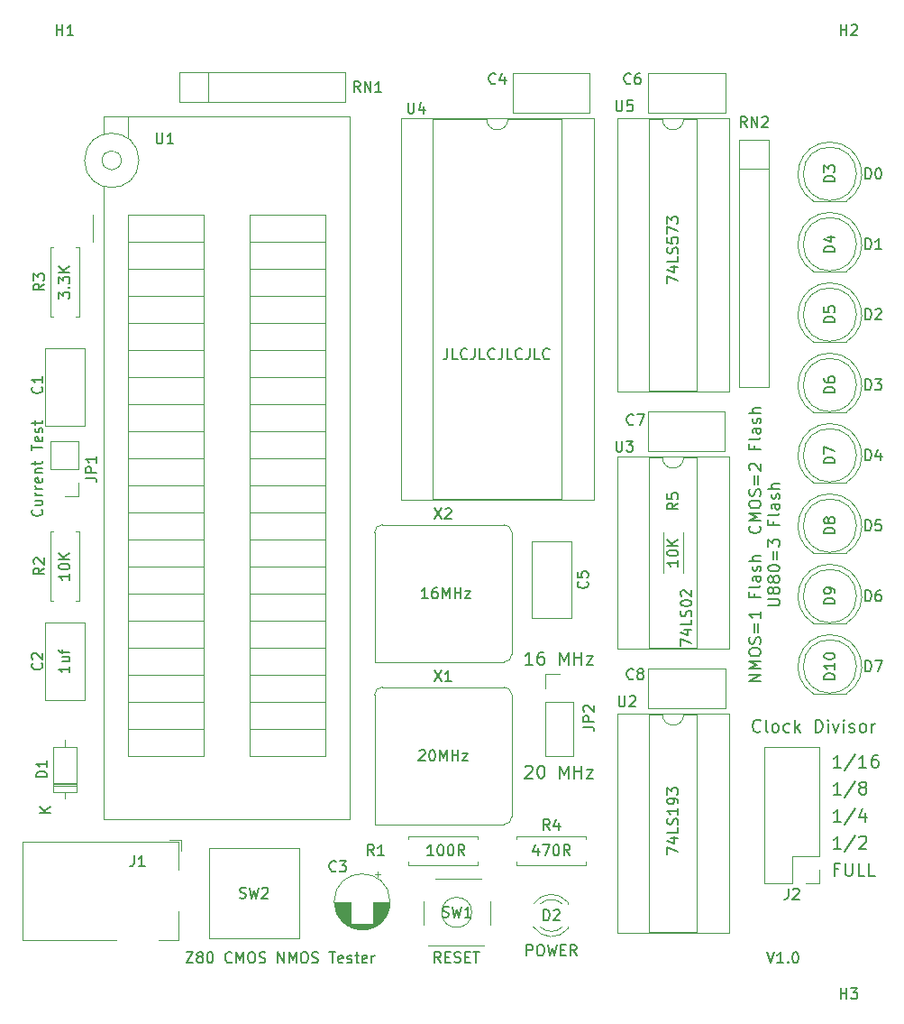
<source format=gbr>
%TF.GenerationSoftware,KiCad,Pcbnew,7.0.7*%
%TF.CreationDate,2023-09-25T01:30:26-05:00*%
%TF.ProjectId,z80-cmos-nmos-tester,7a38302d-636d-46f7-932d-6e6d6f732d74,rev?*%
%TF.SameCoordinates,Original*%
%TF.FileFunction,Legend,Top*%
%TF.FilePolarity,Positive*%
%FSLAX46Y46*%
G04 Gerber Fmt 4.6, Leading zero omitted, Abs format (unit mm)*
G04 Created by KiCad (PCBNEW 7.0.7) date 2023-09-25 01:30:26*
%MOMM*%
%LPD*%
G01*
G04 APERTURE LIST*
%ADD10C,0.200000*%
%ADD11C,0.150000*%
%ADD12C,0.120000*%
G04 APERTURE END LIST*
D10*
X148991387Y-87513219D02*
X148991387Y-88227504D01*
X148991387Y-88227504D02*
X148943768Y-88370361D01*
X148943768Y-88370361D02*
X148848530Y-88465600D01*
X148848530Y-88465600D02*
X148705673Y-88513219D01*
X148705673Y-88513219D02*
X148610435Y-88513219D01*
X149943768Y-88513219D02*
X149467578Y-88513219D01*
X149467578Y-88513219D02*
X149467578Y-87513219D01*
X150848530Y-88417980D02*
X150800911Y-88465600D01*
X150800911Y-88465600D02*
X150658054Y-88513219D01*
X150658054Y-88513219D02*
X150562816Y-88513219D01*
X150562816Y-88513219D02*
X150419959Y-88465600D01*
X150419959Y-88465600D02*
X150324721Y-88370361D01*
X150324721Y-88370361D02*
X150277102Y-88275123D01*
X150277102Y-88275123D02*
X150229483Y-88084647D01*
X150229483Y-88084647D02*
X150229483Y-87941790D01*
X150229483Y-87941790D02*
X150277102Y-87751314D01*
X150277102Y-87751314D02*
X150324721Y-87656076D01*
X150324721Y-87656076D02*
X150419959Y-87560838D01*
X150419959Y-87560838D02*
X150562816Y-87513219D01*
X150562816Y-87513219D02*
X150658054Y-87513219D01*
X150658054Y-87513219D02*
X150800911Y-87560838D01*
X150800911Y-87560838D02*
X150848530Y-87608457D01*
X151562816Y-87513219D02*
X151562816Y-88227504D01*
X151562816Y-88227504D02*
X151515197Y-88370361D01*
X151515197Y-88370361D02*
X151419959Y-88465600D01*
X151419959Y-88465600D02*
X151277102Y-88513219D01*
X151277102Y-88513219D02*
X151181864Y-88513219D01*
X152515197Y-88513219D02*
X152039007Y-88513219D01*
X152039007Y-88513219D02*
X152039007Y-87513219D01*
X153419959Y-88417980D02*
X153372340Y-88465600D01*
X153372340Y-88465600D02*
X153229483Y-88513219D01*
X153229483Y-88513219D02*
X153134245Y-88513219D01*
X153134245Y-88513219D02*
X152991388Y-88465600D01*
X152991388Y-88465600D02*
X152896150Y-88370361D01*
X152896150Y-88370361D02*
X152848531Y-88275123D01*
X152848531Y-88275123D02*
X152800912Y-88084647D01*
X152800912Y-88084647D02*
X152800912Y-87941790D01*
X152800912Y-87941790D02*
X152848531Y-87751314D01*
X152848531Y-87751314D02*
X152896150Y-87656076D01*
X152896150Y-87656076D02*
X152991388Y-87560838D01*
X152991388Y-87560838D02*
X153134245Y-87513219D01*
X153134245Y-87513219D02*
X153229483Y-87513219D01*
X153229483Y-87513219D02*
X153372340Y-87560838D01*
X153372340Y-87560838D02*
X153419959Y-87608457D01*
X154134245Y-87513219D02*
X154134245Y-88227504D01*
X154134245Y-88227504D02*
X154086626Y-88370361D01*
X154086626Y-88370361D02*
X153991388Y-88465600D01*
X153991388Y-88465600D02*
X153848531Y-88513219D01*
X153848531Y-88513219D02*
X153753293Y-88513219D01*
X155086626Y-88513219D02*
X154610436Y-88513219D01*
X154610436Y-88513219D02*
X154610436Y-87513219D01*
X155991388Y-88417980D02*
X155943769Y-88465600D01*
X155943769Y-88465600D02*
X155800912Y-88513219D01*
X155800912Y-88513219D02*
X155705674Y-88513219D01*
X155705674Y-88513219D02*
X155562817Y-88465600D01*
X155562817Y-88465600D02*
X155467579Y-88370361D01*
X155467579Y-88370361D02*
X155419960Y-88275123D01*
X155419960Y-88275123D02*
X155372341Y-88084647D01*
X155372341Y-88084647D02*
X155372341Y-87941790D01*
X155372341Y-87941790D02*
X155419960Y-87751314D01*
X155419960Y-87751314D02*
X155467579Y-87656076D01*
X155467579Y-87656076D02*
X155562817Y-87560838D01*
X155562817Y-87560838D02*
X155705674Y-87513219D01*
X155705674Y-87513219D02*
X155800912Y-87513219D01*
X155800912Y-87513219D02*
X155943769Y-87560838D01*
X155943769Y-87560838D02*
X155991388Y-87608457D01*
X156705674Y-87513219D02*
X156705674Y-88227504D01*
X156705674Y-88227504D02*
X156658055Y-88370361D01*
X156658055Y-88370361D02*
X156562817Y-88465600D01*
X156562817Y-88465600D02*
X156419960Y-88513219D01*
X156419960Y-88513219D02*
X156324722Y-88513219D01*
X157658055Y-88513219D02*
X157181865Y-88513219D01*
X157181865Y-88513219D02*
X157181865Y-87513219D01*
X158562817Y-88417980D02*
X158515198Y-88465600D01*
X158515198Y-88465600D02*
X158372341Y-88513219D01*
X158372341Y-88513219D02*
X158277103Y-88513219D01*
X158277103Y-88513219D02*
X158134246Y-88465600D01*
X158134246Y-88465600D02*
X158039008Y-88370361D01*
X158039008Y-88370361D02*
X157991389Y-88275123D01*
X157991389Y-88275123D02*
X157943770Y-88084647D01*
X157943770Y-88084647D02*
X157943770Y-87941790D01*
X157943770Y-87941790D02*
X157991389Y-87751314D01*
X157991389Y-87751314D02*
X158039008Y-87656076D01*
X158039008Y-87656076D02*
X158134246Y-87560838D01*
X158134246Y-87560838D02*
X158277103Y-87513219D01*
X158277103Y-87513219D02*
X158372341Y-87513219D01*
X158372341Y-87513219D02*
X158515198Y-87560838D01*
X158515198Y-87560838D02*
X158562817Y-87608457D01*
D11*
X179009922Y-144157819D02*
X179343255Y-145157819D01*
X179343255Y-145157819D02*
X179676588Y-144157819D01*
X180533731Y-145157819D02*
X179962303Y-145157819D01*
X180248017Y-145157819D02*
X180248017Y-144157819D01*
X180248017Y-144157819D02*
X180152779Y-144300676D01*
X180152779Y-144300676D02*
X180057541Y-144395914D01*
X180057541Y-144395914D02*
X179962303Y-144443533D01*
X180962303Y-145062580D02*
X181009922Y-145110200D01*
X181009922Y-145110200D02*
X180962303Y-145157819D01*
X180962303Y-145157819D02*
X180914684Y-145110200D01*
X180914684Y-145110200D02*
X180962303Y-145062580D01*
X180962303Y-145062580D02*
X180962303Y-145157819D01*
X181628969Y-144157819D02*
X181724207Y-144157819D01*
X181724207Y-144157819D02*
X181819445Y-144205438D01*
X181819445Y-144205438D02*
X181867064Y-144253057D01*
X181867064Y-144253057D02*
X181914683Y-144348295D01*
X181914683Y-144348295D02*
X181962302Y-144538771D01*
X181962302Y-144538771D02*
X181962302Y-144776866D01*
X181962302Y-144776866D02*
X181914683Y-144967342D01*
X181914683Y-144967342D02*
X181867064Y-145062580D01*
X181867064Y-145062580D02*
X181819445Y-145110200D01*
X181819445Y-145110200D02*
X181724207Y-145157819D01*
X181724207Y-145157819D02*
X181628969Y-145157819D01*
X181628969Y-145157819D02*
X181533731Y-145110200D01*
X181533731Y-145110200D02*
X181486112Y-145062580D01*
X181486112Y-145062580D02*
X181438493Y-144967342D01*
X181438493Y-144967342D02*
X181390874Y-144776866D01*
X181390874Y-144776866D02*
X181390874Y-144538771D01*
X181390874Y-144538771D02*
X181438493Y-144348295D01*
X181438493Y-144348295D02*
X181486112Y-144253057D01*
X181486112Y-144253057D02*
X181533731Y-144205438D01*
X181533731Y-144205438D02*
X181628969Y-144157819D01*
X124447541Y-144157819D02*
X125114207Y-144157819D01*
X125114207Y-144157819D02*
X124447541Y-145157819D01*
X124447541Y-145157819D02*
X125114207Y-145157819D01*
X125638017Y-144586390D02*
X125542779Y-144538771D01*
X125542779Y-144538771D02*
X125495160Y-144491152D01*
X125495160Y-144491152D02*
X125447541Y-144395914D01*
X125447541Y-144395914D02*
X125447541Y-144348295D01*
X125447541Y-144348295D02*
X125495160Y-144253057D01*
X125495160Y-144253057D02*
X125542779Y-144205438D01*
X125542779Y-144205438D02*
X125638017Y-144157819D01*
X125638017Y-144157819D02*
X125828493Y-144157819D01*
X125828493Y-144157819D02*
X125923731Y-144205438D01*
X125923731Y-144205438D02*
X125971350Y-144253057D01*
X125971350Y-144253057D02*
X126018969Y-144348295D01*
X126018969Y-144348295D02*
X126018969Y-144395914D01*
X126018969Y-144395914D02*
X125971350Y-144491152D01*
X125971350Y-144491152D02*
X125923731Y-144538771D01*
X125923731Y-144538771D02*
X125828493Y-144586390D01*
X125828493Y-144586390D02*
X125638017Y-144586390D01*
X125638017Y-144586390D02*
X125542779Y-144634009D01*
X125542779Y-144634009D02*
X125495160Y-144681628D01*
X125495160Y-144681628D02*
X125447541Y-144776866D01*
X125447541Y-144776866D02*
X125447541Y-144967342D01*
X125447541Y-144967342D02*
X125495160Y-145062580D01*
X125495160Y-145062580D02*
X125542779Y-145110200D01*
X125542779Y-145110200D02*
X125638017Y-145157819D01*
X125638017Y-145157819D02*
X125828493Y-145157819D01*
X125828493Y-145157819D02*
X125923731Y-145110200D01*
X125923731Y-145110200D02*
X125971350Y-145062580D01*
X125971350Y-145062580D02*
X126018969Y-144967342D01*
X126018969Y-144967342D02*
X126018969Y-144776866D01*
X126018969Y-144776866D02*
X125971350Y-144681628D01*
X125971350Y-144681628D02*
X125923731Y-144634009D01*
X125923731Y-144634009D02*
X125828493Y-144586390D01*
X126638017Y-144157819D02*
X126733255Y-144157819D01*
X126733255Y-144157819D02*
X126828493Y-144205438D01*
X126828493Y-144205438D02*
X126876112Y-144253057D01*
X126876112Y-144253057D02*
X126923731Y-144348295D01*
X126923731Y-144348295D02*
X126971350Y-144538771D01*
X126971350Y-144538771D02*
X126971350Y-144776866D01*
X126971350Y-144776866D02*
X126923731Y-144967342D01*
X126923731Y-144967342D02*
X126876112Y-145062580D01*
X126876112Y-145062580D02*
X126828493Y-145110200D01*
X126828493Y-145110200D02*
X126733255Y-145157819D01*
X126733255Y-145157819D02*
X126638017Y-145157819D01*
X126638017Y-145157819D02*
X126542779Y-145110200D01*
X126542779Y-145110200D02*
X126495160Y-145062580D01*
X126495160Y-145062580D02*
X126447541Y-144967342D01*
X126447541Y-144967342D02*
X126399922Y-144776866D01*
X126399922Y-144776866D02*
X126399922Y-144538771D01*
X126399922Y-144538771D02*
X126447541Y-144348295D01*
X126447541Y-144348295D02*
X126495160Y-144253057D01*
X126495160Y-144253057D02*
X126542779Y-144205438D01*
X126542779Y-144205438D02*
X126638017Y-144157819D01*
X128733255Y-145062580D02*
X128685636Y-145110200D01*
X128685636Y-145110200D02*
X128542779Y-145157819D01*
X128542779Y-145157819D02*
X128447541Y-145157819D01*
X128447541Y-145157819D02*
X128304684Y-145110200D01*
X128304684Y-145110200D02*
X128209446Y-145014961D01*
X128209446Y-145014961D02*
X128161827Y-144919723D01*
X128161827Y-144919723D02*
X128114208Y-144729247D01*
X128114208Y-144729247D02*
X128114208Y-144586390D01*
X128114208Y-144586390D02*
X128161827Y-144395914D01*
X128161827Y-144395914D02*
X128209446Y-144300676D01*
X128209446Y-144300676D02*
X128304684Y-144205438D01*
X128304684Y-144205438D02*
X128447541Y-144157819D01*
X128447541Y-144157819D02*
X128542779Y-144157819D01*
X128542779Y-144157819D02*
X128685636Y-144205438D01*
X128685636Y-144205438D02*
X128733255Y-144253057D01*
X129161827Y-145157819D02*
X129161827Y-144157819D01*
X129161827Y-144157819D02*
X129495160Y-144872104D01*
X129495160Y-144872104D02*
X129828493Y-144157819D01*
X129828493Y-144157819D02*
X129828493Y-145157819D01*
X130495160Y-144157819D02*
X130685636Y-144157819D01*
X130685636Y-144157819D02*
X130780874Y-144205438D01*
X130780874Y-144205438D02*
X130876112Y-144300676D01*
X130876112Y-144300676D02*
X130923731Y-144491152D01*
X130923731Y-144491152D02*
X130923731Y-144824485D01*
X130923731Y-144824485D02*
X130876112Y-145014961D01*
X130876112Y-145014961D02*
X130780874Y-145110200D01*
X130780874Y-145110200D02*
X130685636Y-145157819D01*
X130685636Y-145157819D02*
X130495160Y-145157819D01*
X130495160Y-145157819D02*
X130399922Y-145110200D01*
X130399922Y-145110200D02*
X130304684Y-145014961D01*
X130304684Y-145014961D02*
X130257065Y-144824485D01*
X130257065Y-144824485D02*
X130257065Y-144491152D01*
X130257065Y-144491152D02*
X130304684Y-144300676D01*
X130304684Y-144300676D02*
X130399922Y-144205438D01*
X130399922Y-144205438D02*
X130495160Y-144157819D01*
X131304684Y-145110200D02*
X131447541Y-145157819D01*
X131447541Y-145157819D02*
X131685636Y-145157819D01*
X131685636Y-145157819D02*
X131780874Y-145110200D01*
X131780874Y-145110200D02*
X131828493Y-145062580D01*
X131828493Y-145062580D02*
X131876112Y-144967342D01*
X131876112Y-144967342D02*
X131876112Y-144872104D01*
X131876112Y-144872104D02*
X131828493Y-144776866D01*
X131828493Y-144776866D02*
X131780874Y-144729247D01*
X131780874Y-144729247D02*
X131685636Y-144681628D01*
X131685636Y-144681628D02*
X131495160Y-144634009D01*
X131495160Y-144634009D02*
X131399922Y-144586390D01*
X131399922Y-144586390D02*
X131352303Y-144538771D01*
X131352303Y-144538771D02*
X131304684Y-144443533D01*
X131304684Y-144443533D02*
X131304684Y-144348295D01*
X131304684Y-144348295D02*
X131352303Y-144253057D01*
X131352303Y-144253057D02*
X131399922Y-144205438D01*
X131399922Y-144205438D02*
X131495160Y-144157819D01*
X131495160Y-144157819D02*
X131733255Y-144157819D01*
X131733255Y-144157819D02*
X131876112Y-144205438D01*
X133066589Y-145157819D02*
X133066589Y-144157819D01*
X133066589Y-144157819D02*
X133638017Y-145157819D01*
X133638017Y-145157819D02*
X133638017Y-144157819D01*
X134114208Y-145157819D02*
X134114208Y-144157819D01*
X134114208Y-144157819D02*
X134447541Y-144872104D01*
X134447541Y-144872104D02*
X134780874Y-144157819D01*
X134780874Y-144157819D02*
X134780874Y-145157819D01*
X135447541Y-144157819D02*
X135638017Y-144157819D01*
X135638017Y-144157819D02*
X135733255Y-144205438D01*
X135733255Y-144205438D02*
X135828493Y-144300676D01*
X135828493Y-144300676D02*
X135876112Y-144491152D01*
X135876112Y-144491152D02*
X135876112Y-144824485D01*
X135876112Y-144824485D02*
X135828493Y-145014961D01*
X135828493Y-145014961D02*
X135733255Y-145110200D01*
X135733255Y-145110200D02*
X135638017Y-145157819D01*
X135638017Y-145157819D02*
X135447541Y-145157819D01*
X135447541Y-145157819D02*
X135352303Y-145110200D01*
X135352303Y-145110200D02*
X135257065Y-145014961D01*
X135257065Y-145014961D02*
X135209446Y-144824485D01*
X135209446Y-144824485D02*
X135209446Y-144491152D01*
X135209446Y-144491152D02*
X135257065Y-144300676D01*
X135257065Y-144300676D02*
X135352303Y-144205438D01*
X135352303Y-144205438D02*
X135447541Y-144157819D01*
X136257065Y-145110200D02*
X136399922Y-145157819D01*
X136399922Y-145157819D02*
X136638017Y-145157819D01*
X136638017Y-145157819D02*
X136733255Y-145110200D01*
X136733255Y-145110200D02*
X136780874Y-145062580D01*
X136780874Y-145062580D02*
X136828493Y-144967342D01*
X136828493Y-144967342D02*
X136828493Y-144872104D01*
X136828493Y-144872104D02*
X136780874Y-144776866D01*
X136780874Y-144776866D02*
X136733255Y-144729247D01*
X136733255Y-144729247D02*
X136638017Y-144681628D01*
X136638017Y-144681628D02*
X136447541Y-144634009D01*
X136447541Y-144634009D02*
X136352303Y-144586390D01*
X136352303Y-144586390D02*
X136304684Y-144538771D01*
X136304684Y-144538771D02*
X136257065Y-144443533D01*
X136257065Y-144443533D02*
X136257065Y-144348295D01*
X136257065Y-144348295D02*
X136304684Y-144253057D01*
X136304684Y-144253057D02*
X136352303Y-144205438D01*
X136352303Y-144205438D02*
X136447541Y-144157819D01*
X136447541Y-144157819D02*
X136685636Y-144157819D01*
X136685636Y-144157819D02*
X136828493Y-144205438D01*
X137876113Y-144157819D02*
X138447541Y-144157819D01*
X138161827Y-145157819D02*
X138161827Y-144157819D01*
X139161827Y-145110200D02*
X139066589Y-145157819D01*
X139066589Y-145157819D02*
X138876113Y-145157819D01*
X138876113Y-145157819D02*
X138780875Y-145110200D01*
X138780875Y-145110200D02*
X138733256Y-145014961D01*
X138733256Y-145014961D02*
X138733256Y-144634009D01*
X138733256Y-144634009D02*
X138780875Y-144538771D01*
X138780875Y-144538771D02*
X138876113Y-144491152D01*
X138876113Y-144491152D02*
X139066589Y-144491152D01*
X139066589Y-144491152D02*
X139161827Y-144538771D01*
X139161827Y-144538771D02*
X139209446Y-144634009D01*
X139209446Y-144634009D02*
X139209446Y-144729247D01*
X139209446Y-144729247D02*
X138733256Y-144824485D01*
X139590399Y-145110200D02*
X139685637Y-145157819D01*
X139685637Y-145157819D02*
X139876113Y-145157819D01*
X139876113Y-145157819D02*
X139971351Y-145110200D01*
X139971351Y-145110200D02*
X140018970Y-145014961D01*
X140018970Y-145014961D02*
X140018970Y-144967342D01*
X140018970Y-144967342D02*
X139971351Y-144872104D01*
X139971351Y-144872104D02*
X139876113Y-144824485D01*
X139876113Y-144824485D02*
X139733256Y-144824485D01*
X139733256Y-144824485D02*
X139638018Y-144776866D01*
X139638018Y-144776866D02*
X139590399Y-144681628D01*
X139590399Y-144681628D02*
X139590399Y-144634009D01*
X139590399Y-144634009D02*
X139638018Y-144538771D01*
X139638018Y-144538771D02*
X139733256Y-144491152D01*
X139733256Y-144491152D02*
X139876113Y-144491152D01*
X139876113Y-144491152D02*
X139971351Y-144538771D01*
X140304685Y-144491152D02*
X140685637Y-144491152D01*
X140447542Y-144157819D02*
X140447542Y-145014961D01*
X140447542Y-145014961D02*
X140495161Y-145110200D01*
X140495161Y-145110200D02*
X140590399Y-145157819D01*
X140590399Y-145157819D02*
X140685637Y-145157819D01*
X141399923Y-145110200D02*
X141304685Y-145157819D01*
X141304685Y-145157819D02*
X141114209Y-145157819D01*
X141114209Y-145157819D02*
X141018971Y-145110200D01*
X141018971Y-145110200D02*
X140971352Y-145014961D01*
X140971352Y-145014961D02*
X140971352Y-144634009D01*
X140971352Y-144634009D02*
X141018971Y-144538771D01*
X141018971Y-144538771D02*
X141114209Y-144491152D01*
X141114209Y-144491152D02*
X141304685Y-144491152D01*
X141304685Y-144491152D02*
X141399923Y-144538771D01*
X141399923Y-144538771D02*
X141447542Y-144634009D01*
X141447542Y-144634009D02*
X141447542Y-144729247D01*
X141447542Y-144729247D02*
X140971352Y-144824485D01*
X141876114Y-145157819D02*
X141876114Y-144491152D01*
X141876114Y-144681628D02*
X141923733Y-144586390D01*
X141923733Y-144586390D02*
X141971352Y-144538771D01*
X141971352Y-144538771D02*
X142066590Y-144491152D01*
X142066590Y-144491152D02*
X142161828Y-144491152D01*
D10*
X156292149Y-126773028D02*
X156349292Y-126715885D01*
X156349292Y-126715885D02*
X156463578Y-126658742D01*
X156463578Y-126658742D02*
X156749292Y-126658742D01*
X156749292Y-126658742D02*
X156863578Y-126715885D01*
X156863578Y-126715885D02*
X156920720Y-126773028D01*
X156920720Y-126773028D02*
X156977863Y-126887314D01*
X156977863Y-126887314D02*
X156977863Y-127001600D01*
X156977863Y-127001600D02*
X156920720Y-127173028D01*
X156920720Y-127173028D02*
X156235006Y-127858742D01*
X156235006Y-127858742D02*
X156977863Y-127858742D01*
X157720720Y-126658742D02*
X157835006Y-126658742D01*
X157835006Y-126658742D02*
X157949292Y-126715885D01*
X157949292Y-126715885D02*
X158006435Y-126773028D01*
X158006435Y-126773028D02*
X158063577Y-126887314D01*
X158063577Y-126887314D02*
X158120720Y-127115885D01*
X158120720Y-127115885D02*
X158120720Y-127401600D01*
X158120720Y-127401600D02*
X158063577Y-127630171D01*
X158063577Y-127630171D02*
X158006435Y-127744457D01*
X158006435Y-127744457D02*
X157949292Y-127801600D01*
X157949292Y-127801600D02*
X157835006Y-127858742D01*
X157835006Y-127858742D02*
X157720720Y-127858742D01*
X157720720Y-127858742D02*
X157606435Y-127801600D01*
X157606435Y-127801600D02*
X157549292Y-127744457D01*
X157549292Y-127744457D02*
X157492149Y-127630171D01*
X157492149Y-127630171D02*
X157435006Y-127401600D01*
X157435006Y-127401600D02*
X157435006Y-127115885D01*
X157435006Y-127115885D02*
X157492149Y-126887314D01*
X157492149Y-126887314D02*
X157549292Y-126773028D01*
X157549292Y-126773028D02*
X157606435Y-126715885D01*
X157606435Y-126715885D02*
X157720720Y-126658742D01*
X159549292Y-127858742D02*
X159549292Y-126658742D01*
X159549292Y-126658742D02*
X159949292Y-127515885D01*
X159949292Y-127515885D02*
X160349292Y-126658742D01*
X160349292Y-126658742D02*
X160349292Y-127858742D01*
X160920721Y-127858742D02*
X160920721Y-126658742D01*
X160920721Y-127230171D02*
X161606435Y-127230171D01*
X161606435Y-127858742D02*
X161606435Y-126658742D01*
X162063578Y-127058742D02*
X162692150Y-127058742D01*
X162692150Y-127058742D02*
X162063578Y-127858742D01*
X162063578Y-127858742D02*
X162692150Y-127858742D01*
X156977863Y-117190742D02*
X156292149Y-117190742D01*
X156635006Y-117190742D02*
X156635006Y-115990742D01*
X156635006Y-115990742D02*
X156520720Y-116162171D01*
X156520720Y-116162171D02*
X156406435Y-116276457D01*
X156406435Y-116276457D02*
X156292149Y-116333600D01*
X158006435Y-115990742D02*
X157777863Y-115990742D01*
X157777863Y-115990742D02*
X157663577Y-116047885D01*
X157663577Y-116047885D02*
X157606435Y-116105028D01*
X157606435Y-116105028D02*
X157492149Y-116276457D01*
X157492149Y-116276457D02*
X157435006Y-116505028D01*
X157435006Y-116505028D02*
X157435006Y-116962171D01*
X157435006Y-116962171D02*
X157492149Y-117076457D01*
X157492149Y-117076457D02*
X157549292Y-117133600D01*
X157549292Y-117133600D02*
X157663577Y-117190742D01*
X157663577Y-117190742D02*
X157892149Y-117190742D01*
X157892149Y-117190742D02*
X158006435Y-117133600D01*
X158006435Y-117133600D02*
X158063577Y-117076457D01*
X158063577Y-117076457D02*
X158120720Y-116962171D01*
X158120720Y-116962171D02*
X158120720Y-116676457D01*
X158120720Y-116676457D02*
X158063577Y-116562171D01*
X158063577Y-116562171D02*
X158006435Y-116505028D01*
X158006435Y-116505028D02*
X157892149Y-116447885D01*
X157892149Y-116447885D02*
X157663577Y-116447885D01*
X157663577Y-116447885D02*
X157549292Y-116505028D01*
X157549292Y-116505028D02*
X157492149Y-116562171D01*
X157492149Y-116562171D02*
X157435006Y-116676457D01*
X159549292Y-117190742D02*
X159549292Y-115990742D01*
X159549292Y-115990742D02*
X159949292Y-116847885D01*
X159949292Y-116847885D02*
X160349292Y-115990742D01*
X160349292Y-115990742D02*
X160349292Y-117190742D01*
X160920721Y-117190742D02*
X160920721Y-115990742D01*
X160920721Y-116562171D02*
X161606435Y-116562171D01*
X161606435Y-117190742D02*
X161606435Y-115990742D01*
X162063578Y-116390742D02*
X162692150Y-116390742D01*
X162692150Y-116390742D02*
X162063578Y-117190742D01*
X162063578Y-117190742D02*
X162692150Y-117190742D01*
X178395006Y-123426457D02*
X178337863Y-123483600D01*
X178337863Y-123483600D02*
X178166435Y-123540742D01*
X178166435Y-123540742D02*
X178052149Y-123540742D01*
X178052149Y-123540742D02*
X177880720Y-123483600D01*
X177880720Y-123483600D02*
X177766435Y-123369314D01*
X177766435Y-123369314D02*
X177709292Y-123255028D01*
X177709292Y-123255028D02*
X177652149Y-123026457D01*
X177652149Y-123026457D02*
X177652149Y-122855028D01*
X177652149Y-122855028D02*
X177709292Y-122626457D01*
X177709292Y-122626457D02*
X177766435Y-122512171D01*
X177766435Y-122512171D02*
X177880720Y-122397885D01*
X177880720Y-122397885D02*
X178052149Y-122340742D01*
X178052149Y-122340742D02*
X178166435Y-122340742D01*
X178166435Y-122340742D02*
X178337863Y-122397885D01*
X178337863Y-122397885D02*
X178395006Y-122455028D01*
X179080720Y-123540742D02*
X178966435Y-123483600D01*
X178966435Y-123483600D02*
X178909292Y-123369314D01*
X178909292Y-123369314D02*
X178909292Y-122340742D01*
X179709291Y-123540742D02*
X179595006Y-123483600D01*
X179595006Y-123483600D02*
X179537863Y-123426457D01*
X179537863Y-123426457D02*
X179480720Y-123312171D01*
X179480720Y-123312171D02*
X179480720Y-122969314D01*
X179480720Y-122969314D02*
X179537863Y-122855028D01*
X179537863Y-122855028D02*
X179595006Y-122797885D01*
X179595006Y-122797885D02*
X179709291Y-122740742D01*
X179709291Y-122740742D02*
X179880720Y-122740742D01*
X179880720Y-122740742D02*
X179995006Y-122797885D01*
X179995006Y-122797885D02*
X180052149Y-122855028D01*
X180052149Y-122855028D02*
X180109291Y-122969314D01*
X180109291Y-122969314D02*
X180109291Y-123312171D01*
X180109291Y-123312171D02*
X180052149Y-123426457D01*
X180052149Y-123426457D02*
X179995006Y-123483600D01*
X179995006Y-123483600D02*
X179880720Y-123540742D01*
X179880720Y-123540742D02*
X179709291Y-123540742D01*
X181137863Y-123483600D02*
X181023577Y-123540742D01*
X181023577Y-123540742D02*
X180795005Y-123540742D01*
X180795005Y-123540742D02*
X180680720Y-123483600D01*
X180680720Y-123483600D02*
X180623577Y-123426457D01*
X180623577Y-123426457D02*
X180566434Y-123312171D01*
X180566434Y-123312171D02*
X180566434Y-122969314D01*
X180566434Y-122969314D02*
X180623577Y-122855028D01*
X180623577Y-122855028D02*
X180680720Y-122797885D01*
X180680720Y-122797885D02*
X180795005Y-122740742D01*
X180795005Y-122740742D02*
X181023577Y-122740742D01*
X181023577Y-122740742D02*
X181137863Y-122797885D01*
X181652148Y-123540742D02*
X181652148Y-122340742D01*
X181766434Y-123083600D02*
X182109291Y-123540742D01*
X182109291Y-122740742D02*
X181652148Y-123197885D01*
X183537863Y-123540742D02*
X183537863Y-122340742D01*
X183537863Y-122340742D02*
X183823577Y-122340742D01*
X183823577Y-122340742D02*
X183995006Y-122397885D01*
X183995006Y-122397885D02*
X184109291Y-122512171D01*
X184109291Y-122512171D02*
X184166434Y-122626457D01*
X184166434Y-122626457D02*
X184223577Y-122855028D01*
X184223577Y-122855028D02*
X184223577Y-123026457D01*
X184223577Y-123026457D02*
X184166434Y-123255028D01*
X184166434Y-123255028D02*
X184109291Y-123369314D01*
X184109291Y-123369314D02*
X183995006Y-123483600D01*
X183995006Y-123483600D02*
X183823577Y-123540742D01*
X183823577Y-123540742D02*
X183537863Y-123540742D01*
X184737863Y-123540742D02*
X184737863Y-122740742D01*
X184737863Y-122340742D02*
X184680720Y-122397885D01*
X184680720Y-122397885D02*
X184737863Y-122455028D01*
X184737863Y-122455028D02*
X184795006Y-122397885D01*
X184795006Y-122397885D02*
X184737863Y-122340742D01*
X184737863Y-122340742D02*
X184737863Y-122455028D01*
X185195006Y-122740742D02*
X185480720Y-123540742D01*
X185480720Y-123540742D02*
X185766435Y-122740742D01*
X186223578Y-123540742D02*
X186223578Y-122740742D01*
X186223578Y-122340742D02*
X186166435Y-122397885D01*
X186166435Y-122397885D02*
X186223578Y-122455028D01*
X186223578Y-122455028D02*
X186280721Y-122397885D01*
X186280721Y-122397885D02*
X186223578Y-122340742D01*
X186223578Y-122340742D02*
X186223578Y-122455028D01*
X186737864Y-123483600D02*
X186852150Y-123540742D01*
X186852150Y-123540742D02*
X187080721Y-123540742D01*
X187080721Y-123540742D02*
X187195007Y-123483600D01*
X187195007Y-123483600D02*
X187252150Y-123369314D01*
X187252150Y-123369314D02*
X187252150Y-123312171D01*
X187252150Y-123312171D02*
X187195007Y-123197885D01*
X187195007Y-123197885D02*
X187080721Y-123140742D01*
X187080721Y-123140742D02*
X186909293Y-123140742D01*
X186909293Y-123140742D02*
X186795007Y-123083600D01*
X186795007Y-123083600D02*
X186737864Y-122969314D01*
X186737864Y-122969314D02*
X186737864Y-122912171D01*
X186737864Y-122912171D02*
X186795007Y-122797885D01*
X186795007Y-122797885D02*
X186909293Y-122740742D01*
X186909293Y-122740742D02*
X187080721Y-122740742D01*
X187080721Y-122740742D02*
X187195007Y-122797885D01*
X187937864Y-123540742D02*
X187823579Y-123483600D01*
X187823579Y-123483600D02*
X187766436Y-123426457D01*
X187766436Y-123426457D02*
X187709293Y-123312171D01*
X187709293Y-123312171D02*
X187709293Y-122969314D01*
X187709293Y-122969314D02*
X187766436Y-122855028D01*
X187766436Y-122855028D02*
X187823579Y-122797885D01*
X187823579Y-122797885D02*
X187937864Y-122740742D01*
X187937864Y-122740742D02*
X188109293Y-122740742D01*
X188109293Y-122740742D02*
X188223579Y-122797885D01*
X188223579Y-122797885D02*
X188280722Y-122855028D01*
X188280722Y-122855028D02*
X188337864Y-122969314D01*
X188337864Y-122969314D02*
X188337864Y-123312171D01*
X188337864Y-123312171D02*
X188280722Y-123426457D01*
X188280722Y-123426457D02*
X188223579Y-123483600D01*
X188223579Y-123483600D02*
X188109293Y-123540742D01*
X188109293Y-123540742D02*
X187937864Y-123540742D01*
X188852150Y-123540742D02*
X188852150Y-122740742D01*
X188852150Y-122969314D02*
X188909293Y-122855028D01*
X188909293Y-122855028D02*
X188966436Y-122797885D01*
X188966436Y-122797885D02*
X189080721Y-122740742D01*
X189080721Y-122740742D02*
X189195007Y-122740742D01*
X185957863Y-126842742D02*
X185272149Y-126842742D01*
X185615006Y-126842742D02*
X185615006Y-125642742D01*
X185615006Y-125642742D02*
X185500720Y-125814171D01*
X185500720Y-125814171D02*
X185386435Y-125928457D01*
X185386435Y-125928457D02*
X185272149Y-125985600D01*
X187329292Y-125585600D02*
X186300720Y-127128457D01*
X188357863Y-126842742D02*
X187672149Y-126842742D01*
X188015006Y-126842742D02*
X188015006Y-125642742D01*
X188015006Y-125642742D02*
X187900720Y-125814171D01*
X187900720Y-125814171D02*
X187786435Y-125928457D01*
X187786435Y-125928457D02*
X187672149Y-125985600D01*
X189386435Y-125642742D02*
X189157863Y-125642742D01*
X189157863Y-125642742D02*
X189043577Y-125699885D01*
X189043577Y-125699885D02*
X188986435Y-125757028D01*
X188986435Y-125757028D02*
X188872149Y-125928457D01*
X188872149Y-125928457D02*
X188815006Y-126157028D01*
X188815006Y-126157028D02*
X188815006Y-126614171D01*
X188815006Y-126614171D02*
X188872149Y-126728457D01*
X188872149Y-126728457D02*
X188929292Y-126785600D01*
X188929292Y-126785600D02*
X189043577Y-126842742D01*
X189043577Y-126842742D02*
X189272149Y-126842742D01*
X189272149Y-126842742D02*
X189386435Y-126785600D01*
X189386435Y-126785600D02*
X189443577Y-126728457D01*
X189443577Y-126728457D02*
X189500720Y-126614171D01*
X189500720Y-126614171D02*
X189500720Y-126328457D01*
X189500720Y-126328457D02*
X189443577Y-126214171D01*
X189443577Y-126214171D02*
X189386435Y-126157028D01*
X189386435Y-126157028D02*
X189272149Y-126099885D01*
X189272149Y-126099885D02*
X189043577Y-126099885D01*
X189043577Y-126099885D02*
X188929292Y-126157028D01*
X188929292Y-126157028D02*
X188872149Y-126214171D01*
X188872149Y-126214171D02*
X188815006Y-126328457D01*
X185957863Y-129382742D02*
X185272149Y-129382742D01*
X185615006Y-129382742D02*
X185615006Y-128182742D01*
X185615006Y-128182742D02*
X185500720Y-128354171D01*
X185500720Y-128354171D02*
X185386435Y-128468457D01*
X185386435Y-128468457D02*
X185272149Y-128525600D01*
X187329292Y-128125600D02*
X186300720Y-129668457D01*
X187900720Y-128697028D02*
X187786435Y-128639885D01*
X187786435Y-128639885D02*
X187729292Y-128582742D01*
X187729292Y-128582742D02*
X187672149Y-128468457D01*
X187672149Y-128468457D02*
X187672149Y-128411314D01*
X187672149Y-128411314D02*
X187729292Y-128297028D01*
X187729292Y-128297028D02*
X187786435Y-128239885D01*
X187786435Y-128239885D02*
X187900720Y-128182742D01*
X187900720Y-128182742D02*
X188129292Y-128182742D01*
X188129292Y-128182742D02*
X188243578Y-128239885D01*
X188243578Y-128239885D02*
X188300720Y-128297028D01*
X188300720Y-128297028D02*
X188357863Y-128411314D01*
X188357863Y-128411314D02*
X188357863Y-128468457D01*
X188357863Y-128468457D02*
X188300720Y-128582742D01*
X188300720Y-128582742D02*
X188243578Y-128639885D01*
X188243578Y-128639885D02*
X188129292Y-128697028D01*
X188129292Y-128697028D02*
X187900720Y-128697028D01*
X187900720Y-128697028D02*
X187786435Y-128754171D01*
X187786435Y-128754171D02*
X187729292Y-128811314D01*
X187729292Y-128811314D02*
X187672149Y-128925600D01*
X187672149Y-128925600D02*
X187672149Y-129154171D01*
X187672149Y-129154171D02*
X187729292Y-129268457D01*
X187729292Y-129268457D02*
X187786435Y-129325600D01*
X187786435Y-129325600D02*
X187900720Y-129382742D01*
X187900720Y-129382742D02*
X188129292Y-129382742D01*
X188129292Y-129382742D02*
X188243578Y-129325600D01*
X188243578Y-129325600D02*
X188300720Y-129268457D01*
X188300720Y-129268457D02*
X188357863Y-129154171D01*
X188357863Y-129154171D02*
X188357863Y-128925600D01*
X188357863Y-128925600D02*
X188300720Y-128811314D01*
X188300720Y-128811314D02*
X188243578Y-128754171D01*
X188243578Y-128754171D02*
X188129292Y-128697028D01*
X185957863Y-131922742D02*
X185272149Y-131922742D01*
X185615006Y-131922742D02*
X185615006Y-130722742D01*
X185615006Y-130722742D02*
X185500720Y-130894171D01*
X185500720Y-130894171D02*
X185386435Y-131008457D01*
X185386435Y-131008457D02*
X185272149Y-131065600D01*
X187329292Y-130665600D02*
X186300720Y-132208457D01*
X188243578Y-131122742D02*
X188243578Y-131922742D01*
X187957863Y-130665600D02*
X187672149Y-131522742D01*
X187672149Y-131522742D02*
X188415006Y-131522742D01*
X185957863Y-134462742D02*
X185272149Y-134462742D01*
X185615006Y-134462742D02*
X185615006Y-133262742D01*
X185615006Y-133262742D02*
X185500720Y-133434171D01*
X185500720Y-133434171D02*
X185386435Y-133548457D01*
X185386435Y-133548457D02*
X185272149Y-133605600D01*
X187329292Y-133205600D02*
X186300720Y-134748457D01*
X187672149Y-133377028D02*
X187729292Y-133319885D01*
X187729292Y-133319885D02*
X187843578Y-133262742D01*
X187843578Y-133262742D02*
X188129292Y-133262742D01*
X188129292Y-133262742D02*
X188243578Y-133319885D01*
X188243578Y-133319885D02*
X188300720Y-133377028D01*
X188300720Y-133377028D02*
X188357863Y-133491314D01*
X188357863Y-133491314D02*
X188357863Y-133605600D01*
X188357863Y-133605600D02*
X188300720Y-133777028D01*
X188300720Y-133777028D02*
X187615006Y-134462742D01*
X187615006Y-134462742D02*
X188357863Y-134462742D01*
X185729292Y-136374171D02*
X185329292Y-136374171D01*
X185329292Y-137002742D02*
X185329292Y-135802742D01*
X185329292Y-135802742D02*
X185900720Y-135802742D01*
X186357863Y-135802742D02*
X186357863Y-136774171D01*
X186357863Y-136774171D02*
X186415006Y-136888457D01*
X186415006Y-136888457D02*
X186472149Y-136945600D01*
X186472149Y-136945600D02*
X186586434Y-137002742D01*
X186586434Y-137002742D02*
X186815006Y-137002742D01*
X186815006Y-137002742D02*
X186929291Y-136945600D01*
X186929291Y-136945600D02*
X186986434Y-136888457D01*
X186986434Y-136888457D02*
X187043577Y-136774171D01*
X187043577Y-136774171D02*
X187043577Y-135802742D01*
X188186434Y-137002742D02*
X187615006Y-137002742D01*
X187615006Y-137002742D02*
X187615006Y-135802742D01*
X189157863Y-137002742D02*
X188586435Y-137002742D01*
X188586435Y-137002742D02*
X188586435Y-135802742D01*
X178423980Y-118725141D02*
X177323980Y-118725141D01*
X177323980Y-118725141D02*
X178423980Y-118096569D01*
X178423980Y-118096569D02*
X177323980Y-118096569D01*
X178423980Y-117572760D02*
X177323980Y-117572760D01*
X177323980Y-117572760D02*
X178109695Y-117206093D01*
X178109695Y-117206093D02*
X177323980Y-116839426D01*
X177323980Y-116839426D02*
X178423980Y-116839426D01*
X177323980Y-116106093D02*
X177323980Y-115896569D01*
X177323980Y-115896569D02*
X177376361Y-115791807D01*
X177376361Y-115791807D02*
X177481123Y-115687045D01*
X177481123Y-115687045D02*
X177690647Y-115634664D01*
X177690647Y-115634664D02*
X178057314Y-115634664D01*
X178057314Y-115634664D02*
X178266838Y-115687045D01*
X178266838Y-115687045D02*
X178371600Y-115791807D01*
X178371600Y-115791807D02*
X178423980Y-115896569D01*
X178423980Y-115896569D02*
X178423980Y-116106093D01*
X178423980Y-116106093D02*
X178371600Y-116210855D01*
X178371600Y-116210855D02*
X178266838Y-116315617D01*
X178266838Y-116315617D02*
X178057314Y-116367998D01*
X178057314Y-116367998D02*
X177690647Y-116367998D01*
X177690647Y-116367998D02*
X177481123Y-116315617D01*
X177481123Y-116315617D02*
X177376361Y-116210855D01*
X177376361Y-116210855D02*
X177323980Y-116106093D01*
X178371600Y-115215617D02*
X178423980Y-115058474D01*
X178423980Y-115058474D02*
X178423980Y-114796569D01*
X178423980Y-114796569D02*
X178371600Y-114691807D01*
X178371600Y-114691807D02*
X178319219Y-114639426D01*
X178319219Y-114639426D02*
X178214457Y-114587045D01*
X178214457Y-114587045D02*
X178109695Y-114587045D01*
X178109695Y-114587045D02*
X178004933Y-114639426D01*
X178004933Y-114639426D02*
X177952552Y-114691807D01*
X177952552Y-114691807D02*
X177900171Y-114796569D01*
X177900171Y-114796569D02*
X177847790Y-115006093D01*
X177847790Y-115006093D02*
X177795409Y-115110855D01*
X177795409Y-115110855D02*
X177743028Y-115163236D01*
X177743028Y-115163236D02*
X177638266Y-115215617D01*
X177638266Y-115215617D02*
X177533504Y-115215617D01*
X177533504Y-115215617D02*
X177428742Y-115163236D01*
X177428742Y-115163236D02*
X177376361Y-115110855D01*
X177376361Y-115110855D02*
X177323980Y-115006093D01*
X177323980Y-115006093D02*
X177323980Y-114744188D01*
X177323980Y-114744188D02*
X177376361Y-114587045D01*
X177847790Y-114115617D02*
X177847790Y-113277522D01*
X178162076Y-113277522D02*
X178162076Y-114115617D01*
X178423980Y-112177521D02*
X178423980Y-112806093D01*
X178423980Y-112491807D02*
X177323980Y-112491807D01*
X177323980Y-112491807D02*
X177481123Y-112596569D01*
X177481123Y-112596569D02*
X177585885Y-112701331D01*
X177585885Y-112701331D02*
X177638266Y-112806093D01*
X177847790Y-110501331D02*
X177847790Y-110867998D01*
X178423980Y-110867998D02*
X177323980Y-110867998D01*
X177323980Y-110867998D02*
X177323980Y-110344188D01*
X178423980Y-109767998D02*
X178371600Y-109872760D01*
X178371600Y-109872760D02*
X178266838Y-109925141D01*
X178266838Y-109925141D02*
X177323980Y-109925141D01*
X178423980Y-108877522D02*
X177847790Y-108877522D01*
X177847790Y-108877522D02*
X177743028Y-108929903D01*
X177743028Y-108929903D02*
X177690647Y-109034665D01*
X177690647Y-109034665D02*
X177690647Y-109244189D01*
X177690647Y-109244189D02*
X177743028Y-109348951D01*
X178371600Y-108877522D02*
X178423980Y-108982284D01*
X178423980Y-108982284D02*
X178423980Y-109244189D01*
X178423980Y-109244189D02*
X178371600Y-109348951D01*
X178371600Y-109348951D02*
X178266838Y-109401332D01*
X178266838Y-109401332D02*
X178162076Y-109401332D01*
X178162076Y-109401332D02*
X178057314Y-109348951D01*
X178057314Y-109348951D02*
X178004933Y-109244189D01*
X178004933Y-109244189D02*
X178004933Y-108982284D01*
X178004933Y-108982284D02*
X177952552Y-108877522D01*
X178371600Y-108406094D02*
X178423980Y-108301332D01*
X178423980Y-108301332D02*
X178423980Y-108091808D01*
X178423980Y-108091808D02*
X178371600Y-107987046D01*
X178371600Y-107987046D02*
X178266838Y-107934665D01*
X178266838Y-107934665D02*
X178214457Y-107934665D01*
X178214457Y-107934665D02*
X178109695Y-107987046D01*
X178109695Y-107987046D02*
X178057314Y-108091808D01*
X178057314Y-108091808D02*
X178057314Y-108248951D01*
X178057314Y-108248951D02*
X178004933Y-108353713D01*
X178004933Y-108353713D02*
X177900171Y-108406094D01*
X177900171Y-108406094D02*
X177847790Y-108406094D01*
X177847790Y-108406094D02*
X177743028Y-108353713D01*
X177743028Y-108353713D02*
X177690647Y-108248951D01*
X177690647Y-108248951D02*
X177690647Y-108091808D01*
X177690647Y-108091808D02*
X177743028Y-107987046D01*
X178423980Y-107463237D02*
X177323980Y-107463237D01*
X178423980Y-106991808D02*
X177847790Y-106991808D01*
X177847790Y-106991808D02*
X177743028Y-107044189D01*
X177743028Y-107044189D02*
X177690647Y-107148951D01*
X177690647Y-107148951D02*
X177690647Y-107306094D01*
X177690647Y-107306094D02*
X177743028Y-107410856D01*
X177743028Y-107410856D02*
X177795409Y-107463237D01*
X178319219Y-104163237D02*
X178371600Y-104215618D01*
X178371600Y-104215618D02*
X178423980Y-104372761D01*
X178423980Y-104372761D02*
X178423980Y-104477523D01*
X178423980Y-104477523D02*
X178371600Y-104634666D01*
X178371600Y-104634666D02*
X178266838Y-104739428D01*
X178266838Y-104739428D02*
X178162076Y-104791809D01*
X178162076Y-104791809D02*
X177952552Y-104844190D01*
X177952552Y-104844190D02*
X177795409Y-104844190D01*
X177795409Y-104844190D02*
X177585885Y-104791809D01*
X177585885Y-104791809D02*
X177481123Y-104739428D01*
X177481123Y-104739428D02*
X177376361Y-104634666D01*
X177376361Y-104634666D02*
X177323980Y-104477523D01*
X177323980Y-104477523D02*
X177323980Y-104372761D01*
X177323980Y-104372761D02*
X177376361Y-104215618D01*
X177376361Y-104215618D02*
X177428742Y-104163237D01*
X178423980Y-103691809D02*
X177323980Y-103691809D01*
X177323980Y-103691809D02*
X178109695Y-103325142D01*
X178109695Y-103325142D02*
X177323980Y-102958475D01*
X177323980Y-102958475D02*
X178423980Y-102958475D01*
X177323980Y-102225142D02*
X177323980Y-102015618D01*
X177323980Y-102015618D02*
X177376361Y-101910856D01*
X177376361Y-101910856D02*
X177481123Y-101806094D01*
X177481123Y-101806094D02*
X177690647Y-101753713D01*
X177690647Y-101753713D02*
X178057314Y-101753713D01*
X178057314Y-101753713D02*
X178266838Y-101806094D01*
X178266838Y-101806094D02*
X178371600Y-101910856D01*
X178371600Y-101910856D02*
X178423980Y-102015618D01*
X178423980Y-102015618D02*
X178423980Y-102225142D01*
X178423980Y-102225142D02*
X178371600Y-102329904D01*
X178371600Y-102329904D02*
X178266838Y-102434666D01*
X178266838Y-102434666D02*
X178057314Y-102487047D01*
X178057314Y-102487047D02*
X177690647Y-102487047D01*
X177690647Y-102487047D02*
X177481123Y-102434666D01*
X177481123Y-102434666D02*
X177376361Y-102329904D01*
X177376361Y-102329904D02*
X177323980Y-102225142D01*
X178371600Y-101334666D02*
X178423980Y-101177523D01*
X178423980Y-101177523D02*
X178423980Y-100915618D01*
X178423980Y-100915618D02*
X178371600Y-100810856D01*
X178371600Y-100810856D02*
X178319219Y-100758475D01*
X178319219Y-100758475D02*
X178214457Y-100706094D01*
X178214457Y-100706094D02*
X178109695Y-100706094D01*
X178109695Y-100706094D02*
X178004933Y-100758475D01*
X178004933Y-100758475D02*
X177952552Y-100810856D01*
X177952552Y-100810856D02*
X177900171Y-100915618D01*
X177900171Y-100915618D02*
X177847790Y-101125142D01*
X177847790Y-101125142D02*
X177795409Y-101229904D01*
X177795409Y-101229904D02*
X177743028Y-101282285D01*
X177743028Y-101282285D02*
X177638266Y-101334666D01*
X177638266Y-101334666D02*
X177533504Y-101334666D01*
X177533504Y-101334666D02*
X177428742Y-101282285D01*
X177428742Y-101282285D02*
X177376361Y-101229904D01*
X177376361Y-101229904D02*
X177323980Y-101125142D01*
X177323980Y-101125142D02*
X177323980Y-100863237D01*
X177323980Y-100863237D02*
X177376361Y-100706094D01*
X177847790Y-100234666D02*
X177847790Y-99396571D01*
X178162076Y-99396571D02*
X178162076Y-100234666D01*
X177428742Y-98925142D02*
X177376361Y-98872761D01*
X177376361Y-98872761D02*
X177323980Y-98767999D01*
X177323980Y-98767999D02*
X177323980Y-98506094D01*
X177323980Y-98506094D02*
X177376361Y-98401332D01*
X177376361Y-98401332D02*
X177428742Y-98348951D01*
X177428742Y-98348951D02*
X177533504Y-98296570D01*
X177533504Y-98296570D02*
X177638266Y-98296570D01*
X177638266Y-98296570D02*
X177795409Y-98348951D01*
X177795409Y-98348951D02*
X178423980Y-98977523D01*
X178423980Y-98977523D02*
X178423980Y-98296570D01*
X177847790Y-96620380D02*
X177847790Y-96987047D01*
X178423980Y-96987047D02*
X177323980Y-96987047D01*
X177323980Y-96987047D02*
X177323980Y-96463237D01*
X178423980Y-95887047D02*
X178371600Y-95991809D01*
X178371600Y-95991809D02*
X178266838Y-96044190D01*
X178266838Y-96044190D02*
X177323980Y-96044190D01*
X178423980Y-94996571D02*
X177847790Y-94996571D01*
X177847790Y-94996571D02*
X177743028Y-95048952D01*
X177743028Y-95048952D02*
X177690647Y-95153714D01*
X177690647Y-95153714D02*
X177690647Y-95363238D01*
X177690647Y-95363238D02*
X177743028Y-95468000D01*
X178371600Y-94996571D02*
X178423980Y-95101333D01*
X178423980Y-95101333D02*
X178423980Y-95363238D01*
X178423980Y-95363238D02*
X178371600Y-95468000D01*
X178371600Y-95468000D02*
X178266838Y-95520381D01*
X178266838Y-95520381D02*
X178162076Y-95520381D01*
X178162076Y-95520381D02*
X178057314Y-95468000D01*
X178057314Y-95468000D02*
X178004933Y-95363238D01*
X178004933Y-95363238D02*
X178004933Y-95101333D01*
X178004933Y-95101333D02*
X177952552Y-94996571D01*
X178371600Y-94525143D02*
X178423980Y-94420381D01*
X178423980Y-94420381D02*
X178423980Y-94210857D01*
X178423980Y-94210857D02*
X178371600Y-94106095D01*
X178371600Y-94106095D02*
X178266838Y-94053714D01*
X178266838Y-94053714D02*
X178214457Y-94053714D01*
X178214457Y-94053714D02*
X178109695Y-94106095D01*
X178109695Y-94106095D02*
X178057314Y-94210857D01*
X178057314Y-94210857D02*
X178057314Y-94368000D01*
X178057314Y-94368000D02*
X178004933Y-94472762D01*
X178004933Y-94472762D02*
X177900171Y-94525143D01*
X177900171Y-94525143D02*
X177847790Y-94525143D01*
X177847790Y-94525143D02*
X177743028Y-94472762D01*
X177743028Y-94472762D02*
X177690647Y-94368000D01*
X177690647Y-94368000D02*
X177690647Y-94210857D01*
X177690647Y-94210857D02*
X177743028Y-94106095D01*
X178423980Y-93582286D02*
X177323980Y-93582286D01*
X178423980Y-93110857D02*
X177847790Y-93110857D01*
X177847790Y-93110857D02*
X177743028Y-93163238D01*
X177743028Y-93163238D02*
X177690647Y-93268000D01*
X177690647Y-93268000D02*
X177690647Y-93425143D01*
X177690647Y-93425143D02*
X177743028Y-93529905D01*
X177743028Y-93529905D02*
X177795409Y-93582286D01*
X179094980Y-111627523D02*
X179985457Y-111627523D01*
X179985457Y-111627523D02*
X180090219Y-111575142D01*
X180090219Y-111575142D02*
X180142600Y-111522761D01*
X180142600Y-111522761D02*
X180194980Y-111417999D01*
X180194980Y-111417999D02*
X180194980Y-111208475D01*
X180194980Y-111208475D02*
X180142600Y-111103713D01*
X180142600Y-111103713D02*
X180090219Y-111051332D01*
X180090219Y-111051332D02*
X179985457Y-110998951D01*
X179985457Y-110998951D02*
X179094980Y-110998951D01*
X179566409Y-110317999D02*
X179514028Y-110422761D01*
X179514028Y-110422761D02*
X179461647Y-110475142D01*
X179461647Y-110475142D02*
X179356885Y-110527523D01*
X179356885Y-110527523D02*
X179304504Y-110527523D01*
X179304504Y-110527523D02*
X179199742Y-110475142D01*
X179199742Y-110475142D02*
X179147361Y-110422761D01*
X179147361Y-110422761D02*
X179094980Y-110317999D01*
X179094980Y-110317999D02*
X179094980Y-110108475D01*
X179094980Y-110108475D02*
X179147361Y-110003713D01*
X179147361Y-110003713D02*
X179199742Y-109951332D01*
X179199742Y-109951332D02*
X179304504Y-109898951D01*
X179304504Y-109898951D02*
X179356885Y-109898951D01*
X179356885Y-109898951D02*
X179461647Y-109951332D01*
X179461647Y-109951332D02*
X179514028Y-110003713D01*
X179514028Y-110003713D02*
X179566409Y-110108475D01*
X179566409Y-110108475D02*
X179566409Y-110317999D01*
X179566409Y-110317999D02*
X179618790Y-110422761D01*
X179618790Y-110422761D02*
X179671171Y-110475142D01*
X179671171Y-110475142D02*
X179775933Y-110527523D01*
X179775933Y-110527523D02*
X179985457Y-110527523D01*
X179985457Y-110527523D02*
X180090219Y-110475142D01*
X180090219Y-110475142D02*
X180142600Y-110422761D01*
X180142600Y-110422761D02*
X180194980Y-110317999D01*
X180194980Y-110317999D02*
X180194980Y-110108475D01*
X180194980Y-110108475D02*
X180142600Y-110003713D01*
X180142600Y-110003713D02*
X180090219Y-109951332D01*
X180090219Y-109951332D02*
X179985457Y-109898951D01*
X179985457Y-109898951D02*
X179775933Y-109898951D01*
X179775933Y-109898951D02*
X179671171Y-109951332D01*
X179671171Y-109951332D02*
X179618790Y-110003713D01*
X179618790Y-110003713D02*
X179566409Y-110108475D01*
X179566409Y-109270380D02*
X179514028Y-109375142D01*
X179514028Y-109375142D02*
X179461647Y-109427523D01*
X179461647Y-109427523D02*
X179356885Y-109479904D01*
X179356885Y-109479904D02*
X179304504Y-109479904D01*
X179304504Y-109479904D02*
X179199742Y-109427523D01*
X179199742Y-109427523D02*
X179147361Y-109375142D01*
X179147361Y-109375142D02*
X179094980Y-109270380D01*
X179094980Y-109270380D02*
X179094980Y-109060856D01*
X179094980Y-109060856D02*
X179147361Y-108956094D01*
X179147361Y-108956094D02*
X179199742Y-108903713D01*
X179199742Y-108903713D02*
X179304504Y-108851332D01*
X179304504Y-108851332D02*
X179356885Y-108851332D01*
X179356885Y-108851332D02*
X179461647Y-108903713D01*
X179461647Y-108903713D02*
X179514028Y-108956094D01*
X179514028Y-108956094D02*
X179566409Y-109060856D01*
X179566409Y-109060856D02*
X179566409Y-109270380D01*
X179566409Y-109270380D02*
X179618790Y-109375142D01*
X179618790Y-109375142D02*
X179671171Y-109427523D01*
X179671171Y-109427523D02*
X179775933Y-109479904D01*
X179775933Y-109479904D02*
X179985457Y-109479904D01*
X179985457Y-109479904D02*
X180090219Y-109427523D01*
X180090219Y-109427523D02*
X180142600Y-109375142D01*
X180142600Y-109375142D02*
X180194980Y-109270380D01*
X180194980Y-109270380D02*
X180194980Y-109060856D01*
X180194980Y-109060856D02*
X180142600Y-108956094D01*
X180142600Y-108956094D02*
X180090219Y-108903713D01*
X180090219Y-108903713D02*
X179985457Y-108851332D01*
X179985457Y-108851332D02*
X179775933Y-108851332D01*
X179775933Y-108851332D02*
X179671171Y-108903713D01*
X179671171Y-108903713D02*
X179618790Y-108956094D01*
X179618790Y-108956094D02*
X179566409Y-109060856D01*
X179094980Y-108170380D02*
X179094980Y-108065618D01*
X179094980Y-108065618D02*
X179147361Y-107960856D01*
X179147361Y-107960856D02*
X179199742Y-107908475D01*
X179199742Y-107908475D02*
X179304504Y-107856094D01*
X179304504Y-107856094D02*
X179514028Y-107803713D01*
X179514028Y-107803713D02*
X179775933Y-107803713D01*
X179775933Y-107803713D02*
X179985457Y-107856094D01*
X179985457Y-107856094D02*
X180090219Y-107908475D01*
X180090219Y-107908475D02*
X180142600Y-107960856D01*
X180142600Y-107960856D02*
X180194980Y-108065618D01*
X180194980Y-108065618D02*
X180194980Y-108170380D01*
X180194980Y-108170380D02*
X180142600Y-108275142D01*
X180142600Y-108275142D02*
X180090219Y-108327523D01*
X180090219Y-108327523D02*
X179985457Y-108379904D01*
X179985457Y-108379904D02*
X179775933Y-108432285D01*
X179775933Y-108432285D02*
X179514028Y-108432285D01*
X179514028Y-108432285D02*
X179304504Y-108379904D01*
X179304504Y-108379904D02*
X179199742Y-108327523D01*
X179199742Y-108327523D02*
X179147361Y-108275142D01*
X179147361Y-108275142D02*
X179094980Y-108170380D01*
X179618790Y-107332285D02*
X179618790Y-106494190D01*
X179933076Y-106494190D02*
X179933076Y-107332285D01*
X179094980Y-106075142D02*
X179094980Y-105394189D01*
X179094980Y-105394189D02*
X179514028Y-105760856D01*
X179514028Y-105760856D02*
X179514028Y-105603713D01*
X179514028Y-105603713D02*
X179566409Y-105498951D01*
X179566409Y-105498951D02*
X179618790Y-105446570D01*
X179618790Y-105446570D02*
X179723552Y-105394189D01*
X179723552Y-105394189D02*
X179985457Y-105394189D01*
X179985457Y-105394189D02*
X180090219Y-105446570D01*
X180090219Y-105446570D02*
X180142600Y-105498951D01*
X180142600Y-105498951D02*
X180194980Y-105603713D01*
X180194980Y-105603713D02*
X180194980Y-105917999D01*
X180194980Y-105917999D02*
X180142600Y-106022761D01*
X180142600Y-106022761D02*
X180090219Y-106075142D01*
X179618790Y-103717999D02*
X179618790Y-104084666D01*
X180194980Y-104084666D02*
X179094980Y-104084666D01*
X179094980Y-104084666D02*
X179094980Y-103560856D01*
X180194980Y-102984666D02*
X180142600Y-103089428D01*
X180142600Y-103089428D02*
X180037838Y-103141809D01*
X180037838Y-103141809D02*
X179094980Y-103141809D01*
X180194980Y-102094190D02*
X179618790Y-102094190D01*
X179618790Y-102094190D02*
X179514028Y-102146571D01*
X179514028Y-102146571D02*
X179461647Y-102251333D01*
X179461647Y-102251333D02*
X179461647Y-102460857D01*
X179461647Y-102460857D02*
X179514028Y-102565619D01*
X180142600Y-102094190D02*
X180194980Y-102198952D01*
X180194980Y-102198952D02*
X180194980Y-102460857D01*
X180194980Y-102460857D02*
X180142600Y-102565619D01*
X180142600Y-102565619D02*
X180037838Y-102618000D01*
X180037838Y-102618000D02*
X179933076Y-102618000D01*
X179933076Y-102618000D02*
X179828314Y-102565619D01*
X179828314Y-102565619D02*
X179775933Y-102460857D01*
X179775933Y-102460857D02*
X179775933Y-102198952D01*
X179775933Y-102198952D02*
X179723552Y-102094190D01*
X180142600Y-101622762D02*
X180194980Y-101518000D01*
X180194980Y-101518000D02*
X180194980Y-101308476D01*
X180194980Y-101308476D02*
X180142600Y-101203714D01*
X180142600Y-101203714D02*
X180037838Y-101151333D01*
X180037838Y-101151333D02*
X179985457Y-101151333D01*
X179985457Y-101151333D02*
X179880695Y-101203714D01*
X179880695Y-101203714D02*
X179828314Y-101308476D01*
X179828314Y-101308476D02*
X179828314Y-101465619D01*
X179828314Y-101465619D02*
X179775933Y-101570381D01*
X179775933Y-101570381D02*
X179671171Y-101622762D01*
X179671171Y-101622762D02*
X179618790Y-101622762D01*
X179618790Y-101622762D02*
X179514028Y-101570381D01*
X179514028Y-101570381D02*
X179461647Y-101465619D01*
X179461647Y-101465619D02*
X179461647Y-101308476D01*
X179461647Y-101308476D02*
X179514028Y-101203714D01*
X180194980Y-100679905D02*
X179094980Y-100679905D01*
X180194980Y-100208476D02*
X179618790Y-100208476D01*
X179618790Y-100208476D02*
X179514028Y-100260857D01*
X179514028Y-100260857D02*
X179461647Y-100365619D01*
X179461647Y-100365619D02*
X179461647Y-100522762D01*
X179461647Y-100522762D02*
X179514028Y-100627524D01*
X179514028Y-100627524D02*
X179566409Y-100679905D01*
D11*
X170634819Y-102020666D02*
X170158628Y-102353999D01*
X170634819Y-102592094D02*
X169634819Y-102592094D01*
X169634819Y-102592094D02*
X169634819Y-102211142D01*
X169634819Y-102211142D02*
X169682438Y-102115904D01*
X169682438Y-102115904D02*
X169730057Y-102068285D01*
X169730057Y-102068285D02*
X169825295Y-102020666D01*
X169825295Y-102020666D02*
X169968152Y-102020666D01*
X169968152Y-102020666D02*
X170063390Y-102068285D01*
X170063390Y-102068285D02*
X170111009Y-102115904D01*
X170111009Y-102115904D02*
X170158628Y-102211142D01*
X170158628Y-102211142D02*
X170158628Y-102592094D01*
X169634819Y-101115904D02*
X169634819Y-101592094D01*
X169634819Y-101592094D02*
X170111009Y-101639713D01*
X170111009Y-101639713D02*
X170063390Y-101592094D01*
X170063390Y-101592094D02*
X170015771Y-101496856D01*
X170015771Y-101496856D02*
X170015771Y-101258761D01*
X170015771Y-101258761D02*
X170063390Y-101163523D01*
X170063390Y-101163523D02*
X170111009Y-101115904D01*
X170111009Y-101115904D02*
X170206247Y-101068285D01*
X170206247Y-101068285D02*
X170444342Y-101068285D01*
X170444342Y-101068285D02*
X170539580Y-101115904D01*
X170539580Y-101115904D02*
X170587200Y-101163523D01*
X170587200Y-101163523D02*
X170634819Y-101258761D01*
X170634819Y-101258761D02*
X170634819Y-101496856D01*
X170634819Y-101496856D02*
X170587200Y-101592094D01*
X170587200Y-101592094D02*
X170539580Y-101639713D01*
X170634819Y-107370476D02*
X170634819Y-107941904D01*
X170634819Y-107656190D02*
X169634819Y-107656190D01*
X169634819Y-107656190D02*
X169777676Y-107751428D01*
X169777676Y-107751428D02*
X169872914Y-107846666D01*
X169872914Y-107846666D02*
X169920533Y-107941904D01*
X169634819Y-106751428D02*
X169634819Y-106656190D01*
X169634819Y-106656190D02*
X169682438Y-106560952D01*
X169682438Y-106560952D02*
X169730057Y-106513333D01*
X169730057Y-106513333D02*
X169825295Y-106465714D01*
X169825295Y-106465714D02*
X170015771Y-106418095D01*
X170015771Y-106418095D02*
X170253866Y-106418095D01*
X170253866Y-106418095D02*
X170444342Y-106465714D01*
X170444342Y-106465714D02*
X170539580Y-106513333D01*
X170539580Y-106513333D02*
X170587200Y-106560952D01*
X170587200Y-106560952D02*
X170634819Y-106656190D01*
X170634819Y-106656190D02*
X170634819Y-106751428D01*
X170634819Y-106751428D02*
X170587200Y-106846666D01*
X170587200Y-106846666D02*
X170539580Y-106894285D01*
X170539580Y-106894285D02*
X170444342Y-106941904D01*
X170444342Y-106941904D02*
X170253866Y-106989523D01*
X170253866Y-106989523D02*
X170015771Y-106989523D01*
X170015771Y-106989523D02*
X169825295Y-106941904D01*
X169825295Y-106941904D02*
X169730057Y-106894285D01*
X169730057Y-106894285D02*
X169682438Y-106846666D01*
X169682438Y-106846666D02*
X169634819Y-106751428D01*
X170634819Y-105989523D02*
X169634819Y-105989523D01*
X170634819Y-105418095D02*
X170063390Y-105846666D01*
X169634819Y-105418095D02*
X170206247Y-105989523D01*
X140787523Y-63446819D02*
X140454190Y-62970628D01*
X140216095Y-63446819D02*
X140216095Y-62446819D01*
X140216095Y-62446819D02*
X140597047Y-62446819D01*
X140597047Y-62446819D02*
X140692285Y-62494438D01*
X140692285Y-62494438D02*
X140739904Y-62542057D01*
X140739904Y-62542057D02*
X140787523Y-62637295D01*
X140787523Y-62637295D02*
X140787523Y-62780152D01*
X140787523Y-62780152D02*
X140739904Y-62875390D01*
X140739904Y-62875390D02*
X140692285Y-62923009D01*
X140692285Y-62923009D02*
X140597047Y-62970628D01*
X140597047Y-62970628D02*
X140216095Y-62970628D01*
X141216095Y-63446819D02*
X141216095Y-62446819D01*
X141216095Y-62446819D02*
X141787523Y-63446819D01*
X141787523Y-63446819D02*
X141787523Y-62446819D01*
X142787523Y-63446819D02*
X142216095Y-63446819D01*
X142501809Y-63446819D02*
X142501809Y-62446819D01*
X142501809Y-62446819D02*
X142406571Y-62589676D01*
X142406571Y-62589676D02*
X142311333Y-62684914D01*
X142311333Y-62684914D02*
X142216095Y-62732533D01*
X185928095Y-148536819D02*
X185928095Y-147536819D01*
X185928095Y-148013009D02*
X186499523Y-148013009D01*
X186499523Y-148536819D02*
X186499523Y-147536819D01*
X186880476Y-147536819D02*
X187499523Y-147536819D01*
X187499523Y-147536819D02*
X187166190Y-147917771D01*
X187166190Y-147917771D02*
X187309047Y-147917771D01*
X187309047Y-147917771D02*
X187404285Y-147965390D01*
X187404285Y-147965390D02*
X187451904Y-148013009D01*
X187451904Y-148013009D02*
X187499523Y-148108247D01*
X187499523Y-148108247D02*
X187499523Y-148346342D01*
X187499523Y-148346342D02*
X187451904Y-148441580D01*
X187451904Y-148441580D02*
X187404285Y-148489200D01*
X187404285Y-148489200D02*
X187309047Y-148536819D01*
X187309047Y-148536819D02*
X187023333Y-148536819D01*
X187023333Y-148536819D02*
X186928095Y-148489200D01*
X186928095Y-148489200D02*
X186880476Y-148441580D01*
X185928095Y-58112819D02*
X185928095Y-57112819D01*
X185928095Y-57589009D02*
X186499523Y-57589009D01*
X186499523Y-58112819D02*
X186499523Y-57112819D01*
X186928095Y-57208057D02*
X186975714Y-57160438D01*
X186975714Y-57160438D02*
X187070952Y-57112819D01*
X187070952Y-57112819D02*
X187309047Y-57112819D01*
X187309047Y-57112819D02*
X187404285Y-57160438D01*
X187404285Y-57160438D02*
X187451904Y-57208057D01*
X187451904Y-57208057D02*
X187499523Y-57303295D01*
X187499523Y-57303295D02*
X187499523Y-57398533D01*
X187499523Y-57398533D02*
X187451904Y-57541390D01*
X187451904Y-57541390D02*
X186880476Y-58112819D01*
X186880476Y-58112819D02*
X187499523Y-58112819D01*
X112268095Y-58112819D02*
X112268095Y-57112819D01*
X112268095Y-57589009D02*
X112839523Y-57589009D01*
X112839523Y-58112819D02*
X112839523Y-57112819D01*
X113839523Y-58112819D02*
X113268095Y-58112819D01*
X113553809Y-58112819D02*
X113553809Y-57112819D01*
X113553809Y-57112819D02*
X113458571Y-57255676D01*
X113458571Y-57255676D02*
X113363333Y-57350914D01*
X113363333Y-57350914D02*
X113268095Y-57398533D01*
X148526667Y-140833200D02*
X148669524Y-140880819D01*
X148669524Y-140880819D02*
X148907619Y-140880819D01*
X148907619Y-140880819D02*
X149002857Y-140833200D01*
X149002857Y-140833200D02*
X149050476Y-140785580D01*
X149050476Y-140785580D02*
X149098095Y-140690342D01*
X149098095Y-140690342D02*
X149098095Y-140595104D01*
X149098095Y-140595104D02*
X149050476Y-140499866D01*
X149050476Y-140499866D02*
X149002857Y-140452247D01*
X149002857Y-140452247D02*
X148907619Y-140404628D01*
X148907619Y-140404628D02*
X148717143Y-140357009D01*
X148717143Y-140357009D02*
X148621905Y-140309390D01*
X148621905Y-140309390D02*
X148574286Y-140261771D01*
X148574286Y-140261771D02*
X148526667Y-140166533D01*
X148526667Y-140166533D02*
X148526667Y-140071295D01*
X148526667Y-140071295D02*
X148574286Y-139976057D01*
X148574286Y-139976057D02*
X148621905Y-139928438D01*
X148621905Y-139928438D02*
X148717143Y-139880819D01*
X148717143Y-139880819D02*
X148955238Y-139880819D01*
X148955238Y-139880819D02*
X149098095Y-139928438D01*
X149431429Y-139880819D02*
X149669524Y-140880819D01*
X149669524Y-140880819D02*
X149860000Y-140166533D01*
X149860000Y-140166533D02*
X150050476Y-140880819D01*
X150050476Y-140880819D02*
X150288572Y-139880819D01*
X151193333Y-140880819D02*
X150621905Y-140880819D01*
X150907619Y-140880819D02*
X150907619Y-139880819D01*
X150907619Y-139880819D02*
X150812381Y-140023676D01*
X150812381Y-140023676D02*
X150717143Y-140118914D01*
X150717143Y-140118914D02*
X150621905Y-140166533D01*
X148357618Y-145130819D02*
X148024285Y-144654628D01*
X147786190Y-145130819D02*
X147786190Y-144130819D01*
X147786190Y-144130819D02*
X148167142Y-144130819D01*
X148167142Y-144130819D02*
X148262380Y-144178438D01*
X148262380Y-144178438D02*
X148309999Y-144226057D01*
X148309999Y-144226057D02*
X148357618Y-144321295D01*
X148357618Y-144321295D02*
X148357618Y-144464152D01*
X148357618Y-144464152D02*
X148309999Y-144559390D01*
X148309999Y-144559390D02*
X148262380Y-144607009D01*
X148262380Y-144607009D02*
X148167142Y-144654628D01*
X148167142Y-144654628D02*
X147786190Y-144654628D01*
X148786190Y-144607009D02*
X149119523Y-144607009D01*
X149262380Y-145130819D02*
X148786190Y-145130819D01*
X148786190Y-145130819D02*
X148786190Y-144130819D01*
X148786190Y-144130819D02*
X149262380Y-144130819D01*
X149643333Y-145083200D02*
X149786190Y-145130819D01*
X149786190Y-145130819D02*
X150024285Y-145130819D01*
X150024285Y-145130819D02*
X150119523Y-145083200D01*
X150119523Y-145083200D02*
X150167142Y-145035580D01*
X150167142Y-145035580D02*
X150214761Y-144940342D01*
X150214761Y-144940342D02*
X150214761Y-144845104D01*
X150214761Y-144845104D02*
X150167142Y-144749866D01*
X150167142Y-144749866D02*
X150119523Y-144702247D01*
X150119523Y-144702247D02*
X150024285Y-144654628D01*
X150024285Y-144654628D02*
X149833809Y-144607009D01*
X149833809Y-144607009D02*
X149738571Y-144559390D01*
X149738571Y-144559390D02*
X149690952Y-144511771D01*
X149690952Y-144511771D02*
X149643333Y-144416533D01*
X149643333Y-144416533D02*
X149643333Y-144321295D01*
X149643333Y-144321295D02*
X149690952Y-144226057D01*
X149690952Y-144226057D02*
X149738571Y-144178438D01*
X149738571Y-144178438D02*
X149833809Y-144130819D01*
X149833809Y-144130819D02*
X150071904Y-144130819D01*
X150071904Y-144130819D02*
X150214761Y-144178438D01*
X150643333Y-144607009D02*
X150976666Y-144607009D01*
X151119523Y-145130819D02*
X150643333Y-145130819D01*
X150643333Y-145130819D02*
X150643333Y-144130819D01*
X150643333Y-144130819D02*
X151119523Y-144130819D01*
X151405238Y-144130819D02*
X151976666Y-144130819D01*
X151690952Y-145130819D02*
X151690952Y-144130819D01*
X138517333Y-136503580D02*
X138469714Y-136551200D01*
X138469714Y-136551200D02*
X138326857Y-136598819D01*
X138326857Y-136598819D02*
X138231619Y-136598819D01*
X138231619Y-136598819D02*
X138088762Y-136551200D01*
X138088762Y-136551200D02*
X137993524Y-136455961D01*
X137993524Y-136455961D02*
X137945905Y-136360723D01*
X137945905Y-136360723D02*
X137898286Y-136170247D01*
X137898286Y-136170247D02*
X137898286Y-136027390D01*
X137898286Y-136027390D02*
X137945905Y-135836914D01*
X137945905Y-135836914D02*
X137993524Y-135741676D01*
X137993524Y-135741676D02*
X138088762Y-135646438D01*
X138088762Y-135646438D02*
X138231619Y-135598819D01*
X138231619Y-135598819D02*
X138326857Y-135598819D01*
X138326857Y-135598819D02*
X138469714Y-135646438D01*
X138469714Y-135646438D02*
X138517333Y-135694057D01*
X138850667Y-135598819D02*
X139469714Y-135598819D01*
X139469714Y-135598819D02*
X139136381Y-135979771D01*
X139136381Y-135979771D02*
X139279238Y-135979771D01*
X139279238Y-135979771D02*
X139374476Y-136027390D01*
X139374476Y-136027390D02*
X139422095Y-136075009D01*
X139422095Y-136075009D02*
X139469714Y-136170247D01*
X139469714Y-136170247D02*
X139469714Y-136408342D01*
X139469714Y-136408342D02*
X139422095Y-136503580D01*
X139422095Y-136503580D02*
X139374476Y-136551200D01*
X139374476Y-136551200D02*
X139279238Y-136598819D01*
X139279238Y-136598819D02*
X138993524Y-136598819D01*
X138993524Y-136598819D02*
X138898286Y-136551200D01*
X138898286Y-136551200D02*
X138850667Y-136503580D01*
X147780476Y-102494819D02*
X148447142Y-103494819D01*
X148447142Y-102494819D02*
X147780476Y-103494819D01*
X148780476Y-102590057D02*
X148828095Y-102542438D01*
X148828095Y-102542438D02*
X148923333Y-102494819D01*
X148923333Y-102494819D02*
X149161428Y-102494819D01*
X149161428Y-102494819D02*
X149256666Y-102542438D01*
X149256666Y-102542438D02*
X149304285Y-102590057D01*
X149304285Y-102590057D02*
X149351904Y-102685295D01*
X149351904Y-102685295D02*
X149351904Y-102780533D01*
X149351904Y-102780533D02*
X149304285Y-102923390D01*
X149304285Y-102923390D02*
X148732857Y-103494819D01*
X148732857Y-103494819D02*
X149351904Y-103494819D01*
X147153523Y-110944819D02*
X146582095Y-110944819D01*
X146867809Y-110944819D02*
X146867809Y-109944819D01*
X146867809Y-109944819D02*
X146772571Y-110087676D01*
X146772571Y-110087676D02*
X146677333Y-110182914D01*
X146677333Y-110182914D02*
X146582095Y-110230533D01*
X148010666Y-109944819D02*
X147820190Y-109944819D01*
X147820190Y-109944819D02*
X147724952Y-109992438D01*
X147724952Y-109992438D02*
X147677333Y-110040057D01*
X147677333Y-110040057D02*
X147582095Y-110182914D01*
X147582095Y-110182914D02*
X147534476Y-110373390D01*
X147534476Y-110373390D02*
X147534476Y-110754342D01*
X147534476Y-110754342D02*
X147582095Y-110849580D01*
X147582095Y-110849580D02*
X147629714Y-110897200D01*
X147629714Y-110897200D02*
X147724952Y-110944819D01*
X147724952Y-110944819D02*
X147915428Y-110944819D01*
X147915428Y-110944819D02*
X148010666Y-110897200D01*
X148010666Y-110897200D02*
X148058285Y-110849580D01*
X148058285Y-110849580D02*
X148105904Y-110754342D01*
X148105904Y-110754342D02*
X148105904Y-110516247D01*
X148105904Y-110516247D02*
X148058285Y-110421009D01*
X148058285Y-110421009D02*
X148010666Y-110373390D01*
X148010666Y-110373390D02*
X147915428Y-110325771D01*
X147915428Y-110325771D02*
X147724952Y-110325771D01*
X147724952Y-110325771D02*
X147629714Y-110373390D01*
X147629714Y-110373390D02*
X147582095Y-110421009D01*
X147582095Y-110421009D02*
X147534476Y-110516247D01*
X148534476Y-110944819D02*
X148534476Y-109944819D01*
X148534476Y-109944819D02*
X148867809Y-110659104D01*
X148867809Y-110659104D02*
X149201142Y-109944819D01*
X149201142Y-109944819D02*
X149201142Y-110944819D01*
X149677333Y-110944819D02*
X149677333Y-109944819D01*
X149677333Y-110421009D02*
X150248761Y-110421009D01*
X150248761Y-110944819D02*
X150248761Y-109944819D01*
X150629714Y-110278152D02*
X151153523Y-110278152D01*
X151153523Y-110278152D02*
X150629714Y-110944819D01*
X150629714Y-110944819D02*
X151153523Y-110944819D01*
X147780476Y-117734819D02*
X148447142Y-118734819D01*
X148447142Y-117734819D02*
X147780476Y-118734819D01*
X149351904Y-118734819D02*
X148780476Y-118734819D01*
X149066190Y-118734819D02*
X149066190Y-117734819D01*
X149066190Y-117734819D02*
X148970952Y-117877676D01*
X148970952Y-117877676D02*
X148875714Y-117972914D01*
X148875714Y-117972914D02*
X148780476Y-118020533D01*
X146328095Y-125280057D02*
X146375714Y-125232438D01*
X146375714Y-125232438D02*
X146470952Y-125184819D01*
X146470952Y-125184819D02*
X146709047Y-125184819D01*
X146709047Y-125184819D02*
X146804285Y-125232438D01*
X146804285Y-125232438D02*
X146851904Y-125280057D01*
X146851904Y-125280057D02*
X146899523Y-125375295D01*
X146899523Y-125375295D02*
X146899523Y-125470533D01*
X146899523Y-125470533D02*
X146851904Y-125613390D01*
X146851904Y-125613390D02*
X146280476Y-126184819D01*
X146280476Y-126184819D02*
X146899523Y-126184819D01*
X147518571Y-125184819D02*
X147613809Y-125184819D01*
X147613809Y-125184819D02*
X147709047Y-125232438D01*
X147709047Y-125232438D02*
X147756666Y-125280057D01*
X147756666Y-125280057D02*
X147804285Y-125375295D01*
X147804285Y-125375295D02*
X147851904Y-125565771D01*
X147851904Y-125565771D02*
X147851904Y-125803866D01*
X147851904Y-125803866D02*
X147804285Y-125994342D01*
X147804285Y-125994342D02*
X147756666Y-126089580D01*
X147756666Y-126089580D02*
X147709047Y-126137200D01*
X147709047Y-126137200D02*
X147613809Y-126184819D01*
X147613809Y-126184819D02*
X147518571Y-126184819D01*
X147518571Y-126184819D02*
X147423333Y-126137200D01*
X147423333Y-126137200D02*
X147375714Y-126089580D01*
X147375714Y-126089580D02*
X147328095Y-125994342D01*
X147328095Y-125994342D02*
X147280476Y-125803866D01*
X147280476Y-125803866D02*
X147280476Y-125565771D01*
X147280476Y-125565771D02*
X147328095Y-125375295D01*
X147328095Y-125375295D02*
X147375714Y-125280057D01*
X147375714Y-125280057D02*
X147423333Y-125232438D01*
X147423333Y-125232438D02*
X147518571Y-125184819D01*
X148280476Y-126184819D02*
X148280476Y-125184819D01*
X148280476Y-125184819D02*
X148613809Y-125899104D01*
X148613809Y-125899104D02*
X148947142Y-125184819D01*
X148947142Y-125184819D02*
X148947142Y-126184819D01*
X149423333Y-126184819D02*
X149423333Y-125184819D01*
X149423333Y-125661009D02*
X149994761Y-125661009D01*
X149994761Y-126184819D02*
X149994761Y-125184819D01*
X150375714Y-125518152D02*
X150899523Y-125518152D01*
X150899523Y-125518152D02*
X150375714Y-126184819D01*
X150375714Y-126184819D02*
X150899523Y-126184819D01*
X164846095Y-64224819D02*
X164846095Y-65034342D01*
X164846095Y-65034342D02*
X164893714Y-65129580D01*
X164893714Y-65129580D02*
X164941333Y-65177200D01*
X164941333Y-65177200D02*
X165036571Y-65224819D01*
X165036571Y-65224819D02*
X165227047Y-65224819D01*
X165227047Y-65224819D02*
X165322285Y-65177200D01*
X165322285Y-65177200D02*
X165369904Y-65129580D01*
X165369904Y-65129580D02*
X165417523Y-65034342D01*
X165417523Y-65034342D02*
X165417523Y-64224819D01*
X166369904Y-64224819D02*
X165893714Y-64224819D01*
X165893714Y-64224819D02*
X165846095Y-64701009D01*
X165846095Y-64701009D02*
X165893714Y-64653390D01*
X165893714Y-64653390D02*
X165988952Y-64605771D01*
X165988952Y-64605771D02*
X166227047Y-64605771D01*
X166227047Y-64605771D02*
X166322285Y-64653390D01*
X166322285Y-64653390D02*
X166369904Y-64701009D01*
X166369904Y-64701009D02*
X166417523Y-64796247D01*
X166417523Y-64796247D02*
X166417523Y-65034342D01*
X166417523Y-65034342D02*
X166369904Y-65129580D01*
X166369904Y-65129580D02*
X166322285Y-65177200D01*
X166322285Y-65177200D02*
X166227047Y-65224819D01*
X166227047Y-65224819D02*
X165988952Y-65224819D01*
X165988952Y-65224819D02*
X165893714Y-65177200D01*
X165893714Y-65177200D02*
X165846095Y-65129580D01*
X169634819Y-81351047D02*
X169634819Y-80684381D01*
X169634819Y-80684381D02*
X170634819Y-81112952D01*
X169968152Y-79874857D02*
X170634819Y-79874857D01*
X169587200Y-80112952D02*
X170301485Y-80351047D01*
X170301485Y-80351047D02*
X170301485Y-79732000D01*
X170634819Y-78874857D02*
X170634819Y-79351047D01*
X170634819Y-79351047D02*
X169634819Y-79351047D01*
X170587200Y-78589142D02*
X170634819Y-78446285D01*
X170634819Y-78446285D02*
X170634819Y-78208190D01*
X170634819Y-78208190D02*
X170587200Y-78112952D01*
X170587200Y-78112952D02*
X170539580Y-78065333D01*
X170539580Y-78065333D02*
X170444342Y-78017714D01*
X170444342Y-78017714D02*
X170349104Y-78017714D01*
X170349104Y-78017714D02*
X170253866Y-78065333D01*
X170253866Y-78065333D02*
X170206247Y-78112952D01*
X170206247Y-78112952D02*
X170158628Y-78208190D01*
X170158628Y-78208190D02*
X170111009Y-78398666D01*
X170111009Y-78398666D02*
X170063390Y-78493904D01*
X170063390Y-78493904D02*
X170015771Y-78541523D01*
X170015771Y-78541523D02*
X169920533Y-78589142D01*
X169920533Y-78589142D02*
X169825295Y-78589142D01*
X169825295Y-78589142D02*
X169730057Y-78541523D01*
X169730057Y-78541523D02*
X169682438Y-78493904D01*
X169682438Y-78493904D02*
X169634819Y-78398666D01*
X169634819Y-78398666D02*
X169634819Y-78160571D01*
X169634819Y-78160571D02*
X169682438Y-78017714D01*
X169634819Y-77112952D02*
X169634819Y-77589142D01*
X169634819Y-77589142D02*
X170111009Y-77636761D01*
X170111009Y-77636761D02*
X170063390Y-77589142D01*
X170063390Y-77589142D02*
X170015771Y-77493904D01*
X170015771Y-77493904D02*
X170015771Y-77255809D01*
X170015771Y-77255809D02*
X170063390Y-77160571D01*
X170063390Y-77160571D02*
X170111009Y-77112952D01*
X170111009Y-77112952D02*
X170206247Y-77065333D01*
X170206247Y-77065333D02*
X170444342Y-77065333D01*
X170444342Y-77065333D02*
X170539580Y-77112952D01*
X170539580Y-77112952D02*
X170587200Y-77160571D01*
X170587200Y-77160571D02*
X170634819Y-77255809D01*
X170634819Y-77255809D02*
X170634819Y-77493904D01*
X170634819Y-77493904D02*
X170587200Y-77589142D01*
X170587200Y-77589142D02*
X170539580Y-77636761D01*
X169634819Y-76731999D02*
X169634819Y-76065333D01*
X169634819Y-76065333D02*
X170634819Y-76493904D01*
X169634819Y-75779618D02*
X169634819Y-75160571D01*
X169634819Y-75160571D02*
X170015771Y-75493904D01*
X170015771Y-75493904D02*
X170015771Y-75351047D01*
X170015771Y-75351047D02*
X170063390Y-75255809D01*
X170063390Y-75255809D02*
X170111009Y-75208190D01*
X170111009Y-75208190D02*
X170206247Y-75160571D01*
X170206247Y-75160571D02*
X170444342Y-75160571D01*
X170444342Y-75160571D02*
X170539580Y-75208190D01*
X170539580Y-75208190D02*
X170587200Y-75255809D01*
X170587200Y-75255809D02*
X170634819Y-75351047D01*
X170634819Y-75351047D02*
X170634819Y-75636761D01*
X170634819Y-75636761D02*
X170587200Y-75731999D01*
X170587200Y-75731999D02*
X170539580Y-75779618D01*
X145288095Y-64434819D02*
X145288095Y-65244342D01*
X145288095Y-65244342D02*
X145335714Y-65339580D01*
X145335714Y-65339580D02*
X145383333Y-65387200D01*
X145383333Y-65387200D02*
X145478571Y-65434819D01*
X145478571Y-65434819D02*
X145669047Y-65434819D01*
X145669047Y-65434819D02*
X145764285Y-65387200D01*
X145764285Y-65387200D02*
X145811904Y-65339580D01*
X145811904Y-65339580D02*
X145859523Y-65244342D01*
X145859523Y-65244342D02*
X145859523Y-64434819D01*
X146764285Y-64768152D02*
X146764285Y-65434819D01*
X146526190Y-64387200D02*
X146288095Y-65101485D01*
X146288095Y-65101485D02*
X146907142Y-65101485D01*
X164846095Y-96184819D02*
X164846095Y-96994342D01*
X164846095Y-96994342D02*
X164893714Y-97089580D01*
X164893714Y-97089580D02*
X164941333Y-97137200D01*
X164941333Y-97137200D02*
X165036571Y-97184819D01*
X165036571Y-97184819D02*
X165227047Y-97184819D01*
X165227047Y-97184819D02*
X165322285Y-97137200D01*
X165322285Y-97137200D02*
X165369904Y-97089580D01*
X165369904Y-97089580D02*
X165417523Y-96994342D01*
X165417523Y-96994342D02*
X165417523Y-96184819D01*
X165798476Y-96184819D02*
X166417523Y-96184819D01*
X166417523Y-96184819D02*
X166084190Y-96565771D01*
X166084190Y-96565771D02*
X166227047Y-96565771D01*
X166227047Y-96565771D02*
X166322285Y-96613390D01*
X166322285Y-96613390D02*
X166369904Y-96661009D01*
X166369904Y-96661009D02*
X166417523Y-96756247D01*
X166417523Y-96756247D02*
X166417523Y-96994342D01*
X166417523Y-96994342D02*
X166369904Y-97089580D01*
X166369904Y-97089580D02*
X166322285Y-97137200D01*
X166322285Y-97137200D02*
X166227047Y-97184819D01*
X166227047Y-97184819D02*
X165941333Y-97184819D01*
X165941333Y-97184819D02*
X165846095Y-97137200D01*
X165846095Y-97137200D02*
X165798476Y-97089580D01*
X170904819Y-115418856D02*
X170904819Y-114752190D01*
X170904819Y-114752190D02*
X171904819Y-115180761D01*
X171238152Y-113942666D02*
X171904819Y-113942666D01*
X170857200Y-114180761D02*
X171571485Y-114418856D01*
X171571485Y-114418856D02*
X171571485Y-113799809D01*
X171904819Y-112942666D02*
X171904819Y-113418856D01*
X171904819Y-113418856D02*
X170904819Y-113418856D01*
X171857200Y-112656951D02*
X171904819Y-112514094D01*
X171904819Y-112514094D02*
X171904819Y-112275999D01*
X171904819Y-112275999D02*
X171857200Y-112180761D01*
X171857200Y-112180761D02*
X171809580Y-112133142D01*
X171809580Y-112133142D02*
X171714342Y-112085523D01*
X171714342Y-112085523D02*
X171619104Y-112085523D01*
X171619104Y-112085523D02*
X171523866Y-112133142D01*
X171523866Y-112133142D02*
X171476247Y-112180761D01*
X171476247Y-112180761D02*
X171428628Y-112275999D01*
X171428628Y-112275999D02*
X171381009Y-112466475D01*
X171381009Y-112466475D02*
X171333390Y-112561713D01*
X171333390Y-112561713D02*
X171285771Y-112609332D01*
X171285771Y-112609332D02*
X171190533Y-112656951D01*
X171190533Y-112656951D02*
X171095295Y-112656951D01*
X171095295Y-112656951D02*
X171000057Y-112609332D01*
X171000057Y-112609332D02*
X170952438Y-112561713D01*
X170952438Y-112561713D02*
X170904819Y-112466475D01*
X170904819Y-112466475D02*
X170904819Y-112228380D01*
X170904819Y-112228380D02*
X170952438Y-112085523D01*
X170904819Y-111466475D02*
X170904819Y-111371237D01*
X170904819Y-111371237D02*
X170952438Y-111275999D01*
X170952438Y-111275999D02*
X171000057Y-111228380D01*
X171000057Y-111228380D02*
X171095295Y-111180761D01*
X171095295Y-111180761D02*
X171285771Y-111133142D01*
X171285771Y-111133142D02*
X171523866Y-111133142D01*
X171523866Y-111133142D02*
X171714342Y-111180761D01*
X171714342Y-111180761D02*
X171809580Y-111228380D01*
X171809580Y-111228380D02*
X171857200Y-111275999D01*
X171857200Y-111275999D02*
X171904819Y-111371237D01*
X171904819Y-111371237D02*
X171904819Y-111466475D01*
X171904819Y-111466475D02*
X171857200Y-111561713D01*
X171857200Y-111561713D02*
X171809580Y-111609332D01*
X171809580Y-111609332D02*
X171714342Y-111656951D01*
X171714342Y-111656951D02*
X171523866Y-111704570D01*
X171523866Y-111704570D02*
X171285771Y-111704570D01*
X171285771Y-111704570D02*
X171095295Y-111656951D01*
X171095295Y-111656951D02*
X171000057Y-111609332D01*
X171000057Y-111609332D02*
X170952438Y-111561713D01*
X170952438Y-111561713D02*
X170904819Y-111466475D01*
X171000057Y-110752189D02*
X170952438Y-110704570D01*
X170952438Y-110704570D02*
X170904819Y-110609332D01*
X170904819Y-110609332D02*
X170904819Y-110371237D01*
X170904819Y-110371237D02*
X170952438Y-110275999D01*
X170952438Y-110275999D02*
X171000057Y-110228380D01*
X171000057Y-110228380D02*
X171095295Y-110180761D01*
X171095295Y-110180761D02*
X171190533Y-110180761D01*
X171190533Y-110180761D02*
X171333390Y-110228380D01*
X171333390Y-110228380D02*
X171904819Y-110799808D01*
X171904819Y-110799808D02*
X171904819Y-110180761D01*
X165100095Y-120104819D02*
X165100095Y-120914342D01*
X165100095Y-120914342D02*
X165147714Y-121009580D01*
X165147714Y-121009580D02*
X165195333Y-121057200D01*
X165195333Y-121057200D02*
X165290571Y-121104819D01*
X165290571Y-121104819D02*
X165481047Y-121104819D01*
X165481047Y-121104819D02*
X165576285Y-121057200D01*
X165576285Y-121057200D02*
X165623904Y-121009580D01*
X165623904Y-121009580D02*
X165671523Y-120914342D01*
X165671523Y-120914342D02*
X165671523Y-120104819D01*
X166100095Y-120200057D02*
X166147714Y-120152438D01*
X166147714Y-120152438D02*
X166242952Y-120104819D01*
X166242952Y-120104819D02*
X166481047Y-120104819D01*
X166481047Y-120104819D02*
X166576285Y-120152438D01*
X166576285Y-120152438D02*
X166623904Y-120200057D01*
X166623904Y-120200057D02*
X166671523Y-120295295D01*
X166671523Y-120295295D02*
X166671523Y-120390533D01*
X166671523Y-120390533D02*
X166623904Y-120533390D01*
X166623904Y-120533390D02*
X166052476Y-121104819D01*
X166052476Y-121104819D02*
X166671523Y-121104819D01*
X169644819Y-134945047D02*
X169644819Y-134278381D01*
X169644819Y-134278381D02*
X170644819Y-134706952D01*
X169978152Y-133468857D02*
X170644819Y-133468857D01*
X169597200Y-133706952D02*
X170311485Y-133945047D01*
X170311485Y-133945047D02*
X170311485Y-133326000D01*
X170644819Y-132468857D02*
X170644819Y-132945047D01*
X170644819Y-132945047D02*
X169644819Y-132945047D01*
X170597200Y-132183142D02*
X170644819Y-132040285D01*
X170644819Y-132040285D02*
X170644819Y-131802190D01*
X170644819Y-131802190D02*
X170597200Y-131706952D01*
X170597200Y-131706952D02*
X170549580Y-131659333D01*
X170549580Y-131659333D02*
X170454342Y-131611714D01*
X170454342Y-131611714D02*
X170359104Y-131611714D01*
X170359104Y-131611714D02*
X170263866Y-131659333D01*
X170263866Y-131659333D02*
X170216247Y-131706952D01*
X170216247Y-131706952D02*
X170168628Y-131802190D01*
X170168628Y-131802190D02*
X170121009Y-131992666D01*
X170121009Y-131992666D02*
X170073390Y-132087904D01*
X170073390Y-132087904D02*
X170025771Y-132135523D01*
X170025771Y-132135523D02*
X169930533Y-132183142D01*
X169930533Y-132183142D02*
X169835295Y-132183142D01*
X169835295Y-132183142D02*
X169740057Y-132135523D01*
X169740057Y-132135523D02*
X169692438Y-132087904D01*
X169692438Y-132087904D02*
X169644819Y-131992666D01*
X169644819Y-131992666D02*
X169644819Y-131754571D01*
X169644819Y-131754571D02*
X169692438Y-131611714D01*
X170644819Y-130659333D02*
X170644819Y-131230761D01*
X170644819Y-130945047D02*
X169644819Y-130945047D01*
X169644819Y-130945047D02*
X169787676Y-131040285D01*
X169787676Y-131040285D02*
X169882914Y-131135523D01*
X169882914Y-131135523D02*
X169930533Y-131230761D01*
X170644819Y-130183142D02*
X170644819Y-129992666D01*
X170644819Y-129992666D02*
X170597200Y-129897428D01*
X170597200Y-129897428D02*
X170549580Y-129849809D01*
X170549580Y-129849809D02*
X170406723Y-129754571D01*
X170406723Y-129754571D02*
X170216247Y-129706952D01*
X170216247Y-129706952D02*
X169835295Y-129706952D01*
X169835295Y-129706952D02*
X169740057Y-129754571D01*
X169740057Y-129754571D02*
X169692438Y-129802190D01*
X169692438Y-129802190D02*
X169644819Y-129897428D01*
X169644819Y-129897428D02*
X169644819Y-130087904D01*
X169644819Y-130087904D02*
X169692438Y-130183142D01*
X169692438Y-130183142D02*
X169740057Y-130230761D01*
X169740057Y-130230761D02*
X169835295Y-130278380D01*
X169835295Y-130278380D02*
X170073390Y-130278380D01*
X170073390Y-130278380D02*
X170168628Y-130230761D01*
X170168628Y-130230761D02*
X170216247Y-130183142D01*
X170216247Y-130183142D02*
X170263866Y-130087904D01*
X170263866Y-130087904D02*
X170263866Y-129897428D01*
X170263866Y-129897428D02*
X170216247Y-129802190D01*
X170216247Y-129802190D02*
X170168628Y-129754571D01*
X170168628Y-129754571D02*
X170073390Y-129706952D01*
X169644819Y-129373618D02*
X169644819Y-128754571D01*
X169644819Y-128754571D02*
X170025771Y-129087904D01*
X170025771Y-129087904D02*
X170025771Y-128945047D01*
X170025771Y-128945047D02*
X170073390Y-128849809D01*
X170073390Y-128849809D02*
X170121009Y-128802190D01*
X170121009Y-128802190D02*
X170216247Y-128754571D01*
X170216247Y-128754571D02*
X170454342Y-128754571D01*
X170454342Y-128754571D02*
X170549580Y-128802190D01*
X170549580Y-128802190D02*
X170597200Y-128849809D01*
X170597200Y-128849809D02*
X170644819Y-128945047D01*
X170644819Y-128945047D02*
X170644819Y-129230761D01*
X170644819Y-129230761D02*
X170597200Y-129325999D01*
X170597200Y-129325999D02*
X170549580Y-129373618D01*
X121666095Y-67272819D02*
X121666095Y-68082342D01*
X121666095Y-68082342D02*
X121713714Y-68177580D01*
X121713714Y-68177580D02*
X121761333Y-68225200D01*
X121761333Y-68225200D02*
X121856571Y-68272819D01*
X121856571Y-68272819D02*
X122047047Y-68272819D01*
X122047047Y-68272819D02*
X122142285Y-68225200D01*
X122142285Y-68225200D02*
X122189904Y-68177580D01*
X122189904Y-68177580D02*
X122237523Y-68082342D01*
X122237523Y-68082342D02*
X122237523Y-67272819D01*
X123237523Y-68272819D02*
X122666095Y-68272819D01*
X122951809Y-68272819D02*
X122951809Y-67272819D01*
X122951809Y-67272819D02*
X122856571Y-67415676D01*
X122856571Y-67415676D02*
X122761333Y-67510914D01*
X122761333Y-67510914D02*
X122666095Y-67558533D01*
X129476667Y-139047200D02*
X129619524Y-139094819D01*
X129619524Y-139094819D02*
X129857619Y-139094819D01*
X129857619Y-139094819D02*
X129952857Y-139047200D01*
X129952857Y-139047200D02*
X130000476Y-138999580D01*
X130000476Y-138999580D02*
X130048095Y-138904342D01*
X130048095Y-138904342D02*
X130048095Y-138809104D01*
X130048095Y-138809104D02*
X130000476Y-138713866D01*
X130000476Y-138713866D02*
X129952857Y-138666247D01*
X129952857Y-138666247D02*
X129857619Y-138618628D01*
X129857619Y-138618628D02*
X129667143Y-138571009D01*
X129667143Y-138571009D02*
X129571905Y-138523390D01*
X129571905Y-138523390D02*
X129524286Y-138475771D01*
X129524286Y-138475771D02*
X129476667Y-138380533D01*
X129476667Y-138380533D02*
X129476667Y-138285295D01*
X129476667Y-138285295D02*
X129524286Y-138190057D01*
X129524286Y-138190057D02*
X129571905Y-138142438D01*
X129571905Y-138142438D02*
X129667143Y-138094819D01*
X129667143Y-138094819D02*
X129905238Y-138094819D01*
X129905238Y-138094819D02*
X130048095Y-138142438D01*
X130381429Y-138094819D02*
X130619524Y-139094819D01*
X130619524Y-139094819D02*
X130810000Y-138380533D01*
X130810000Y-138380533D02*
X131000476Y-139094819D01*
X131000476Y-139094819D02*
X131238572Y-138094819D01*
X131571905Y-138190057D02*
X131619524Y-138142438D01*
X131619524Y-138142438D02*
X131714762Y-138094819D01*
X131714762Y-138094819D02*
X131952857Y-138094819D01*
X131952857Y-138094819D02*
X132048095Y-138142438D01*
X132048095Y-138142438D02*
X132095714Y-138190057D01*
X132095714Y-138190057D02*
X132143333Y-138285295D01*
X132143333Y-138285295D02*
X132143333Y-138380533D01*
X132143333Y-138380533D02*
X132095714Y-138523390D01*
X132095714Y-138523390D02*
X131524286Y-139094819D01*
X131524286Y-139094819D02*
X132143333Y-139094819D01*
X177109523Y-66748819D02*
X176776190Y-66272628D01*
X176538095Y-66748819D02*
X176538095Y-65748819D01*
X176538095Y-65748819D02*
X176919047Y-65748819D01*
X176919047Y-65748819D02*
X177014285Y-65796438D01*
X177014285Y-65796438D02*
X177061904Y-65844057D01*
X177061904Y-65844057D02*
X177109523Y-65939295D01*
X177109523Y-65939295D02*
X177109523Y-66082152D01*
X177109523Y-66082152D02*
X177061904Y-66177390D01*
X177061904Y-66177390D02*
X177014285Y-66225009D01*
X177014285Y-66225009D02*
X176919047Y-66272628D01*
X176919047Y-66272628D02*
X176538095Y-66272628D01*
X177538095Y-66748819D02*
X177538095Y-65748819D01*
X177538095Y-65748819D02*
X178109523Y-66748819D01*
X178109523Y-66748819D02*
X178109523Y-65748819D01*
X178538095Y-65844057D02*
X178585714Y-65796438D01*
X178585714Y-65796438D02*
X178680952Y-65748819D01*
X178680952Y-65748819D02*
X178919047Y-65748819D01*
X178919047Y-65748819D02*
X179014285Y-65796438D01*
X179014285Y-65796438D02*
X179061904Y-65844057D01*
X179061904Y-65844057D02*
X179109523Y-65939295D01*
X179109523Y-65939295D02*
X179109523Y-66034533D01*
X179109523Y-66034533D02*
X179061904Y-66177390D01*
X179061904Y-66177390D02*
X178490476Y-66748819D01*
X178490476Y-66748819D02*
X179109523Y-66748819D01*
X158583333Y-132704819D02*
X158250000Y-132228628D01*
X158011905Y-132704819D02*
X158011905Y-131704819D01*
X158011905Y-131704819D02*
X158392857Y-131704819D01*
X158392857Y-131704819D02*
X158488095Y-131752438D01*
X158488095Y-131752438D02*
X158535714Y-131800057D01*
X158535714Y-131800057D02*
X158583333Y-131895295D01*
X158583333Y-131895295D02*
X158583333Y-132038152D01*
X158583333Y-132038152D02*
X158535714Y-132133390D01*
X158535714Y-132133390D02*
X158488095Y-132181009D01*
X158488095Y-132181009D02*
X158392857Y-132228628D01*
X158392857Y-132228628D02*
X158011905Y-132228628D01*
X159440476Y-132038152D02*
X159440476Y-132704819D01*
X159202381Y-131657200D02*
X158964286Y-132371485D01*
X158964286Y-132371485D02*
X159583333Y-132371485D01*
X157488095Y-134408152D02*
X157488095Y-135074819D01*
X157250000Y-134027200D02*
X157011905Y-134741485D01*
X157011905Y-134741485D02*
X157630952Y-134741485D01*
X157916667Y-134074819D02*
X158583333Y-134074819D01*
X158583333Y-134074819D02*
X158154762Y-135074819D01*
X159154762Y-134074819D02*
X159250000Y-134074819D01*
X159250000Y-134074819D02*
X159345238Y-134122438D01*
X159345238Y-134122438D02*
X159392857Y-134170057D01*
X159392857Y-134170057D02*
X159440476Y-134265295D01*
X159440476Y-134265295D02*
X159488095Y-134455771D01*
X159488095Y-134455771D02*
X159488095Y-134693866D01*
X159488095Y-134693866D02*
X159440476Y-134884342D01*
X159440476Y-134884342D02*
X159392857Y-134979580D01*
X159392857Y-134979580D02*
X159345238Y-135027200D01*
X159345238Y-135027200D02*
X159250000Y-135074819D01*
X159250000Y-135074819D02*
X159154762Y-135074819D01*
X159154762Y-135074819D02*
X159059524Y-135027200D01*
X159059524Y-135027200D02*
X159011905Y-134979580D01*
X159011905Y-134979580D02*
X158964286Y-134884342D01*
X158964286Y-134884342D02*
X158916667Y-134693866D01*
X158916667Y-134693866D02*
X158916667Y-134455771D01*
X158916667Y-134455771D02*
X158964286Y-134265295D01*
X158964286Y-134265295D02*
X159011905Y-134170057D01*
X159011905Y-134170057D02*
X159059524Y-134122438D01*
X159059524Y-134122438D02*
X159154762Y-134074819D01*
X160488095Y-135074819D02*
X160154762Y-134598628D01*
X159916667Y-135074819D02*
X159916667Y-134074819D01*
X159916667Y-134074819D02*
X160297619Y-134074819D01*
X160297619Y-134074819D02*
X160392857Y-134122438D01*
X160392857Y-134122438D02*
X160440476Y-134170057D01*
X160440476Y-134170057D02*
X160488095Y-134265295D01*
X160488095Y-134265295D02*
X160488095Y-134408152D01*
X160488095Y-134408152D02*
X160440476Y-134503390D01*
X160440476Y-134503390D02*
X160392857Y-134551009D01*
X160392857Y-134551009D02*
X160297619Y-134598628D01*
X160297619Y-134598628D02*
X159916667Y-134598628D01*
X111114819Y-81446666D02*
X110638628Y-81779999D01*
X111114819Y-82018094D02*
X110114819Y-82018094D01*
X110114819Y-82018094D02*
X110114819Y-81637142D01*
X110114819Y-81637142D02*
X110162438Y-81541904D01*
X110162438Y-81541904D02*
X110210057Y-81494285D01*
X110210057Y-81494285D02*
X110305295Y-81446666D01*
X110305295Y-81446666D02*
X110448152Y-81446666D01*
X110448152Y-81446666D02*
X110543390Y-81494285D01*
X110543390Y-81494285D02*
X110591009Y-81541904D01*
X110591009Y-81541904D02*
X110638628Y-81637142D01*
X110638628Y-81637142D02*
X110638628Y-82018094D01*
X110114819Y-81113332D02*
X110114819Y-80494285D01*
X110114819Y-80494285D02*
X110495771Y-80827618D01*
X110495771Y-80827618D02*
X110495771Y-80684761D01*
X110495771Y-80684761D02*
X110543390Y-80589523D01*
X110543390Y-80589523D02*
X110591009Y-80541904D01*
X110591009Y-80541904D02*
X110686247Y-80494285D01*
X110686247Y-80494285D02*
X110924342Y-80494285D01*
X110924342Y-80494285D02*
X111019580Y-80541904D01*
X111019580Y-80541904D02*
X111067200Y-80589523D01*
X111067200Y-80589523D02*
X111114819Y-80684761D01*
X111114819Y-80684761D02*
X111114819Y-80970475D01*
X111114819Y-80970475D02*
X111067200Y-81065713D01*
X111067200Y-81065713D02*
X111019580Y-81113332D01*
X112484819Y-82827618D02*
X112484819Y-82208571D01*
X112484819Y-82208571D02*
X112865771Y-82541904D01*
X112865771Y-82541904D02*
X112865771Y-82399047D01*
X112865771Y-82399047D02*
X112913390Y-82303809D01*
X112913390Y-82303809D02*
X112961009Y-82256190D01*
X112961009Y-82256190D02*
X113056247Y-82208571D01*
X113056247Y-82208571D02*
X113294342Y-82208571D01*
X113294342Y-82208571D02*
X113389580Y-82256190D01*
X113389580Y-82256190D02*
X113437200Y-82303809D01*
X113437200Y-82303809D02*
X113484819Y-82399047D01*
X113484819Y-82399047D02*
X113484819Y-82684761D01*
X113484819Y-82684761D02*
X113437200Y-82779999D01*
X113437200Y-82779999D02*
X113389580Y-82827618D01*
X113389580Y-81779999D02*
X113437200Y-81732380D01*
X113437200Y-81732380D02*
X113484819Y-81779999D01*
X113484819Y-81779999D02*
X113437200Y-81827618D01*
X113437200Y-81827618D02*
X113389580Y-81779999D01*
X113389580Y-81779999D02*
X113484819Y-81779999D01*
X112484819Y-81399047D02*
X112484819Y-80780000D01*
X112484819Y-80780000D02*
X112865771Y-81113333D01*
X112865771Y-81113333D02*
X112865771Y-80970476D01*
X112865771Y-80970476D02*
X112913390Y-80875238D01*
X112913390Y-80875238D02*
X112961009Y-80827619D01*
X112961009Y-80827619D02*
X113056247Y-80780000D01*
X113056247Y-80780000D02*
X113294342Y-80780000D01*
X113294342Y-80780000D02*
X113389580Y-80827619D01*
X113389580Y-80827619D02*
X113437200Y-80875238D01*
X113437200Y-80875238D02*
X113484819Y-80970476D01*
X113484819Y-80970476D02*
X113484819Y-81256190D01*
X113484819Y-81256190D02*
X113437200Y-81351428D01*
X113437200Y-81351428D02*
X113389580Y-81399047D01*
X113484819Y-80351428D02*
X112484819Y-80351428D01*
X113484819Y-79780000D02*
X112913390Y-80208571D01*
X112484819Y-79780000D02*
X113056247Y-80351428D01*
X111114819Y-108116666D02*
X110638628Y-108449999D01*
X111114819Y-108688094D02*
X110114819Y-108688094D01*
X110114819Y-108688094D02*
X110114819Y-108307142D01*
X110114819Y-108307142D02*
X110162438Y-108211904D01*
X110162438Y-108211904D02*
X110210057Y-108164285D01*
X110210057Y-108164285D02*
X110305295Y-108116666D01*
X110305295Y-108116666D02*
X110448152Y-108116666D01*
X110448152Y-108116666D02*
X110543390Y-108164285D01*
X110543390Y-108164285D02*
X110591009Y-108211904D01*
X110591009Y-108211904D02*
X110638628Y-108307142D01*
X110638628Y-108307142D02*
X110638628Y-108688094D01*
X110210057Y-107735713D02*
X110162438Y-107688094D01*
X110162438Y-107688094D02*
X110114819Y-107592856D01*
X110114819Y-107592856D02*
X110114819Y-107354761D01*
X110114819Y-107354761D02*
X110162438Y-107259523D01*
X110162438Y-107259523D02*
X110210057Y-107211904D01*
X110210057Y-107211904D02*
X110305295Y-107164285D01*
X110305295Y-107164285D02*
X110400533Y-107164285D01*
X110400533Y-107164285D02*
X110543390Y-107211904D01*
X110543390Y-107211904D02*
X111114819Y-107783332D01*
X111114819Y-107783332D02*
X111114819Y-107164285D01*
X113484819Y-108640476D02*
X113484819Y-109211904D01*
X113484819Y-108926190D02*
X112484819Y-108926190D01*
X112484819Y-108926190D02*
X112627676Y-109021428D01*
X112627676Y-109021428D02*
X112722914Y-109116666D01*
X112722914Y-109116666D02*
X112770533Y-109211904D01*
X112484819Y-108021428D02*
X112484819Y-107926190D01*
X112484819Y-107926190D02*
X112532438Y-107830952D01*
X112532438Y-107830952D02*
X112580057Y-107783333D01*
X112580057Y-107783333D02*
X112675295Y-107735714D01*
X112675295Y-107735714D02*
X112865771Y-107688095D01*
X112865771Y-107688095D02*
X113103866Y-107688095D01*
X113103866Y-107688095D02*
X113294342Y-107735714D01*
X113294342Y-107735714D02*
X113389580Y-107783333D01*
X113389580Y-107783333D02*
X113437200Y-107830952D01*
X113437200Y-107830952D02*
X113484819Y-107926190D01*
X113484819Y-107926190D02*
X113484819Y-108021428D01*
X113484819Y-108021428D02*
X113437200Y-108116666D01*
X113437200Y-108116666D02*
X113389580Y-108164285D01*
X113389580Y-108164285D02*
X113294342Y-108211904D01*
X113294342Y-108211904D02*
X113103866Y-108259523D01*
X113103866Y-108259523D02*
X112865771Y-108259523D01*
X112865771Y-108259523D02*
X112675295Y-108211904D01*
X112675295Y-108211904D02*
X112580057Y-108164285D01*
X112580057Y-108164285D02*
X112532438Y-108116666D01*
X112532438Y-108116666D02*
X112484819Y-108021428D01*
X113484819Y-107259523D02*
X112484819Y-107259523D01*
X113484819Y-106688095D02*
X112913390Y-107116666D01*
X112484819Y-106688095D02*
X113056247Y-107259523D01*
X142073333Y-135074819D02*
X141740000Y-134598628D01*
X141501905Y-135074819D02*
X141501905Y-134074819D01*
X141501905Y-134074819D02*
X141882857Y-134074819D01*
X141882857Y-134074819D02*
X141978095Y-134122438D01*
X141978095Y-134122438D02*
X142025714Y-134170057D01*
X142025714Y-134170057D02*
X142073333Y-134265295D01*
X142073333Y-134265295D02*
X142073333Y-134408152D01*
X142073333Y-134408152D02*
X142025714Y-134503390D01*
X142025714Y-134503390D02*
X141978095Y-134551009D01*
X141978095Y-134551009D02*
X141882857Y-134598628D01*
X141882857Y-134598628D02*
X141501905Y-134598628D01*
X143025714Y-135074819D02*
X142454286Y-135074819D01*
X142740000Y-135074819D02*
X142740000Y-134074819D01*
X142740000Y-134074819D02*
X142644762Y-134217676D01*
X142644762Y-134217676D02*
X142549524Y-134312914D01*
X142549524Y-134312914D02*
X142454286Y-134360533D01*
X147677333Y-135074819D02*
X147105905Y-135074819D01*
X147391619Y-135074819D02*
X147391619Y-134074819D01*
X147391619Y-134074819D02*
X147296381Y-134217676D01*
X147296381Y-134217676D02*
X147201143Y-134312914D01*
X147201143Y-134312914D02*
X147105905Y-134360533D01*
X148296381Y-134074819D02*
X148391619Y-134074819D01*
X148391619Y-134074819D02*
X148486857Y-134122438D01*
X148486857Y-134122438D02*
X148534476Y-134170057D01*
X148534476Y-134170057D02*
X148582095Y-134265295D01*
X148582095Y-134265295D02*
X148629714Y-134455771D01*
X148629714Y-134455771D02*
X148629714Y-134693866D01*
X148629714Y-134693866D02*
X148582095Y-134884342D01*
X148582095Y-134884342D02*
X148534476Y-134979580D01*
X148534476Y-134979580D02*
X148486857Y-135027200D01*
X148486857Y-135027200D02*
X148391619Y-135074819D01*
X148391619Y-135074819D02*
X148296381Y-135074819D01*
X148296381Y-135074819D02*
X148201143Y-135027200D01*
X148201143Y-135027200D02*
X148153524Y-134979580D01*
X148153524Y-134979580D02*
X148105905Y-134884342D01*
X148105905Y-134884342D02*
X148058286Y-134693866D01*
X148058286Y-134693866D02*
X148058286Y-134455771D01*
X148058286Y-134455771D02*
X148105905Y-134265295D01*
X148105905Y-134265295D02*
X148153524Y-134170057D01*
X148153524Y-134170057D02*
X148201143Y-134122438D01*
X148201143Y-134122438D02*
X148296381Y-134074819D01*
X149248762Y-134074819D02*
X149344000Y-134074819D01*
X149344000Y-134074819D02*
X149439238Y-134122438D01*
X149439238Y-134122438D02*
X149486857Y-134170057D01*
X149486857Y-134170057D02*
X149534476Y-134265295D01*
X149534476Y-134265295D02*
X149582095Y-134455771D01*
X149582095Y-134455771D02*
X149582095Y-134693866D01*
X149582095Y-134693866D02*
X149534476Y-134884342D01*
X149534476Y-134884342D02*
X149486857Y-134979580D01*
X149486857Y-134979580D02*
X149439238Y-135027200D01*
X149439238Y-135027200D02*
X149344000Y-135074819D01*
X149344000Y-135074819D02*
X149248762Y-135074819D01*
X149248762Y-135074819D02*
X149153524Y-135027200D01*
X149153524Y-135027200D02*
X149105905Y-134979580D01*
X149105905Y-134979580D02*
X149058286Y-134884342D01*
X149058286Y-134884342D02*
X149010667Y-134693866D01*
X149010667Y-134693866D02*
X149010667Y-134455771D01*
X149010667Y-134455771D02*
X149058286Y-134265295D01*
X149058286Y-134265295D02*
X149105905Y-134170057D01*
X149105905Y-134170057D02*
X149153524Y-134122438D01*
X149153524Y-134122438D02*
X149248762Y-134074819D01*
X150582095Y-135074819D02*
X150248762Y-134598628D01*
X150010667Y-135074819D02*
X150010667Y-134074819D01*
X150010667Y-134074819D02*
X150391619Y-134074819D01*
X150391619Y-134074819D02*
X150486857Y-134122438D01*
X150486857Y-134122438D02*
X150534476Y-134170057D01*
X150534476Y-134170057D02*
X150582095Y-134265295D01*
X150582095Y-134265295D02*
X150582095Y-134408152D01*
X150582095Y-134408152D02*
X150534476Y-134503390D01*
X150534476Y-134503390D02*
X150486857Y-134551009D01*
X150486857Y-134551009D02*
X150391619Y-134598628D01*
X150391619Y-134598628D02*
X150010667Y-134598628D01*
X161760819Y-123007333D02*
X162475104Y-123007333D01*
X162475104Y-123007333D02*
X162617961Y-123054952D01*
X162617961Y-123054952D02*
X162713200Y-123150190D01*
X162713200Y-123150190D02*
X162760819Y-123293047D01*
X162760819Y-123293047D02*
X162760819Y-123388285D01*
X162760819Y-122531142D02*
X161760819Y-122531142D01*
X161760819Y-122531142D02*
X161760819Y-122150190D01*
X161760819Y-122150190D02*
X161808438Y-122054952D01*
X161808438Y-122054952D02*
X161856057Y-122007333D01*
X161856057Y-122007333D02*
X161951295Y-121959714D01*
X161951295Y-121959714D02*
X162094152Y-121959714D01*
X162094152Y-121959714D02*
X162189390Y-122007333D01*
X162189390Y-122007333D02*
X162237009Y-122054952D01*
X162237009Y-122054952D02*
X162284628Y-122150190D01*
X162284628Y-122150190D02*
X162284628Y-122531142D01*
X161856057Y-121578761D02*
X161808438Y-121531142D01*
X161808438Y-121531142D02*
X161760819Y-121435904D01*
X161760819Y-121435904D02*
X161760819Y-121197809D01*
X161760819Y-121197809D02*
X161808438Y-121102571D01*
X161808438Y-121102571D02*
X161856057Y-121054952D01*
X161856057Y-121054952D02*
X161951295Y-121007333D01*
X161951295Y-121007333D02*
X162046533Y-121007333D01*
X162046533Y-121007333D02*
X162189390Y-121054952D01*
X162189390Y-121054952D02*
X162760819Y-121626380D01*
X162760819Y-121626380D02*
X162760819Y-121007333D01*
X115024819Y-99639333D02*
X115739104Y-99639333D01*
X115739104Y-99639333D02*
X115881961Y-99686952D01*
X115881961Y-99686952D02*
X115977200Y-99782190D01*
X115977200Y-99782190D02*
X116024819Y-99925047D01*
X116024819Y-99925047D02*
X116024819Y-100020285D01*
X116024819Y-99163142D02*
X115024819Y-99163142D01*
X115024819Y-99163142D02*
X115024819Y-98782190D01*
X115024819Y-98782190D02*
X115072438Y-98686952D01*
X115072438Y-98686952D02*
X115120057Y-98639333D01*
X115120057Y-98639333D02*
X115215295Y-98591714D01*
X115215295Y-98591714D02*
X115358152Y-98591714D01*
X115358152Y-98591714D02*
X115453390Y-98639333D01*
X115453390Y-98639333D02*
X115501009Y-98686952D01*
X115501009Y-98686952D02*
X115548628Y-98782190D01*
X115548628Y-98782190D02*
X115548628Y-99163142D01*
X116024819Y-97639333D02*
X116024819Y-98210761D01*
X116024819Y-97925047D02*
X115024819Y-97925047D01*
X115024819Y-97925047D02*
X115167676Y-98020285D01*
X115167676Y-98020285D02*
X115262914Y-98115523D01*
X115262914Y-98115523D02*
X115310533Y-98210761D01*
X110849580Y-102615525D02*
X110897200Y-102663144D01*
X110897200Y-102663144D02*
X110944819Y-102806001D01*
X110944819Y-102806001D02*
X110944819Y-102901239D01*
X110944819Y-102901239D02*
X110897200Y-103044096D01*
X110897200Y-103044096D02*
X110801961Y-103139334D01*
X110801961Y-103139334D02*
X110706723Y-103186953D01*
X110706723Y-103186953D02*
X110516247Y-103234572D01*
X110516247Y-103234572D02*
X110373390Y-103234572D01*
X110373390Y-103234572D02*
X110182914Y-103186953D01*
X110182914Y-103186953D02*
X110087676Y-103139334D01*
X110087676Y-103139334D02*
X109992438Y-103044096D01*
X109992438Y-103044096D02*
X109944819Y-102901239D01*
X109944819Y-102901239D02*
X109944819Y-102806001D01*
X109944819Y-102806001D02*
X109992438Y-102663144D01*
X109992438Y-102663144D02*
X110040057Y-102615525D01*
X110278152Y-101758382D02*
X110944819Y-101758382D01*
X110278152Y-102186953D02*
X110801961Y-102186953D01*
X110801961Y-102186953D02*
X110897200Y-102139334D01*
X110897200Y-102139334D02*
X110944819Y-102044096D01*
X110944819Y-102044096D02*
X110944819Y-101901239D01*
X110944819Y-101901239D02*
X110897200Y-101806001D01*
X110897200Y-101806001D02*
X110849580Y-101758382D01*
X110944819Y-101282191D02*
X110278152Y-101282191D01*
X110468628Y-101282191D02*
X110373390Y-101234572D01*
X110373390Y-101234572D02*
X110325771Y-101186953D01*
X110325771Y-101186953D02*
X110278152Y-101091715D01*
X110278152Y-101091715D02*
X110278152Y-100996477D01*
X110944819Y-100663143D02*
X110278152Y-100663143D01*
X110468628Y-100663143D02*
X110373390Y-100615524D01*
X110373390Y-100615524D02*
X110325771Y-100567905D01*
X110325771Y-100567905D02*
X110278152Y-100472667D01*
X110278152Y-100472667D02*
X110278152Y-100377429D01*
X110897200Y-99663143D02*
X110944819Y-99758381D01*
X110944819Y-99758381D02*
X110944819Y-99948857D01*
X110944819Y-99948857D02*
X110897200Y-100044095D01*
X110897200Y-100044095D02*
X110801961Y-100091714D01*
X110801961Y-100091714D02*
X110421009Y-100091714D01*
X110421009Y-100091714D02*
X110325771Y-100044095D01*
X110325771Y-100044095D02*
X110278152Y-99948857D01*
X110278152Y-99948857D02*
X110278152Y-99758381D01*
X110278152Y-99758381D02*
X110325771Y-99663143D01*
X110325771Y-99663143D02*
X110421009Y-99615524D01*
X110421009Y-99615524D02*
X110516247Y-99615524D01*
X110516247Y-99615524D02*
X110611485Y-100091714D01*
X110278152Y-99186952D02*
X110944819Y-99186952D01*
X110373390Y-99186952D02*
X110325771Y-99139333D01*
X110325771Y-99139333D02*
X110278152Y-99044095D01*
X110278152Y-99044095D02*
X110278152Y-98901238D01*
X110278152Y-98901238D02*
X110325771Y-98806000D01*
X110325771Y-98806000D02*
X110421009Y-98758381D01*
X110421009Y-98758381D02*
X110944819Y-98758381D01*
X110278152Y-98425047D02*
X110278152Y-98044095D01*
X109944819Y-98282190D02*
X110801961Y-98282190D01*
X110801961Y-98282190D02*
X110897200Y-98234571D01*
X110897200Y-98234571D02*
X110944819Y-98139333D01*
X110944819Y-98139333D02*
X110944819Y-98044095D01*
X109944819Y-97091713D02*
X109944819Y-96520285D01*
X110944819Y-96805999D02*
X109944819Y-96805999D01*
X110897200Y-95805999D02*
X110944819Y-95901237D01*
X110944819Y-95901237D02*
X110944819Y-96091713D01*
X110944819Y-96091713D02*
X110897200Y-96186951D01*
X110897200Y-96186951D02*
X110801961Y-96234570D01*
X110801961Y-96234570D02*
X110421009Y-96234570D01*
X110421009Y-96234570D02*
X110325771Y-96186951D01*
X110325771Y-96186951D02*
X110278152Y-96091713D01*
X110278152Y-96091713D02*
X110278152Y-95901237D01*
X110278152Y-95901237D02*
X110325771Y-95805999D01*
X110325771Y-95805999D02*
X110421009Y-95758380D01*
X110421009Y-95758380D02*
X110516247Y-95758380D01*
X110516247Y-95758380D02*
X110611485Y-96234570D01*
X110897200Y-95377427D02*
X110944819Y-95282189D01*
X110944819Y-95282189D02*
X110944819Y-95091713D01*
X110944819Y-95091713D02*
X110897200Y-94996475D01*
X110897200Y-94996475D02*
X110801961Y-94948856D01*
X110801961Y-94948856D02*
X110754342Y-94948856D01*
X110754342Y-94948856D02*
X110659104Y-94996475D01*
X110659104Y-94996475D02*
X110611485Y-95091713D01*
X110611485Y-95091713D02*
X110611485Y-95234570D01*
X110611485Y-95234570D02*
X110563866Y-95329808D01*
X110563866Y-95329808D02*
X110468628Y-95377427D01*
X110468628Y-95377427D02*
X110421009Y-95377427D01*
X110421009Y-95377427D02*
X110325771Y-95329808D01*
X110325771Y-95329808D02*
X110278152Y-95234570D01*
X110278152Y-95234570D02*
X110278152Y-95091713D01*
X110278152Y-95091713D02*
X110325771Y-94996475D01*
X110278152Y-94663141D02*
X110278152Y-94282189D01*
X109944819Y-94520284D02*
X110801961Y-94520284D01*
X110801961Y-94520284D02*
X110897200Y-94472665D01*
X110897200Y-94472665D02*
X110944819Y-94377427D01*
X110944819Y-94377427D02*
X110944819Y-94282189D01*
X181022666Y-138182819D02*
X181022666Y-138897104D01*
X181022666Y-138897104D02*
X180975047Y-139039961D01*
X180975047Y-139039961D02*
X180879809Y-139135200D01*
X180879809Y-139135200D02*
X180736952Y-139182819D01*
X180736952Y-139182819D02*
X180641714Y-139182819D01*
X181451238Y-138278057D02*
X181498857Y-138230438D01*
X181498857Y-138230438D02*
X181594095Y-138182819D01*
X181594095Y-138182819D02*
X181832190Y-138182819D01*
X181832190Y-138182819D02*
X181927428Y-138230438D01*
X181927428Y-138230438D02*
X181975047Y-138278057D01*
X181975047Y-138278057D02*
X182022666Y-138373295D01*
X182022666Y-138373295D02*
X182022666Y-138468533D01*
X182022666Y-138468533D02*
X181975047Y-138611390D01*
X181975047Y-138611390D02*
X181403619Y-139182819D01*
X181403619Y-139182819D02*
X182022666Y-139182819D01*
X119554666Y-135090819D02*
X119554666Y-135805104D01*
X119554666Y-135805104D02*
X119507047Y-135947961D01*
X119507047Y-135947961D02*
X119411809Y-136043200D01*
X119411809Y-136043200D02*
X119268952Y-136090819D01*
X119268952Y-136090819D02*
X119173714Y-136090819D01*
X120554666Y-136090819D02*
X119983238Y-136090819D01*
X120268952Y-136090819D02*
X120268952Y-135090819D01*
X120268952Y-135090819D02*
X120173714Y-135233676D01*
X120173714Y-135233676D02*
X120078476Y-135328914D01*
X120078476Y-135328914D02*
X119983238Y-135376533D01*
X185366819Y-118562285D02*
X184366819Y-118562285D01*
X184366819Y-118562285D02*
X184366819Y-118324190D01*
X184366819Y-118324190D02*
X184414438Y-118181333D01*
X184414438Y-118181333D02*
X184509676Y-118086095D01*
X184509676Y-118086095D02*
X184604914Y-118038476D01*
X184604914Y-118038476D02*
X184795390Y-117990857D01*
X184795390Y-117990857D02*
X184938247Y-117990857D01*
X184938247Y-117990857D02*
X185128723Y-118038476D01*
X185128723Y-118038476D02*
X185223961Y-118086095D01*
X185223961Y-118086095D02*
X185319200Y-118181333D01*
X185319200Y-118181333D02*
X185366819Y-118324190D01*
X185366819Y-118324190D02*
X185366819Y-118562285D01*
X185366819Y-117038476D02*
X185366819Y-117609904D01*
X185366819Y-117324190D02*
X184366819Y-117324190D01*
X184366819Y-117324190D02*
X184509676Y-117419428D01*
X184509676Y-117419428D02*
X184604914Y-117514666D01*
X184604914Y-117514666D02*
X184652533Y-117609904D01*
X184366819Y-116419428D02*
X184366819Y-116324190D01*
X184366819Y-116324190D02*
X184414438Y-116228952D01*
X184414438Y-116228952D02*
X184462057Y-116181333D01*
X184462057Y-116181333D02*
X184557295Y-116133714D01*
X184557295Y-116133714D02*
X184747771Y-116086095D01*
X184747771Y-116086095D02*
X184985866Y-116086095D01*
X184985866Y-116086095D02*
X185176342Y-116133714D01*
X185176342Y-116133714D02*
X185271580Y-116181333D01*
X185271580Y-116181333D02*
X185319200Y-116228952D01*
X185319200Y-116228952D02*
X185366819Y-116324190D01*
X185366819Y-116324190D02*
X185366819Y-116419428D01*
X185366819Y-116419428D02*
X185319200Y-116514666D01*
X185319200Y-116514666D02*
X185271580Y-116562285D01*
X185271580Y-116562285D02*
X185176342Y-116609904D01*
X185176342Y-116609904D02*
X184985866Y-116657523D01*
X184985866Y-116657523D02*
X184747771Y-116657523D01*
X184747771Y-116657523D02*
X184557295Y-116609904D01*
X184557295Y-116609904D02*
X184462057Y-116562285D01*
X184462057Y-116562285D02*
X184414438Y-116514666D01*
X184414438Y-116514666D02*
X184366819Y-116419428D01*
X188237905Y-117802819D02*
X188237905Y-116802819D01*
X188237905Y-116802819D02*
X188476000Y-116802819D01*
X188476000Y-116802819D02*
X188618857Y-116850438D01*
X188618857Y-116850438D02*
X188714095Y-116945676D01*
X188714095Y-116945676D02*
X188761714Y-117040914D01*
X188761714Y-117040914D02*
X188809333Y-117231390D01*
X188809333Y-117231390D02*
X188809333Y-117374247D01*
X188809333Y-117374247D02*
X188761714Y-117564723D01*
X188761714Y-117564723D02*
X188714095Y-117659961D01*
X188714095Y-117659961D02*
X188618857Y-117755200D01*
X188618857Y-117755200D02*
X188476000Y-117802819D01*
X188476000Y-117802819D02*
X188237905Y-117802819D01*
X189142667Y-116802819D02*
X189809333Y-116802819D01*
X189809333Y-116802819D02*
X189380762Y-117802819D01*
X185366819Y-111482094D02*
X184366819Y-111482094D01*
X184366819Y-111482094D02*
X184366819Y-111243999D01*
X184366819Y-111243999D02*
X184414438Y-111101142D01*
X184414438Y-111101142D02*
X184509676Y-111005904D01*
X184509676Y-111005904D02*
X184604914Y-110958285D01*
X184604914Y-110958285D02*
X184795390Y-110910666D01*
X184795390Y-110910666D02*
X184938247Y-110910666D01*
X184938247Y-110910666D02*
X185128723Y-110958285D01*
X185128723Y-110958285D02*
X185223961Y-111005904D01*
X185223961Y-111005904D02*
X185319200Y-111101142D01*
X185319200Y-111101142D02*
X185366819Y-111243999D01*
X185366819Y-111243999D02*
X185366819Y-111482094D01*
X185366819Y-110434475D02*
X185366819Y-110243999D01*
X185366819Y-110243999D02*
X185319200Y-110148761D01*
X185319200Y-110148761D02*
X185271580Y-110101142D01*
X185271580Y-110101142D02*
X185128723Y-110005904D01*
X185128723Y-110005904D02*
X184938247Y-109958285D01*
X184938247Y-109958285D02*
X184557295Y-109958285D01*
X184557295Y-109958285D02*
X184462057Y-110005904D01*
X184462057Y-110005904D02*
X184414438Y-110053523D01*
X184414438Y-110053523D02*
X184366819Y-110148761D01*
X184366819Y-110148761D02*
X184366819Y-110339237D01*
X184366819Y-110339237D02*
X184414438Y-110434475D01*
X184414438Y-110434475D02*
X184462057Y-110482094D01*
X184462057Y-110482094D02*
X184557295Y-110529713D01*
X184557295Y-110529713D02*
X184795390Y-110529713D01*
X184795390Y-110529713D02*
X184890628Y-110482094D01*
X184890628Y-110482094D02*
X184938247Y-110434475D01*
X184938247Y-110434475D02*
X184985866Y-110339237D01*
X184985866Y-110339237D02*
X184985866Y-110148761D01*
X184985866Y-110148761D02*
X184938247Y-110053523D01*
X184938247Y-110053523D02*
X184890628Y-110005904D01*
X184890628Y-110005904D02*
X184795390Y-109958285D01*
X188237905Y-111198819D02*
X188237905Y-110198819D01*
X188237905Y-110198819D02*
X188476000Y-110198819D01*
X188476000Y-110198819D02*
X188618857Y-110246438D01*
X188618857Y-110246438D02*
X188714095Y-110341676D01*
X188714095Y-110341676D02*
X188761714Y-110436914D01*
X188761714Y-110436914D02*
X188809333Y-110627390D01*
X188809333Y-110627390D02*
X188809333Y-110770247D01*
X188809333Y-110770247D02*
X188761714Y-110960723D01*
X188761714Y-110960723D02*
X188714095Y-111055961D01*
X188714095Y-111055961D02*
X188618857Y-111151200D01*
X188618857Y-111151200D02*
X188476000Y-111198819D01*
X188476000Y-111198819D02*
X188237905Y-111198819D01*
X189666476Y-110198819D02*
X189476000Y-110198819D01*
X189476000Y-110198819D02*
X189380762Y-110246438D01*
X189380762Y-110246438D02*
X189333143Y-110294057D01*
X189333143Y-110294057D02*
X189237905Y-110436914D01*
X189237905Y-110436914D02*
X189190286Y-110627390D01*
X189190286Y-110627390D02*
X189190286Y-111008342D01*
X189190286Y-111008342D02*
X189237905Y-111103580D01*
X189237905Y-111103580D02*
X189285524Y-111151200D01*
X189285524Y-111151200D02*
X189380762Y-111198819D01*
X189380762Y-111198819D02*
X189571238Y-111198819D01*
X189571238Y-111198819D02*
X189666476Y-111151200D01*
X189666476Y-111151200D02*
X189714095Y-111103580D01*
X189714095Y-111103580D02*
X189761714Y-111008342D01*
X189761714Y-111008342D02*
X189761714Y-110770247D01*
X189761714Y-110770247D02*
X189714095Y-110675009D01*
X189714095Y-110675009D02*
X189666476Y-110627390D01*
X189666476Y-110627390D02*
X189571238Y-110579771D01*
X189571238Y-110579771D02*
X189380762Y-110579771D01*
X189380762Y-110579771D02*
X189285524Y-110627390D01*
X189285524Y-110627390D02*
X189237905Y-110675009D01*
X189237905Y-110675009D02*
X189190286Y-110770247D01*
X185366819Y-104878094D02*
X184366819Y-104878094D01*
X184366819Y-104878094D02*
X184366819Y-104639999D01*
X184366819Y-104639999D02*
X184414438Y-104497142D01*
X184414438Y-104497142D02*
X184509676Y-104401904D01*
X184509676Y-104401904D02*
X184604914Y-104354285D01*
X184604914Y-104354285D02*
X184795390Y-104306666D01*
X184795390Y-104306666D02*
X184938247Y-104306666D01*
X184938247Y-104306666D02*
X185128723Y-104354285D01*
X185128723Y-104354285D02*
X185223961Y-104401904D01*
X185223961Y-104401904D02*
X185319200Y-104497142D01*
X185319200Y-104497142D02*
X185366819Y-104639999D01*
X185366819Y-104639999D02*
X185366819Y-104878094D01*
X184795390Y-103735237D02*
X184747771Y-103830475D01*
X184747771Y-103830475D02*
X184700152Y-103878094D01*
X184700152Y-103878094D02*
X184604914Y-103925713D01*
X184604914Y-103925713D02*
X184557295Y-103925713D01*
X184557295Y-103925713D02*
X184462057Y-103878094D01*
X184462057Y-103878094D02*
X184414438Y-103830475D01*
X184414438Y-103830475D02*
X184366819Y-103735237D01*
X184366819Y-103735237D02*
X184366819Y-103544761D01*
X184366819Y-103544761D02*
X184414438Y-103449523D01*
X184414438Y-103449523D02*
X184462057Y-103401904D01*
X184462057Y-103401904D02*
X184557295Y-103354285D01*
X184557295Y-103354285D02*
X184604914Y-103354285D01*
X184604914Y-103354285D02*
X184700152Y-103401904D01*
X184700152Y-103401904D02*
X184747771Y-103449523D01*
X184747771Y-103449523D02*
X184795390Y-103544761D01*
X184795390Y-103544761D02*
X184795390Y-103735237D01*
X184795390Y-103735237D02*
X184843009Y-103830475D01*
X184843009Y-103830475D02*
X184890628Y-103878094D01*
X184890628Y-103878094D02*
X184985866Y-103925713D01*
X184985866Y-103925713D02*
X185176342Y-103925713D01*
X185176342Y-103925713D02*
X185271580Y-103878094D01*
X185271580Y-103878094D02*
X185319200Y-103830475D01*
X185319200Y-103830475D02*
X185366819Y-103735237D01*
X185366819Y-103735237D02*
X185366819Y-103544761D01*
X185366819Y-103544761D02*
X185319200Y-103449523D01*
X185319200Y-103449523D02*
X185271580Y-103401904D01*
X185271580Y-103401904D02*
X185176342Y-103354285D01*
X185176342Y-103354285D02*
X184985866Y-103354285D01*
X184985866Y-103354285D02*
X184890628Y-103401904D01*
X184890628Y-103401904D02*
X184843009Y-103449523D01*
X184843009Y-103449523D02*
X184795390Y-103544761D01*
X188237905Y-104594819D02*
X188237905Y-103594819D01*
X188237905Y-103594819D02*
X188476000Y-103594819D01*
X188476000Y-103594819D02*
X188618857Y-103642438D01*
X188618857Y-103642438D02*
X188714095Y-103737676D01*
X188714095Y-103737676D02*
X188761714Y-103832914D01*
X188761714Y-103832914D02*
X188809333Y-104023390D01*
X188809333Y-104023390D02*
X188809333Y-104166247D01*
X188809333Y-104166247D02*
X188761714Y-104356723D01*
X188761714Y-104356723D02*
X188714095Y-104451961D01*
X188714095Y-104451961D02*
X188618857Y-104547200D01*
X188618857Y-104547200D02*
X188476000Y-104594819D01*
X188476000Y-104594819D02*
X188237905Y-104594819D01*
X189714095Y-103594819D02*
X189237905Y-103594819D01*
X189237905Y-103594819D02*
X189190286Y-104071009D01*
X189190286Y-104071009D02*
X189237905Y-104023390D01*
X189237905Y-104023390D02*
X189333143Y-103975771D01*
X189333143Y-103975771D02*
X189571238Y-103975771D01*
X189571238Y-103975771D02*
X189666476Y-104023390D01*
X189666476Y-104023390D02*
X189714095Y-104071009D01*
X189714095Y-104071009D02*
X189761714Y-104166247D01*
X189761714Y-104166247D02*
X189761714Y-104404342D01*
X189761714Y-104404342D02*
X189714095Y-104499580D01*
X189714095Y-104499580D02*
X189666476Y-104547200D01*
X189666476Y-104547200D02*
X189571238Y-104594819D01*
X189571238Y-104594819D02*
X189333143Y-104594819D01*
X189333143Y-104594819D02*
X189237905Y-104547200D01*
X189237905Y-104547200D02*
X189190286Y-104499580D01*
X185366819Y-98274094D02*
X184366819Y-98274094D01*
X184366819Y-98274094D02*
X184366819Y-98035999D01*
X184366819Y-98035999D02*
X184414438Y-97893142D01*
X184414438Y-97893142D02*
X184509676Y-97797904D01*
X184509676Y-97797904D02*
X184604914Y-97750285D01*
X184604914Y-97750285D02*
X184795390Y-97702666D01*
X184795390Y-97702666D02*
X184938247Y-97702666D01*
X184938247Y-97702666D02*
X185128723Y-97750285D01*
X185128723Y-97750285D02*
X185223961Y-97797904D01*
X185223961Y-97797904D02*
X185319200Y-97893142D01*
X185319200Y-97893142D02*
X185366819Y-98035999D01*
X185366819Y-98035999D02*
X185366819Y-98274094D01*
X184366819Y-97369332D02*
X184366819Y-96702666D01*
X184366819Y-96702666D02*
X185366819Y-97131237D01*
X188237905Y-97990819D02*
X188237905Y-96990819D01*
X188237905Y-96990819D02*
X188476000Y-96990819D01*
X188476000Y-96990819D02*
X188618857Y-97038438D01*
X188618857Y-97038438D02*
X188714095Y-97133676D01*
X188714095Y-97133676D02*
X188761714Y-97228914D01*
X188761714Y-97228914D02*
X188809333Y-97419390D01*
X188809333Y-97419390D02*
X188809333Y-97562247D01*
X188809333Y-97562247D02*
X188761714Y-97752723D01*
X188761714Y-97752723D02*
X188714095Y-97847961D01*
X188714095Y-97847961D02*
X188618857Y-97943200D01*
X188618857Y-97943200D02*
X188476000Y-97990819D01*
X188476000Y-97990819D02*
X188237905Y-97990819D01*
X189666476Y-97324152D02*
X189666476Y-97990819D01*
X189428381Y-96943200D02*
X189190286Y-97657485D01*
X189190286Y-97657485D02*
X189809333Y-97657485D01*
X185366819Y-91675094D02*
X184366819Y-91675094D01*
X184366819Y-91675094D02*
X184366819Y-91436999D01*
X184366819Y-91436999D02*
X184414438Y-91294142D01*
X184414438Y-91294142D02*
X184509676Y-91198904D01*
X184509676Y-91198904D02*
X184604914Y-91151285D01*
X184604914Y-91151285D02*
X184795390Y-91103666D01*
X184795390Y-91103666D02*
X184938247Y-91103666D01*
X184938247Y-91103666D02*
X185128723Y-91151285D01*
X185128723Y-91151285D02*
X185223961Y-91198904D01*
X185223961Y-91198904D02*
X185319200Y-91294142D01*
X185319200Y-91294142D02*
X185366819Y-91436999D01*
X185366819Y-91436999D02*
X185366819Y-91675094D01*
X184366819Y-90246523D02*
X184366819Y-90436999D01*
X184366819Y-90436999D02*
X184414438Y-90532237D01*
X184414438Y-90532237D02*
X184462057Y-90579856D01*
X184462057Y-90579856D02*
X184604914Y-90675094D01*
X184604914Y-90675094D02*
X184795390Y-90722713D01*
X184795390Y-90722713D02*
X185176342Y-90722713D01*
X185176342Y-90722713D02*
X185271580Y-90675094D01*
X185271580Y-90675094D02*
X185319200Y-90627475D01*
X185319200Y-90627475D02*
X185366819Y-90532237D01*
X185366819Y-90532237D02*
X185366819Y-90341761D01*
X185366819Y-90341761D02*
X185319200Y-90246523D01*
X185319200Y-90246523D02*
X185271580Y-90198904D01*
X185271580Y-90198904D02*
X185176342Y-90151285D01*
X185176342Y-90151285D02*
X184938247Y-90151285D01*
X184938247Y-90151285D02*
X184843009Y-90198904D01*
X184843009Y-90198904D02*
X184795390Y-90246523D01*
X184795390Y-90246523D02*
X184747771Y-90341761D01*
X184747771Y-90341761D02*
X184747771Y-90532237D01*
X184747771Y-90532237D02*
X184795390Y-90627475D01*
X184795390Y-90627475D02*
X184843009Y-90675094D01*
X184843009Y-90675094D02*
X184938247Y-90722713D01*
X188237905Y-91386819D02*
X188237905Y-90386819D01*
X188237905Y-90386819D02*
X188476000Y-90386819D01*
X188476000Y-90386819D02*
X188618857Y-90434438D01*
X188618857Y-90434438D02*
X188714095Y-90529676D01*
X188714095Y-90529676D02*
X188761714Y-90624914D01*
X188761714Y-90624914D02*
X188809333Y-90815390D01*
X188809333Y-90815390D02*
X188809333Y-90958247D01*
X188809333Y-90958247D02*
X188761714Y-91148723D01*
X188761714Y-91148723D02*
X188714095Y-91243961D01*
X188714095Y-91243961D02*
X188618857Y-91339200D01*
X188618857Y-91339200D02*
X188476000Y-91386819D01*
X188476000Y-91386819D02*
X188237905Y-91386819D01*
X189142667Y-90386819D02*
X189761714Y-90386819D01*
X189761714Y-90386819D02*
X189428381Y-90767771D01*
X189428381Y-90767771D02*
X189571238Y-90767771D01*
X189571238Y-90767771D02*
X189666476Y-90815390D01*
X189666476Y-90815390D02*
X189714095Y-90863009D01*
X189714095Y-90863009D02*
X189761714Y-90958247D01*
X189761714Y-90958247D02*
X189761714Y-91196342D01*
X189761714Y-91196342D02*
X189714095Y-91291580D01*
X189714095Y-91291580D02*
X189666476Y-91339200D01*
X189666476Y-91339200D02*
X189571238Y-91386819D01*
X189571238Y-91386819D02*
X189285524Y-91386819D01*
X189285524Y-91386819D02*
X189190286Y-91339200D01*
X189190286Y-91339200D02*
X189142667Y-91291580D01*
X185366819Y-85071094D02*
X184366819Y-85071094D01*
X184366819Y-85071094D02*
X184366819Y-84832999D01*
X184366819Y-84832999D02*
X184414438Y-84690142D01*
X184414438Y-84690142D02*
X184509676Y-84594904D01*
X184509676Y-84594904D02*
X184604914Y-84547285D01*
X184604914Y-84547285D02*
X184795390Y-84499666D01*
X184795390Y-84499666D02*
X184938247Y-84499666D01*
X184938247Y-84499666D02*
X185128723Y-84547285D01*
X185128723Y-84547285D02*
X185223961Y-84594904D01*
X185223961Y-84594904D02*
X185319200Y-84690142D01*
X185319200Y-84690142D02*
X185366819Y-84832999D01*
X185366819Y-84832999D02*
X185366819Y-85071094D01*
X184366819Y-83594904D02*
X184366819Y-84071094D01*
X184366819Y-84071094D02*
X184843009Y-84118713D01*
X184843009Y-84118713D02*
X184795390Y-84071094D01*
X184795390Y-84071094D02*
X184747771Y-83975856D01*
X184747771Y-83975856D02*
X184747771Y-83737761D01*
X184747771Y-83737761D02*
X184795390Y-83642523D01*
X184795390Y-83642523D02*
X184843009Y-83594904D01*
X184843009Y-83594904D02*
X184938247Y-83547285D01*
X184938247Y-83547285D02*
X185176342Y-83547285D01*
X185176342Y-83547285D02*
X185271580Y-83594904D01*
X185271580Y-83594904D02*
X185319200Y-83642523D01*
X185319200Y-83642523D02*
X185366819Y-83737761D01*
X185366819Y-83737761D02*
X185366819Y-83975856D01*
X185366819Y-83975856D02*
X185319200Y-84071094D01*
X185319200Y-84071094D02*
X185271580Y-84118713D01*
X188237905Y-84782819D02*
X188237905Y-83782819D01*
X188237905Y-83782819D02*
X188476000Y-83782819D01*
X188476000Y-83782819D02*
X188618857Y-83830438D01*
X188618857Y-83830438D02*
X188714095Y-83925676D01*
X188714095Y-83925676D02*
X188761714Y-84020914D01*
X188761714Y-84020914D02*
X188809333Y-84211390D01*
X188809333Y-84211390D02*
X188809333Y-84354247D01*
X188809333Y-84354247D02*
X188761714Y-84544723D01*
X188761714Y-84544723D02*
X188714095Y-84639961D01*
X188714095Y-84639961D02*
X188618857Y-84735200D01*
X188618857Y-84735200D02*
X188476000Y-84782819D01*
X188476000Y-84782819D02*
X188237905Y-84782819D01*
X189190286Y-83878057D02*
X189237905Y-83830438D01*
X189237905Y-83830438D02*
X189333143Y-83782819D01*
X189333143Y-83782819D02*
X189571238Y-83782819D01*
X189571238Y-83782819D02*
X189666476Y-83830438D01*
X189666476Y-83830438D02*
X189714095Y-83878057D01*
X189714095Y-83878057D02*
X189761714Y-83973295D01*
X189761714Y-83973295D02*
X189761714Y-84068533D01*
X189761714Y-84068533D02*
X189714095Y-84211390D01*
X189714095Y-84211390D02*
X189142667Y-84782819D01*
X189142667Y-84782819D02*
X189761714Y-84782819D01*
X185366819Y-78462094D02*
X184366819Y-78462094D01*
X184366819Y-78462094D02*
X184366819Y-78223999D01*
X184366819Y-78223999D02*
X184414438Y-78081142D01*
X184414438Y-78081142D02*
X184509676Y-77985904D01*
X184509676Y-77985904D02*
X184604914Y-77938285D01*
X184604914Y-77938285D02*
X184795390Y-77890666D01*
X184795390Y-77890666D02*
X184938247Y-77890666D01*
X184938247Y-77890666D02*
X185128723Y-77938285D01*
X185128723Y-77938285D02*
X185223961Y-77985904D01*
X185223961Y-77985904D02*
X185319200Y-78081142D01*
X185319200Y-78081142D02*
X185366819Y-78223999D01*
X185366819Y-78223999D02*
X185366819Y-78462094D01*
X184700152Y-77033523D02*
X185366819Y-77033523D01*
X184319200Y-77271618D02*
X185033485Y-77509713D01*
X185033485Y-77509713D02*
X185033485Y-76890666D01*
X188237905Y-78178819D02*
X188237905Y-77178819D01*
X188237905Y-77178819D02*
X188476000Y-77178819D01*
X188476000Y-77178819D02*
X188618857Y-77226438D01*
X188618857Y-77226438D02*
X188714095Y-77321676D01*
X188714095Y-77321676D02*
X188761714Y-77416914D01*
X188761714Y-77416914D02*
X188809333Y-77607390D01*
X188809333Y-77607390D02*
X188809333Y-77750247D01*
X188809333Y-77750247D02*
X188761714Y-77940723D01*
X188761714Y-77940723D02*
X188714095Y-78035961D01*
X188714095Y-78035961D02*
X188618857Y-78131200D01*
X188618857Y-78131200D02*
X188476000Y-78178819D01*
X188476000Y-78178819D02*
X188237905Y-78178819D01*
X189761714Y-78178819D02*
X189190286Y-78178819D01*
X189476000Y-78178819D02*
X189476000Y-77178819D01*
X189476000Y-77178819D02*
X189380762Y-77321676D01*
X189380762Y-77321676D02*
X189285524Y-77416914D01*
X189285524Y-77416914D02*
X189190286Y-77464533D01*
X185366819Y-71858094D02*
X184366819Y-71858094D01*
X184366819Y-71858094D02*
X184366819Y-71619999D01*
X184366819Y-71619999D02*
X184414438Y-71477142D01*
X184414438Y-71477142D02*
X184509676Y-71381904D01*
X184509676Y-71381904D02*
X184604914Y-71334285D01*
X184604914Y-71334285D02*
X184795390Y-71286666D01*
X184795390Y-71286666D02*
X184938247Y-71286666D01*
X184938247Y-71286666D02*
X185128723Y-71334285D01*
X185128723Y-71334285D02*
X185223961Y-71381904D01*
X185223961Y-71381904D02*
X185319200Y-71477142D01*
X185319200Y-71477142D02*
X185366819Y-71619999D01*
X185366819Y-71619999D02*
X185366819Y-71858094D01*
X184366819Y-70953332D02*
X184366819Y-70334285D01*
X184366819Y-70334285D02*
X184747771Y-70667618D01*
X184747771Y-70667618D02*
X184747771Y-70524761D01*
X184747771Y-70524761D02*
X184795390Y-70429523D01*
X184795390Y-70429523D02*
X184843009Y-70381904D01*
X184843009Y-70381904D02*
X184938247Y-70334285D01*
X184938247Y-70334285D02*
X185176342Y-70334285D01*
X185176342Y-70334285D02*
X185271580Y-70381904D01*
X185271580Y-70381904D02*
X185319200Y-70429523D01*
X185319200Y-70429523D02*
X185366819Y-70524761D01*
X185366819Y-70524761D02*
X185366819Y-70810475D01*
X185366819Y-70810475D02*
X185319200Y-70905713D01*
X185319200Y-70905713D02*
X185271580Y-70953332D01*
X188237905Y-71574819D02*
X188237905Y-70574819D01*
X188237905Y-70574819D02*
X188476000Y-70574819D01*
X188476000Y-70574819D02*
X188618857Y-70622438D01*
X188618857Y-70622438D02*
X188714095Y-70717676D01*
X188714095Y-70717676D02*
X188761714Y-70812914D01*
X188761714Y-70812914D02*
X188809333Y-71003390D01*
X188809333Y-71003390D02*
X188809333Y-71146247D01*
X188809333Y-71146247D02*
X188761714Y-71336723D01*
X188761714Y-71336723D02*
X188714095Y-71431961D01*
X188714095Y-71431961D02*
X188618857Y-71527200D01*
X188618857Y-71527200D02*
X188476000Y-71574819D01*
X188476000Y-71574819D02*
X188237905Y-71574819D01*
X189428381Y-70574819D02*
X189523619Y-70574819D01*
X189523619Y-70574819D02*
X189618857Y-70622438D01*
X189618857Y-70622438D02*
X189666476Y-70670057D01*
X189666476Y-70670057D02*
X189714095Y-70765295D01*
X189714095Y-70765295D02*
X189761714Y-70955771D01*
X189761714Y-70955771D02*
X189761714Y-71193866D01*
X189761714Y-71193866D02*
X189714095Y-71384342D01*
X189714095Y-71384342D02*
X189666476Y-71479580D01*
X189666476Y-71479580D02*
X189618857Y-71527200D01*
X189618857Y-71527200D02*
X189523619Y-71574819D01*
X189523619Y-71574819D02*
X189428381Y-71574819D01*
X189428381Y-71574819D02*
X189333143Y-71527200D01*
X189333143Y-71527200D02*
X189285524Y-71479580D01*
X189285524Y-71479580D02*
X189237905Y-71384342D01*
X189237905Y-71384342D02*
X189190286Y-71193866D01*
X189190286Y-71193866D02*
X189190286Y-70955771D01*
X189190286Y-70955771D02*
X189237905Y-70765295D01*
X189237905Y-70765295D02*
X189285524Y-70670057D01*
X189285524Y-70670057D02*
X189333143Y-70622438D01*
X189333143Y-70622438D02*
X189428381Y-70574819D01*
X158011905Y-141170819D02*
X158011905Y-140170819D01*
X158011905Y-140170819D02*
X158250000Y-140170819D01*
X158250000Y-140170819D02*
X158392857Y-140218438D01*
X158392857Y-140218438D02*
X158488095Y-140313676D01*
X158488095Y-140313676D02*
X158535714Y-140408914D01*
X158535714Y-140408914D02*
X158583333Y-140599390D01*
X158583333Y-140599390D02*
X158583333Y-140742247D01*
X158583333Y-140742247D02*
X158535714Y-140932723D01*
X158535714Y-140932723D02*
X158488095Y-141027961D01*
X158488095Y-141027961D02*
X158392857Y-141123200D01*
X158392857Y-141123200D02*
X158250000Y-141170819D01*
X158250000Y-141170819D02*
X158011905Y-141170819D01*
X158964286Y-140266057D02*
X159011905Y-140218438D01*
X159011905Y-140218438D02*
X159107143Y-140170819D01*
X159107143Y-140170819D02*
X159345238Y-140170819D01*
X159345238Y-140170819D02*
X159440476Y-140218438D01*
X159440476Y-140218438D02*
X159488095Y-140266057D01*
X159488095Y-140266057D02*
X159535714Y-140361295D01*
X159535714Y-140361295D02*
X159535714Y-140456533D01*
X159535714Y-140456533D02*
X159488095Y-140599390D01*
X159488095Y-140599390D02*
X158916667Y-141170819D01*
X158916667Y-141170819D02*
X159535714Y-141170819D01*
X156440476Y-144472819D02*
X156440476Y-143472819D01*
X156440476Y-143472819D02*
X156821428Y-143472819D01*
X156821428Y-143472819D02*
X156916666Y-143520438D01*
X156916666Y-143520438D02*
X156964285Y-143568057D01*
X156964285Y-143568057D02*
X157011904Y-143663295D01*
X157011904Y-143663295D02*
X157011904Y-143806152D01*
X157011904Y-143806152D02*
X156964285Y-143901390D01*
X156964285Y-143901390D02*
X156916666Y-143949009D01*
X156916666Y-143949009D02*
X156821428Y-143996628D01*
X156821428Y-143996628D02*
X156440476Y-143996628D01*
X157630952Y-143472819D02*
X157821428Y-143472819D01*
X157821428Y-143472819D02*
X157916666Y-143520438D01*
X157916666Y-143520438D02*
X158011904Y-143615676D01*
X158011904Y-143615676D02*
X158059523Y-143806152D01*
X158059523Y-143806152D02*
X158059523Y-144139485D01*
X158059523Y-144139485D02*
X158011904Y-144329961D01*
X158011904Y-144329961D02*
X157916666Y-144425200D01*
X157916666Y-144425200D02*
X157821428Y-144472819D01*
X157821428Y-144472819D02*
X157630952Y-144472819D01*
X157630952Y-144472819D02*
X157535714Y-144425200D01*
X157535714Y-144425200D02*
X157440476Y-144329961D01*
X157440476Y-144329961D02*
X157392857Y-144139485D01*
X157392857Y-144139485D02*
X157392857Y-143806152D01*
X157392857Y-143806152D02*
X157440476Y-143615676D01*
X157440476Y-143615676D02*
X157535714Y-143520438D01*
X157535714Y-143520438D02*
X157630952Y-143472819D01*
X158392857Y-143472819D02*
X158630952Y-144472819D01*
X158630952Y-144472819D02*
X158821428Y-143758533D01*
X158821428Y-143758533D02*
X159011904Y-144472819D01*
X159011904Y-144472819D02*
X159250000Y-143472819D01*
X159630952Y-143949009D02*
X159964285Y-143949009D01*
X160107142Y-144472819D02*
X159630952Y-144472819D01*
X159630952Y-144472819D02*
X159630952Y-143472819D01*
X159630952Y-143472819D02*
X160107142Y-143472819D01*
X161107142Y-144472819D02*
X160773809Y-143996628D01*
X160535714Y-144472819D02*
X160535714Y-143472819D01*
X160535714Y-143472819D02*
X160916666Y-143472819D01*
X160916666Y-143472819D02*
X161011904Y-143520438D01*
X161011904Y-143520438D02*
X161059523Y-143568057D01*
X161059523Y-143568057D02*
X161107142Y-143663295D01*
X161107142Y-143663295D02*
X161107142Y-143806152D01*
X161107142Y-143806152D02*
X161059523Y-143901390D01*
X161059523Y-143901390D02*
X161011904Y-143949009D01*
X161011904Y-143949009D02*
X160916666Y-143996628D01*
X160916666Y-143996628D02*
X160535714Y-143996628D01*
X111364819Y-127738094D02*
X110364819Y-127738094D01*
X110364819Y-127738094D02*
X110364819Y-127499999D01*
X110364819Y-127499999D02*
X110412438Y-127357142D01*
X110412438Y-127357142D02*
X110507676Y-127261904D01*
X110507676Y-127261904D02*
X110602914Y-127214285D01*
X110602914Y-127214285D02*
X110793390Y-127166666D01*
X110793390Y-127166666D02*
X110936247Y-127166666D01*
X110936247Y-127166666D02*
X111126723Y-127214285D01*
X111126723Y-127214285D02*
X111221961Y-127261904D01*
X111221961Y-127261904D02*
X111317200Y-127357142D01*
X111317200Y-127357142D02*
X111364819Y-127499999D01*
X111364819Y-127499999D02*
X111364819Y-127738094D01*
X111364819Y-126214285D02*
X111364819Y-126785713D01*
X111364819Y-126499999D02*
X110364819Y-126499999D01*
X110364819Y-126499999D02*
X110507676Y-126595237D01*
X110507676Y-126595237D02*
X110602914Y-126690475D01*
X110602914Y-126690475D02*
X110650533Y-126785713D01*
X111684819Y-131071904D02*
X110684819Y-131071904D01*
X111684819Y-130500476D02*
X111113390Y-130929047D01*
X110684819Y-130500476D02*
X111256247Y-131071904D01*
X166457333Y-118469580D02*
X166409714Y-118517200D01*
X166409714Y-118517200D02*
X166266857Y-118564819D01*
X166266857Y-118564819D02*
X166171619Y-118564819D01*
X166171619Y-118564819D02*
X166028762Y-118517200D01*
X166028762Y-118517200D02*
X165933524Y-118421961D01*
X165933524Y-118421961D02*
X165885905Y-118326723D01*
X165885905Y-118326723D02*
X165838286Y-118136247D01*
X165838286Y-118136247D02*
X165838286Y-117993390D01*
X165838286Y-117993390D02*
X165885905Y-117802914D01*
X165885905Y-117802914D02*
X165933524Y-117707676D01*
X165933524Y-117707676D02*
X166028762Y-117612438D01*
X166028762Y-117612438D02*
X166171619Y-117564819D01*
X166171619Y-117564819D02*
X166266857Y-117564819D01*
X166266857Y-117564819D02*
X166409714Y-117612438D01*
X166409714Y-117612438D02*
X166457333Y-117660057D01*
X167028762Y-117993390D02*
X166933524Y-117945771D01*
X166933524Y-117945771D02*
X166885905Y-117898152D01*
X166885905Y-117898152D02*
X166838286Y-117802914D01*
X166838286Y-117802914D02*
X166838286Y-117755295D01*
X166838286Y-117755295D02*
X166885905Y-117660057D01*
X166885905Y-117660057D02*
X166933524Y-117612438D01*
X166933524Y-117612438D02*
X167028762Y-117564819D01*
X167028762Y-117564819D02*
X167219238Y-117564819D01*
X167219238Y-117564819D02*
X167314476Y-117612438D01*
X167314476Y-117612438D02*
X167362095Y-117660057D01*
X167362095Y-117660057D02*
X167409714Y-117755295D01*
X167409714Y-117755295D02*
X167409714Y-117802914D01*
X167409714Y-117802914D02*
X167362095Y-117898152D01*
X167362095Y-117898152D02*
X167314476Y-117945771D01*
X167314476Y-117945771D02*
X167219238Y-117993390D01*
X167219238Y-117993390D02*
X167028762Y-117993390D01*
X167028762Y-117993390D02*
X166933524Y-118041009D01*
X166933524Y-118041009D02*
X166885905Y-118088628D01*
X166885905Y-118088628D02*
X166838286Y-118183866D01*
X166838286Y-118183866D02*
X166838286Y-118374342D01*
X166838286Y-118374342D02*
X166885905Y-118469580D01*
X166885905Y-118469580D02*
X166933524Y-118517200D01*
X166933524Y-118517200D02*
X167028762Y-118564819D01*
X167028762Y-118564819D02*
X167219238Y-118564819D01*
X167219238Y-118564819D02*
X167314476Y-118517200D01*
X167314476Y-118517200D02*
X167362095Y-118469580D01*
X167362095Y-118469580D02*
X167409714Y-118374342D01*
X167409714Y-118374342D02*
X167409714Y-118183866D01*
X167409714Y-118183866D02*
X167362095Y-118088628D01*
X167362095Y-118088628D02*
X167314476Y-118041009D01*
X167314476Y-118041009D02*
X167219238Y-117993390D01*
X166457333Y-94593580D02*
X166409714Y-94641200D01*
X166409714Y-94641200D02*
X166266857Y-94688819D01*
X166266857Y-94688819D02*
X166171619Y-94688819D01*
X166171619Y-94688819D02*
X166028762Y-94641200D01*
X166028762Y-94641200D02*
X165933524Y-94545961D01*
X165933524Y-94545961D02*
X165885905Y-94450723D01*
X165885905Y-94450723D02*
X165838286Y-94260247D01*
X165838286Y-94260247D02*
X165838286Y-94117390D01*
X165838286Y-94117390D02*
X165885905Y-93926914D01*
X165885905Y-93926914D02*
X165933524Y-93831676D01*
X165933524Y-93831676D02*
X166028762Y-93736438D01*
X166028762Y-93736438D02*
X166171619Y-93688819D01*
X166171619Y-93688819D02*
X166266857Y-93688819D01*
X166266857Y-93688819D02*
X166409714Y-93736438D01*
X166409714Y-93736438D02*
X166457333Y-93784057D01*
X166790667Y-93688819D02*
X167457333Y-93688819D01*
X167457333Y-93688819D02*
X167028762Y-94688819D01*
X166203333Y-62589580D02*
X166155714Y-62637200D01*
X166155714Y-62637200D02*
X166012857Y-62684819D01*
X166012857Y-62684819D02*
X165917619Y-62684819D01*
X165917619Y-62684819D02*
X165774762Y-62637200D01*
X165774762Y-62637200D02*
X165679524Y-62541961D01*
X165679524Y-62541961D02*
X165631905Y-62446723D01*
X165631905Y-62446723D02*
X165584286Y-62256247D01*
X165584286Y-62256247D02*
X165584286Y-62113390D01*
X165584286Y-62113390D02*
X165631905Y-61922914D01*
X165631905Y-61922914D02*
X165679524Y-61827676D01*
X165679524Y-61827676D02*
X165774762Y-61732438D01*
X165774762Y-61732438D02*
X165917619Y-61684819D01*
X165917619Y-61684819D02*
X166012857Y-61684819D01*
X166012857Y-61684819D02*
X166155714Y-61732438D01*
X166155714Y-61732438D02*
X166203333Y-61780057D01*
X167060476Y-61684819D02*
X166870000Y-61684819D01*
X166870000Y-61684819D02*
X166774762Y-61732438D01*
X166774762Y-61732438D02*
X166727143Y-61780057D01*
X166727143Y-61780057D02*
X166631905Y-61922914D01*
X166631905Y-61922914D02*
X166584286Y-62113390D01*
X166584286Y-62113390D02*
X166584286Y-62494342D01*
X166584286Y-62494342D02*
X166631905Y-62589580D01*
X166631905Y-62589580D02*
X166679524Y-62637200D01*
X166679524Y-62637200D02*
X166774762Y-62684819D01*
X166774762Y-62684819D02*
X166965238Y-62684819D01*
X166965238Y-62684819D02*
X167060476Y-62637200D01*
X167060476Y-62637200D02*
X167108095Y-62589580D01*
X167108095Y-62589580D02*
X167155714Y-62494342D01*
X167155714Y-62494342D02*
X167155714Y-62256247D01*
X167155714Y-62256247D02*
X167108095Y-62161009D01*
X167108095Y-62161009D02*
X167060476Y-62113390D01*
X167060476Y-62113390D02*
X166965238Y-62065771D01*
X166965238Y-62065771D02*
X166774762Y-62065771D01*
X166774762Y-62065771D02*
X166679524Y-62113390D01*
X166679524Y-62113390D02*
X166631905Y-62161009D01*
X166631905Y-62161009D02*
X166584286Y-62256247D01*
X162109580Y-109386666D02*
X162157200Y-109434285D01*
X162157200Y-109434285D02*
X162204819Y-109577142D01*
X162204819Y-109577142D02*
X162204819Y-109672380D01*
X162204819Y-109672380D02*
X162157200Y-109815237D01*
X162157200Y-109815237D02*
X162061961Y-109910475D01*
X162061961Y-109910475D02*
X161966723Y-109958094D01*
X161966723Y-109958094D02*
X161776247Y-110005713D01*
X161776247Y-110005713D02*
X161633390Y-110005713D01*
X161633390Y-110005713D02*
X161442914Y-109958094D01*
X161442914Y-109958094D02*
X161347676Y-109910475D01*
X161347676Y-109910475D02*
X161252438Y-109815237D01*
X161252438Y-109815237D02*
X161204819Y-109672380D01*
X161204819Y-109672380D02*
X161204819Y-109577142D01*
X161204819Y-109577142D02*
X161252438Y-109434285D01*
X161252438Y-109434285D02*
X161300057Y-109386666D01*
X161204819Y-108481904D02*
X161204819Y-108958094D01*
X161204819Y-108958094D02*
X161681009Y-109005713D01*
X161681009Y-109005713D02*
X161633390Y-108958094D01*
X161633390Y-108958094D02*
X161585771Y-108862856D01*
X161585771Y-108862856D02*
X161585771Y-108624761D01*
X161585771Y-108624761D02*
X161633390Y-108529523D01*
X161633390Y-108529523D02*
X161681009Y-108481904D01*
X161681009Y-108481904D02*
X161776247Y-108434285D01*
X161776247Y-108434285D02*
X162014342Y-108434285D01*
X162014342Y-108434285D02*
X162109580Y-108481904D01*
X162109580Y-108481904D02*
X162157200Y-108529523D01*
X162157200Y-108529523D02*
X162204819Y-108624761D01*
X162204819Y-108624761D02*
X162204819Y-108862856D01*
X162204819Y-108862856D02*
X162157200Y-108958094D01*
X162157200Y-108958094D02*
X162109580Y-109005713D01*
X153503333Y-62589580D02*
X153455714Y-62637200D01*
X153455714Y-62637200D02*
X153312857Y-62684819D01*
X153312857Y-62684819D02*
X153217619Y-62684819D01*
X153217619Y-62684819D02*
X153074762Y-62637200D01*
X153074762Y-62637200D02*
X152979524Y-62541961D01*
X152979524Y-62541961D02*
X152931905Y-62446723D01*
X152931905Y-62446723D02*
X152884286Y-62256247D01*
X152884286Y-62256247D02*
X152884286Y-62113390D01*
X152884286Y-62113390D02*
X152931905Y-61922914D01*
X152931905Y-61922914D02*
X152979524Y-61827676D01*
X152979524Y-61827676D02*
X153074762Y-61732438D01*
X153074762Y-61732438D02*
X153217619Y-61684819D01*
X153217619Y-61684819D02*
X153312857Y-61684819D01*
X153312857Y-61684819D02*
X153455714Y-61732438D01*
X153455714Y-61732438D02*
X153503333Y-61780057D01*
X154360476Y-62018152D02*
X154360476Y-62684819D01*
X154122381Y-61637200D02*
X153884286Y-62351485D01*
X153884286Y-62351485D02*
X154503333Y-62351485D01*
X110849580Y-117046666D02*
X110897200Y-117094285D01*
X110897200Y-117094285D02*
X110944819Y-117237142D01*
X110944819Y-117237142D02*
X110944819Y-117332380D01*
X110944819Y-117332380D02*
X110897200Y-117475237D01*
X110897200Y-117475237D02*
X110801961Y-117570475D01*
X110801961Y-117570475D02*
X110706723Y-117618094D01*
X110706723Y-117618094D02*
X110516247Y-117665713D01*
X110516247Y-117665713D02*
X110373390Y-117665713D01*
X110373390Y-117665713D02*
X110182914Y-117618094D01*
X110182914Y-117618094D02*
X110087676Y-117570475D01*
X110087676Y-117570475D02*
X109992438Y-117475237D01*
X109992438Y-117475237D02*
X109944819Y-117332380D01*
X109944819Y-117332380D02*
X109944819Y-117237142D01*
X109944819Y-117237142D02*
X109992438Y-117094285D01*
X109992438Y-117094285D02*
X110040057Y-117046666D01*
X110040057Y-116665713D02*
X109992438Y-116618094D01*
X109992438Y-116618094D02*
X109944819Y-116522856D01*
X109944819Y-116522856D02*
X109944819Y-116284761D01*
X109944819Y-116284761D02*
X109992438Y-116189523D01*
X109992438Y-116189523D02*
X110040057Y-116141904D01*
X110040057Y-116141904D02*
X110135295Y-116094285D01*
X110135295Y-116094285D02*
X110230533Y-116094285D01*
X110230533Y-116094285D02*
X110373390Y-116141904D01*
X110373390Y-116141904D02*
X110944819Y-116713332D01*
X110944819Y-116713332D02*
X110944819Y-116094285D01*
X113484819Y-117332381D02*
X113484819Y-117903809D01*
X113484819Y-117618095D02*
X112484819Y-117618095D01*
X112484819Y-117618095D02*
X112627676Y-117713333D01*
X112627676Y-117713333D02*
X112722914Y-117808571D01*
X112722914Y-117808571D02*
X112770533Y-117903809D01*
X112818152Y-116475238D02*
X113484819Y-116475238D01*
X112818152Y-116903809D02*
X113341961Y-116903809D01*
X113341961Y-116903809D02*
X113437200Y-116856190D01*
X113437200Y-116856190D02*
X113484819Y-116760952D01*
X113484819Y-116760952D02*
X113484819Y-116618095D01*
X113484819Y-116618095D02*
X113437200Y-116522857D01*
X113437200Y-116522857D02*
X113389580Y-116475238D01*
X112818152Y-116141904D02*
X112818152Y-115760952D01*
X113484819Y-115999047D02*
X112627676Y-115999047D01*
X112627676Y-115999047D02*
X112532438Y-115951428D01*
X112532438Y-115951428D02*
X112484819Y-115856190D01*
X112484819Y-115856190D02*
X112484819Y-115760952D01*
X110849580Y-91098666D02*
X110897200Y-91146285D01*
X110897200Y-91146285D02*
X110944819Y-91289142D01*
X110944819Y-91289142D02*
X110944819Y-91384380D01*
X110944819Y-91384380D02*
X110897200Y-91527237D01*
X110897200Y-91527237D02*
X110801961Y-91622475D01*
X110801961Y-91622475D02*
X110706723Y-91670094D01*
X110706723Y-91670094D02*
X110516247Y-91717713D01*
X110516247Y-91717713D02*
X110373390Y-91717713D01*
X110373390Y-91717713D02*
X110182914Y-91670094D01*
X110182914Y-91670094D02*
X110087676Y-91622475D01*
X110087676Y-91622475D02*
X109992438Y-91527237D01*
X109992438Y-91527237D02*
X109944819Y-91384380D01*
X109944819Y-91384380D02*
X109944819Y-91289142D01*
X109944819Y-91289142D02*
X109992438Y-91146285D01*
X109992438Y-91146285D02*
X110040057Y-91098666D01*
X110944819Y-90146285D02*
X110944819Y-90717713D01*
X110944819Y-90431999D02*
X109944819Y-90431999D01*
X109944819Y-90431999D02*
X110087676Y-90527237D01*
X110087676Y-90527237D02*
X110182914Y-90622475D01*
X110182914Y-90622475D02*
X110230533Y-90717713D01*
D12*
%TO.C,R5*%
X169260000Y-104760000D02*
X169260000Y-108600000D01*
X171100000Y-104760000D02*
X171100000Y-108600000D01*
%TO.C,RN1*%
X139362000Y-61592000D02*
X123782000Y-61592000D01*
X126492000Y-61592000D02*
X126492000Y-64392000D01*
X139362000Y-64392000D02*
X139362000Y-61592000D01*
X123782000Y-64392000D02*
X139362000Y-64392000D01*
X123782000Y-61592000D02*
X123782000Y-64392000D01*
%TO.C,SW1*%
X146740000Y-141576000D02*
X146740000Y-139376000D01*
X147210000Y-143546000D02*
X152410000Y-143546000D01*
X152980000Y-139376000D02*
X152980000Y-141576000D01*
X147810000Y-137306000D02*
X152210000Y-137306000D01*
X151274214Y-140426000D02*
G75*
G03*
X151274214Y-140426000I-1414214J0D01*
G01*
%TO.C,C3*%
X139930000Y-141431000D02*
X139317000Y-141431000D01*
X139930000Y-140751000D02*
X138746000Y-140751000D01*
X139930000Y-139630000D02*
X138397000Y-139630000D01*
X143238000Y-140671000D02*
X142010000Y-140671000D01*
X143299000Y-140551000D02*
X142010000Y-140551000D01*
X143280000Y-140591000D02*
X142010000Y-140591000D01*
X142941000Y-141111000D02*
X142010000Y-141111000D01*
X139930000Y-141391000D02*
X139271000Y-141391000D01*
X139930000Y-141071000D02*
X138966000Y-141071000D01*
X143546000Y-139590000D02*
X142010000Y-139590000D01*
X143035000Y-140991000D02*
X142010000Y-140991000D01*
X139930000Y-139470000D02*
X138390000Y-139470000D01*
X139930000Y-140151000D02*
X138490000Y-140151000D01*
X143398000Y-140311000D02*
X142010000Y-140311000D01*
X143384000Y-140351000D02*
X142010000Y-140351000D01*
X142871000Y-141191000D02*
X142010000Y-141191000D01*
X143481000Y-140030000D02*
X142010000Y-140030000D01*
X139930000Y-139670000D02*
X138401000Y-139670000D01*
X139930000Y-140271000D02*
X138528000Y-140271000D01*
X139930000Y-139990000D02*
X138450000Y-139990000D01*
X139930000Y-140711000D02*
X138723000Y-140711000D01*
X139930000Y-140831000D02*
X138795000Y-140831000D01*
X139930000Y-139550000D02*
X138392000Y-139550000D01*
X143498000Y-139950000D02*
X142010000Y-139950000D01*
X143119000Y-140871000D02*
X142010000Y-140871000D01*
X142796000Y-141271000D02*
X142010000Y-141271000D01*
X142623000Y-141431000D02*
X142010000Y-141431000D01*
X139930000Y-140471000D02*
X138605000Y-140471000D01*
X143550000Y-139430000D02*
X142010000Y-139430000D01*
X143531000Y-139750000D02*
X142010000Y-139750000D01*
X143335000Y-140471000D02*
X142010000Y-140471000D01*
X143506000Y-139910000D02*
X142010000Y-139910000D01*
X141775000Y-141911000D02*
X140165000Y-141911000D01*
X142221000Y-141711000D02*
X139719000Y-141711000D01*
X142470000Y-141551000D02*
X139470000Y-141551000D01*
X139930000Y-139790000D02*
X138414000Y-139790000D01*
X139930000Y-140511000D02*
X138622000Y-140511000D01*
X141647000Y-141951000D02*
X140293000Y-141951000D01*
X139930000Y-140991000D02*
X138905000Y-140991000D01*
X139930000Y-140951000D02*
X138875000Y-140951000D01*
X143438000Y-140191000D02*
X142010000Y-140191000D01*
X139930000Y-140431000D02*
X138588000Y-140431000D01*
X139930000Y-140311000D02*
X138542000Y-140311000D01*
X143318000Y-140511000D02*
X142010000Y-140511000D01*
X139930000Y-140671000D02*
X138702000Y-140671000D01*
X142755000Y-141311000D02*
X142010000Y-141311000D01*
X143065000Y-140951000D02*
X142010000Y-140951000D01*
X139930000Y-139750000D02*
X138409000Y-139750000D01*
X139930000Y-140351000D02*
X138556000Y-140351000D01*
X139930000Y-140391000D02*
X138572000Y-140391000D01*
X139930000Y-139590000D02*
X138394000Y-139590000D01*
X143352000Y-140431000D02*
X142010000Y-140431000D01*
X143461000Y-140110000D02*
X142010000Y-140110000D01*
X141981000Y-141831000D02*
X139959000Y-141831000D01*
X142524000Y-141511000D02*
X139416000Y-141511000D01*
X141885000Y-141871000D02*
X140055000Y-141871000D01*
X142445000Y-136625225D02*
X142445000Y-137125225D01*
X139930000Y-139430000D02*
X138390000Y-139430000D01*
X143425000Y-140231000D02*
X142010000Y-140231000D01*
X143092000Y-140911000D02*
X142010000Y-140911000D01*
X139930000Y-140631000D02*
X138680000Y-140631000D01*
X143170000Y-140791000D02*
X142010000Y-140791000D01*
X142834000Y-141231000D02*
X142010000Y-141231000D01*
X139930000Y-141351000D02*
X139227000Y-141351000D01*
X142068000Y-141791000D02*
X139872000Y-141791000D01*
X143548000Y-139550000D02*
X142010000Y-139550000D01*
X143535000Y-139710000D02*
X142010000Y-139710000D01*
X143549000Y-139510000D02*
X142010000Y-139510000D01*
X143543000Y-139630000D02*
X142010000Y-139630000D01*
X139930000Y-141231000D02*
X139106000Y-141231000D01*
X139930000Y-140551000D02*
X138641000Y-140551000D01*
X141488000Y-141991000D02*
X140452000Y-141991000D01*
X141254000Y-142031000D02*
X140686000Y-142031000D01*
X139930000Y-140030000D02*
X138459000Y-140030000D01*
X139930000Y-141151000D02*
X139033000Y-141151000D01*
X139930000Y-140591000D02*
X138660000Y-140591000D01*
X139930000Y-139830000D02*
X138420000Y-139830000D01*
X142289000Y-141671000D02*
X139651000Y-141671000D01*
X142353000Y-141631000D02*
X139587000Y-141631000D01*
X143368000Y-140391000D02*
X142010000Y-140391000D01*
X143217000Y-140711000D02*
X142010000Y-140711000D01*
X142148000Y-141751000D02*
X139792000Y-141751000D01*
X139930000Y-140791000D02*
X138770000Y-140791000D01*
X142713000Y-141351000D02*
X142010000Y-141351000D01*
X143005000Y-141031000D02*
X142010000Y-141031000D01*
X142575000Y-141471000D02*
X139365000Y-141471000D01*
X139930000Y-140911000D02*
X138848000Y-140911000D01*
X139930000Y-140191000D02*
X138502000Y-140191000D01*
X139930000Y-139950000D02*
X138442000Y-139950000D01*
X143412000Y-140271000D02*
X142010000Y-140271000D01*
X143526000Y-139790000D02*
X142010000Y-139790000D01*
X139930000Y-139870000D02*
X138427000Y-139870000D01*
X142413000Y-141591000D02*
X139527000Y-141591000D01*
X139930000Y-141271000D02*
X139144000Y-141271000D01*
X139930000Y-140231000D02*
X138515000Y-140231000D01*
X139930000Y-139710000D02*
X138405000Y-139710000D01*
X139930000Y-139510000D02*
X138391000Y-139510000D01*
X139930000Y-140110000D02*
X138479000Y-140110000D01*
X139930000Y-141311000D02*
X139185000Y-141311000D01*
X143450000Y-140151000D02*
X142010000Y-140151000D01*
X142974000Y-141071000D02*
X142010000Y-141071000D01*
X139930000Y-140871000D02*
X138821000Y-140871000D01*
X143145000Y-140831000D02*
X142010000Y-140831000D01*
X143260000Y-140631000D02*
X142010000Y-140631000D01*
X143539000Y-139670000D02*
X142010000Y-139670000D01*
X142907000Y-141151000D02*
X142010000Y-141151000D01*
X143513000Y-139870000D02*
X142010000Y-139870000D01*
X139930000Y-140070000D02*
X138469000Y-140070000D01*
X143194000Y-140751000D02*
X142010000Y-140751000D01*
X142695000Y-136875225D02*
X142195000Y-136875225D01*
X143520000Y-139830000D02*
X142010000Y-139830000D01*
X139930000Y-141111000D02*
X138999000Y-141111000D01*
X139930000Y-139910000D02*
X138434000Y-139910000D01*
X143490000Y-139990000D02*
X142010000Y-139990000D01*
X139930000Y-141031000D02*
X138935000Y-141031000D01*
X139930000Y-141191000D02*
X139069000Y-141191000D01*
X143550000Y-139470000D02*
X142010000Y-139470000D01*
X143471000Y-140070000D02*
X142010000Y-140070000D01*
X142669000Y-141391000D02*
X142010000Y-141391000D01*
X143590000Y-139430000D02*
G75*
G03*
X143590000Y-139430000I-2620000J0D01*
G01*
%TO.C,X2*%
X142140000Y-104790000D02*
X142140000Y-116940000D01*
X155040000Y-116190000D02*
X155040000Y-104790000D01*
X142140000Y-116940000D02*
X154290000Y-116940000D01*
X154290000Y-104040000D02*
X142890000Y-104040000D01*
X154290000Y-116940000D02*
G75*
G03*
X155040000Y-116190000I0J750000D01*
G01*
X142890000Y-104040000D02*
G75*
G03*
X142140000Y-104790000I0J-750000D01*
G01*
X155040000Y-104790000D02*
G75*
G03*
X154290000Y-104040000I-750000J0D01*
G01*
%TO.C,X1*%
X142140000Y-120030000D02*
X142140000Y-132180000D01*
X155040000Y-131430000D02*
X155040000Y-120030000D01*
X142140000Y-132180000D02*
X154290000Y-132180000D01*
X154290000Y-119280000D02*
X142890000Y-119280000D01*
X154290000Y-132180000D02*
G75*
G03*
X155040000Y-131430000I0J750000D01*
G01*
X142890000Y-119280000D02*
G75*
G03*
X142140000Y-120030000I0J-750000D01*
G01*
X155040000Y-120030000D02*
G75*
G03*
X154290000Y-119280000I-750000J0D01*
G01*
%TO.C,U5*%
X169180000Y-65980000D02*
G75*
G03*
X171180000Y-65980000I1000000J0D01*
G01*
X164930000Y-91560000D02*
X175430000Y-91560000D01*
X167930000Y-65980000D02*
X167930000Y-91500000D01*
X172430000Y-65980000D02*
X171180000Y-65980000D01*
X175430000Y-91560000D02*
X175430000Y-65920000D01*
X169180000Y-65980000D02*
X167930000Y-65980000D01*
X167930000Y-91500000D02*
X172430000Y-91500000D01*
X164930000Y-65920000D02*
X164930000Y-91560000D01*
X175430000Y-65920000D02*
X164930000Y-65920000D01*
X172430000Y-91500000D02*
X172430000Y-65980000D01*
%TO.C,U4*%
X144610000Y-65920000D02*
X144610000Y-101720000D01*
X159730000Y-101660000D02*
X159730000Y-65980000D01*
X144610000Y-101720000D02*
X162730000Y-101720000D01*
X162730000Y-101720000D02*
X162730000Y-65920000D01*
X147610000Y-101660000D02*
X159730000Y-101660000D01*
X159730000Y-65980000D02*
X154670000Y-65980000D01*
X162730000Y-65920000D02*
X144610000Y-65920000D01*
X152670000Y-65980000D02*
X147610000Y-65980000D01*
X147610000Y-65980000D02*
X147610000Y-101660000D01*
X152670000Y-65980000D02*
G75*
G03*
X154670000Y-65980000I1000000J0D01*
G01*
%TO.C,U3*%
X169180000Y-97730000D02*
G75*
G03*
X171180000Y-97730000I1000000J0D01*
G01*
X167930000Y-97730000D02*
X167930000Y-115630000D01*
X172430000Y-97730000D02*
X171180000Y-97730000D01*
X167930000Y-115630000D02*
X172430000Y-115630000D01*
X164930000Y-115690000D02*
X175430000Y-115690000D01*
X175430000Y-115690000D02*
X175430000Y-97670000D01*
X169180000Y-97730000D02*
X167930000Y-97730000D01*
X164930000Y-97670000D02*
X164930000Y-115690000D01*
X175430000Y-97670000D02*
X164930000Y-97670000D01*
X172430000Y-115630000D02*
X172430000Y-97730000D01*
%TO.C,U2*%
X169190000Y-121850000D02*
X167940000Y-121850000D01*
X175440000Y-142350000D02*
X175440000Y-121790000D01*
X167940000Y-142290000D02*
X172440000Y-142290000D01*
X164940000Y-121790000D02*
X164940000Y-142350000D01*
X172440000Y-142290000D02*
X172440000Y-121850000D01*
X172440000Y-121850000D02*
X171190000Y-121850000D01*
X164940000Y-142350000D02*
X175440000Y-142350000D01*
X167940000Y-121850000D02*
X167940000Y-142290000D01*
X175440000Y-121790000D02*
X164940000Y-121790000D01*
X169190000Y-121850000D02*
G75*
G03*
X171190000Y-121850000I1000000J0D01*
G01*
%TO.C,U1*%
X130435000Y-110490000D02*
X137535000Y-110490000D01*
X130435000Y-85090000D02*
X137535000Y-85090000D01*
X130435000Y-105410000D02*
X137535000Y-105410000D01*
X130435000Y-80010000D02*
X137535000Y-80010000D01*
X126105000Y-95250000D02*
X126105000Y-97790000D01*
X130435000Y-118110000D02*
X130435000Y-115570000D01*
X130435000Y-107950000D02*
X137535000Y-107950000D01*
X137535000Y-105410000D02*
X137535000Y-107950000D01*
X119005000Y-102870000D02*
X119005000Y-100330000D01*
X119005000Y-107950000D02*
X126105000Y-107950000D01*
X126105000Y-74930000D02*
X126105000Y-77470000D01*
X126105000Y-123190000D02*
X126105000Y-125730000D01*
X126105000Y-113030000D02*
X126105000Y-115570000D01*
X119005000Y-100330000D02*
X126105000Y-100330000D01*
X130435000Y-92710000D02*
X137535000Y-92710000D01*
X137535000Y-115570000D02*
X137535000Y-118110000D01*
X119005000Y-113030000D02*
X119005000Y-110490000D01*
X137535000Y-90170000D02*
X137535000Y-92710000D01*
X130435000Y-85090000D02*
X130435000Y-82550000D01*
X130435000Y-87630000D02*
X137535000Y-87630000D01*
X119005000Y-125730000D02*
X126105000Y-125730000D01*
X130435000Y-95250000D02*
X130435000Y-92710000D01*
X130435000Y-125730000D02*
X137535000Y-125730000D01*
X137535000Y-82550000D02*
X137535000Y-85090000D01*
X130435000Y-118110000D02*
X137535000Y-118110000D01*
X119005000Y-97790000D02*
X126105000Y-97790000D01*
X116700000Y-131700000D02*
X139800000Y-131700000D01*
X119005000Y-120650000D02*
X126105000Y-120650000D01*
X130435000Y-95250000D02*
X137535000Y-95250000D01*
X119005000Y-110490000D02*
X119005000Y-107950000D01*
X130435000Y-100330000D02*
X137535000Y-100330000D01*
X130435000Y-123190000D02*
X130435000Y-120650000D01*
X119005000Y-85090000D02*
X119005000Y-82550000D01*
X130435000Y-102870000D02*
X137535000Y-102870000D01*
X126105000Y-77470000D02*
X126105000Y-80010000D01*
X130435000Y-100330000D02*
X130435000Y-97790000D01*
X119005000Y-87630000D02*
X126105000Y-87630000D01*
X119005000Y-97790000D02*
X119005000Y-95250000D01*
X130435000Y-102870000D02*
X130435000Y-100330000D01*
X119005000Y-107950000D02*
X119005000Y-105410000D01*
X130435000Y-90170000D02*
X137535000Y-90170000D01*
X130435000Y-77470000D02*
X130435000Y-74930000D01*
X119005000Y-87630000D02*
X119005000Y-85090000D01*
X119005000Y-82550000D02*
X119005000Y-80010000D01*
X126105000Y-110490000D02*
X126105000Y-113030000D01*
X137535000Y-120650000D02*
X137535000Y-123190000D01*
X126105000Y-90170000D02*
X126105000Y-92710000D01*
X126105000Y-85090000D02*
X126105000Y-87630000D01*
X119005000Y-115570000D02*
X126105000Y-115570000D01*
X119005000Y-102870000D02*
X126105000Y-102870000D01*
X130435000Y-87630000D02*
X130435000Y-85090000D01*
X119005000Y-115570000D02*
X119005000Y-113030000D01*
X126105000Y-120650000D02*
X126105000Y-123190000D01*
X126105000Y-118110000D02*
X126105000Y-120650000D01*
X137535000Y-80010000D02*
X137535000Y-82550000D01*
X126105000Y-97790000D02*
X126105000Y-100330000D01*
X137535000Y-107950000D02*
X137535000Y-110490000D01*
X126105000Y-82550000D02*
X126105000Y-85090000D01*
X126105000Y-80010000D02*
X126105000Y-82550000D01*
X119005000Y-74930000D02*
X126105000Y-74930000D01*
X137535000Y-74930000D02*
X137535000Y-77470000D01*
X130435000Y-115570000D02*
X130435000Y-113030000D01*
X119005000Y-120650000D02*
X119005000Y-118110000D01*
X130435000Y-82550000D02*
X130435000Y-80010000D01*
X116700000Y-72300000D02*
X116700000Y-131700000D01*
X119005000Y-90170000D02*
X119005000Y-87630000D01*
X137535000Y-113030000D02*
X137535000Y-115570000D01*
X119005000Y-125730000D02*
X119005000Y-123190000D01*
X130435000Y-120650000D02*
X137535000Y-120650000D01*
X130435000Y-74930000D02*
X137535000Y-74930000D01*
X137535000Y-110490000D02*
X137535000Y-113030000D01*
X119005000Y-85090000D02*
X126105000Y-85090000D01*
X119005000Y-80010000D02*
X126105000Y-80010000D01*
X137535000Y-100330000D02*
X137535000Y-102870000D01*
X130435000Y-97790000D02*
X137535000Y-97790000D01*
X130435000Y-120650000D02*
X130435000Y-118110000D01*
X130435000Y-115570000D02*
X137535000Y-115570000D01*
X139800000Y-65700000D02*
X116700000Y-65700000D01*
X130435000Y-123190000D02*
X137535000Y-123190000D01*
X119005000Y-82550000D02*
X126105000Y-82550000D01*
X119005000Y-105410000D02*
X126105000Y-105410000D01*
X119005000Y-77470000D02*
X126105000Y-77470000D01*
X130435000Y-110490000D02*
X130435000Y-107950000D01*
X130435000Y-77470000D02*
X137535000Y-77470000D01*
X137535000Y-95250000D02*
X137535000Y-97790000D01*
X119005000Y-118110000D02*
X126105000Y-118110000D01*
X126105000Y-100330000D02*
X126105000Y-102870000D01*
X119005000Y-100330000D02*
X119005000Y-97790000D01*
X119005000Y-77470000D02*
X119005000Y-74930000D01*
X137535000Y-102870000D02*
X137535000Y-105410000D01*
X119005000Y-80010000D02*
X119005000Y-77470000D01*
X126105000Y-102870000D02*
X126105000Y-105410000D01*
X119005000Y-118110000D02*
X119005000Y-115570000D01*
X119005000Y-92710000D02*
X126105000Y-92710000D01*
X137535000Y-85090000D02*
X137535000Y-87630000D01*
X137535000Y-77470000D02*
X137535000Y-80010000D01*
X137535000Y-87630000D02*
X137535000Y-90170000D01*
X130435000Y-92710000D02*
X130435000Y-90170000D01*
X119005000Y-105410000D02*
X119005000Y-102870000D01*
X130435000Y-105410000D02*
X130435000Y-102870000D01*
X115700000Y-77470000D02*
X115700000Y-74930000D01*
X137535000Y-123190000D02*
X137535000Y-125730000D01*
X126105000Y-115570000D02*
X126105000Y-118110000D01*
X130435000Y-90170000D02*
X130435000Y-87630000D01*
X119005000Y-90170000D02*
X126105000Y-90170000D01*
X137535000Y-118110000D02*
X137535000Y-120650000D01*
X119005000Y-95250000D02*
X126105000Y-95250000D01*
X126105000Y-107950000D02*
X126105000Y-110490000D01*
X116700000Y-65700000D02*
X116700000Y-67400000D01*
X119005000Y-123190000D02*
X126105000Y-123190000D01*
X130435000Y-113030000D02*
X137535000Y-113030000D01*
X119005000Y-113030000D02*
X126105000Y-113030000D01*
X119000000Y-65800000D02*
X119000000Y-67800000D01*
X126105000Y-92710000D02*
X126105000Y-95250000D01*
X130435000Y-82550000D02*
X137535000Y-82550000D01*
X137535000Y-92710000D02*
X137535000Y-95250000D01*
X119005000Y-123190000D02*
X119005000Y-120650000D01*
X119005000Y-95250000D02*
X119005000Y-92710000D01*
X137535000Y-97790000D02*
X137535000Y-100330000D01*
X119005000Y-92710000D02*
X119005000Y-90170000D01*
X126105000Y-87630000D02*
X126105000Y-90170000D01*
X130435000Y-97790000D02*
X130435000Y-95250000D01*
X119005000Y-110490000D02*
X126105000Y-110490000D01*
X130435000Y-125730000D02*
X130435000Y-123190000D01*
X126105000Y-105410000D02*
X126105000Y-107950000D01*
X130435000Y-80010000D02*
X130435000Y-77470000D01*
X139800000Y-131700000D02*
X139800000Y-65700000D01*
X130435000Y-113030000D02*
X130435000Y-110490000D01*
X130435000Y-107950000D02*
X130435000Y-105410000D01*
X120000000Y-69850000D02*
G75*
G03*
X120000000Y-69850000I-2550000J0D01*
G01*
X118350000Y-69850000D02*
G75*
G03*
X118350000Y-69850000I-900000J0D01*
G01*
%TO.C,SW2*%
X126560000Y-142890000D02*
X135060000Y-142890000D01*
X135060000Y-142890000D02*
X135060000Y-134390000D01*
X135060000Y-134390000D02*
X126560000Y-134390000D01*
X126560000Y-134390000D02*
X126560000Y-142890000D01*
%TO.C,RN2*%
X176400000Y-91102000D02*
X179200000Y-91102000D01*
X179200000Y-70612000D02*
X176400000Y-70612000D01*
X176400000Y-67902000D02*
X176400000Y-91102000D01*
X179200000Y-91102000D02*
X179200000Y-67902000D01*
X179200000Y-67902000D02*
X176400000Y-67902000D01*
%TO.C,R4*%
X162020000Y-135990000D02*
X162020000Y-135660000D01*
X155480000Y-133250000D02*
X162020000Y-133250000D01*
X155480000Y-135990000D02*
X162020000Y-135990000D01*
X155480000Y-135660000D02*
X155480000Y-135990000D01*
X155480000Y-133580000D02*
X155480000Y-133250000D01*
X162020000Y-133250000D02*
X162020000Y-133580000D01*
%TO.C,R3*%
X111660000Y-78010000D02*
X111990000Y-78010000D01*
X111990000Y-84550000D02*
X111660000Y-84550000D01*
X114070000Y-84550000D02*
X114400000Y-84550000D01*
X114400000Y-84550000D02*
X114400000Y-78010000D01*
X111660000Y-84550000D02*
X111660000Y-78010000D01*
X114400000Y-78010000D02*
X114070000Y-78010000D01*
%TO.C,R2*%
X114400000Y-104680000D02*
X114070000Y-104680000D01*
X111660000Y-111220000D02*
X111660000Y-104680000D01*
X114400000Y-111220000D02*
X114400000Y-104680000D01*
X114070000Y-111220000D02*
X114400000Y-111220000D01*
X111990000Y-111220000D02*
X111660000Y-111220000D01*
X111660000Y-104680000D02*
X111990000Y-104680000D01*
%TO.C,R1*%
X145320000Y-133250000D02*
X145320000Y-133580000D01*
X151860000Y-135990000D02*
X145320000Y-135990000D01*
X151860000Y-133250000D02*
X145320000Y-133250000D01*
X151860000Y-133580000D02*
X151860000Y-133250000D01*
X151860000Y-135660000D02*
X151860000Y-135990000D01*
X145320000Y-135990000D02*
X145320000Y-135660000D01*
%TO.C,JP2*%
X158182000Y-125790000D02*
X160842000Y-125790000D01*
X158182000Y-120650000D02*
X158182000Y-125790000D01*
X158182000Y-119380000D02*
X158182000Y-118050000D01*
X160842000Y-120650000D02*
X160842000Y-125790000D01*
X158182000Y-118050000D02*
X159512000Y-118050000D01*
X158182000Y-120650000D02*
X160842000Y-120650000D01*
%TO.C,JP1*%
X111700000Y-98806000D02*
X111700000Y-96206000D01*
X114360000Y-101406000D02*
X113030000Y-101406000D01*
X114360000Y-98806000D02*
X111700000Y-98806000D01*
X114360000Y-98806000D02*
X114360000Y-96206000D01*
X114360000Y-96206000D02*
X111700000Y-96206000D01*
X114360000Y-100076000D02*
X114360000Y-101406000D01*
%TO.C,J2*%
X183956000Y-136398000D02*
X183956000Y-137728000D01*
X183956000Y-135128000D02*
X183956000Y-124908000D01*
X181356000Y-137728000D02*
X178756000Y-137728000D01*
X183956000Y-135128000D02*
X181356000Y-135128000D01*
X183956000Y-137728000D02*
X182626000Y-137728000D01*
X181356000Y-135128000D02*
X181356000Y-137728000D01*
X183956000Y-124908000D02*
X178756000Y-124908000D01*
X178756000Y-137728000D02*
X178756000Y-124908000D01*
%TO.C,J1*%
X109040000Y-133830000D02*
X123740000Y-133830000D01*
X109040000Y-143030000D02*
X109040000Y-133830000D01*
X123740000Y-143030000D02*
X121840000Y-143030000D01*
X123740000Y-140330000D02*
X123740000Y-143030000D01*
X123740000Y-133830000D02*
X123740000Y-136430000D01*
X117840000Y-143030000D02*
X109040000Y-143030000D01*
X123940000Y-134680000D02*
X123940000Y-133630000D01*
X122890000Y-133630000D02*
X123940000Y-133630000D01*
%TO.C,D10*%
X183367000Y-119908000D02*
X186457000Y-119908000D01*
X186456830Y-119908000D02*
G75*
G03*
X184911538Y-114358000I-1544830J2560000D01*
G01*
X184912462Y-114358001D02*
G75*
G03*
X183367170Y-119907999I-462J-2989999D01*
G01*
X187412000Y-117348000D02*
G75*
G03*
X187412000Y-117348000I-2500000J0D01*
G01*
%TO.C,D9*%
X183367000Y-113304000D02*
X186457000Y-113304000D01*
X186456830Y-113304000D02*
G75*
G03*
X184911538Y-107754000I-1544830J2560000D01*
G01*
X184912462Y-107754001D02*
G75*
G03*
X183367170Y-113303999I-462J-2989999D01*
G01*
X187412000Y-110744000D02*
G75*
G03*
X187412000Y-110744000I-2500000J0D01*
G01*
%TO.C,D8*%
X183367000Y-106700000D02*
X186457000Y-106700000D01*
X186456830Y-106700000D02*
G75*
G03*
X184911538Y-101150000I-1544830J2560000D01*
G01*
X184912462Y-101150001D02*
G75*
G03*
X183367170Y-106699999I-462J-2989999D01*
G01*
X187412000Y-104140000D02*
G75*
G03*
X187412000Y-104140000I-2500000J0D01*
G01*
%TO.C,D7*%
X187412000Y-97536000D02*
G75*
G03*
X187412000Y-97536000I-2500000J0D01*
G01*
X184912462Y-94546001D02*
G75*
G03*
X183367170Y-100095999I-462J-2989999D01*
G01*
X186456830Y-100096000D02*
G75*
G03*
X184911538Y-94546000I-1544830J2560000D01*
G01*
X183367000Y-100096000D02*
X186457000Y-100096000D01*
%TO.C,D6*%
X183367000Y-93497000D02*
X186457000Y-93497000D01*
X186456830Y-93497000D02*
G75*
G03*
X184911538Y-87947000I-1544830J2560000D01*
G01*
X184912462Y-87947001D02*
G75*
G03*
X183367170Y-93496999I-462J-2989999D01*
G01*
X187412000Y-90937000D02*
G75*
G03*
X187412000Y-90937000I-2500000J0D01*
G01*
%TO.C,D5*%
X183367000Y-86893000D02*
X186457000Y-86893000D01*
X186456830Y-86893000D02*
G75*
G03*
X184911538Y-81343000I-1544830J2560000D01*
G01*
X184912462Y-81343001D02*
G75*
G03*
X183367170Y-86892999I-462J-2989999D01*
G01*
X187412000Y-84333000D02*
G75*
G03*
X187412000Y-84333000I-2500000J0D01*
G01*
%TO.C,D4*%
X183367000Y-80284000D02*
X186457000Y-80284000D01*
X186456830Y-80284000D02*
G75*
G03*
X184911538Y-74734000I-1544830J2560000D01*
G01*
X184912462Y-74734001D02*
G75*
G03*
X183367170Y-80283999I-462J-2989999D01*
G01*
X187412000Y-77724000D02*
G75*
G03*
X187412000Y-77724000I-2500000J0D01*
G01*
%TO.C,D3*%
X183367000Y-73680000D02*
X186457000Y-73680000D01*
X186456830Y-73680000D02*
G75*
G03*
X184911538Y-68130000I-1544830J2560000D01*
G01*
X184912462Y-68130001D02*
G75*
G03*
X183367170Y-73679999I-462J-2989999D01*
G01*
X187412000Y-71120000D02*
G75*
G03*
X187412000Y-71120000I-2500000J0D01*
G01*
%TO.C,D2*%
X160310000Y-141952000D02*
X160310000Y-141796000D01*
X160310000Y-139636000D02*
X160310000Y-139480000D01*
X157708871Y-141795836D02*
G75*
G03*
X159790960Y-141795999I1041129J1079836D01*
G01*
X160309999Y-139480485D02*
G75*
G03*
X157077666Y-139637392I-1559999J-1235515D01*
G01*
X159790960Y-139636001D02*
G75*
G03*
X157708871Y-139636164I-1040960J-1079999D01*
G01*
X157077666Y-141794608D02*
G75*
G03*
X160309999Y-141951515I1672334J1078608D01*
G01*
%TO.C,D1*%
X111910000Y-124880000D02*
X111910000Y-129120000D01*
X111910000Y-128400000D02*
X114150000Y-128400000D01*
X111910000Y-128520000D02*
X114150000Y-128520000D01*
X114150000Y-124880000D02*
X111910000Y-124880000D01*
X111910000Y-128280000D02*
X114150000Y-128280000D01*
X113030000Y-129770000D02*
X113030000Y-129120000D01*
X111910000Y-129120000D02*
X114150000Y-129120000D01*
X114150000Y-129120000D02*
X114150000Y-124880000D01*
X113030000Y-124230000D02*
X113030000Y-124880000D01*
%TO.C,C8*%
X175110000Y-121250000D02*
X167870000Y-121250000D01*
X175110000Y-117510000D02*
X167870000Y-117510000D01*
X167870000Y-121250000D02*
X167870000Y-117510000D01*
X175110000Y-121250000D02*
X175110000Y-117510000D01*
%TO.C,C7*%
X175070000Y-97120000D02*
X167830000Y-97120000D01*
X175070000Y-93380000D02*
X167830000Y-93380000D01*
X167830000Y-97120000D02*
X167830000Y-93380000D01*
X175070000Y-97120000D02*
X175070000Y-93380000D01*
%TO.C,C6*%
X175110000Y-65370000D02*
X167870000Y-65370000D01*
X175110000Y-61630000D02*
X167870000Y-61630000D01*
X167870000Y-65370000D02*
X167870000Y-61630000D01*
X175110000Y-65370000D02*
X175110000Y-61630000D01*
%TO.C,C5*%
X160620000Y-105600000D02*
X160620000Y-112840000D01*
X156880000Y-105600000D02*
X156880000Y-112840000D01*
X160620000Y-112840000D02*
X156880000Y-112840000D01*
X160620000Y-105600000D02*
X156880000Y-105600000D01*
%TO.C,C4*%
X162370000Y-65370000D02*
X155130000Y-65370000D01*
X162370000Y-61630000D02*
X155130000Y-61630000D01*
X155130000Y-65370000D02*
X155130000Y-61630000D01*
X162370000Y-65370000D02*
X162370000Y-61630000D01*
%TO.C,C2*%
X111160000Y-120500000D02*
X114900000Y-120500000D01*
X111160000Y-113260000D02*
X114900000Y-113260000D01*
X114900000Y-120500000D02*
X114900000Y-113260000D01*
X111160000Y-120500000D02*
X111160000Y-113260000D01*
%TO.C,C1*%
X114900000Y-87526000D02*
X111160000Y-87526000D01*
X114900000Y-94766000D02*
X111160000Y-94766000D01*
X111160000Y-87526000D02*
X111160000Y-94766000D01*
X114900000Y-87526000D02*
X114900000Y-94766000D01*
%TD*%
M02*

</source>
